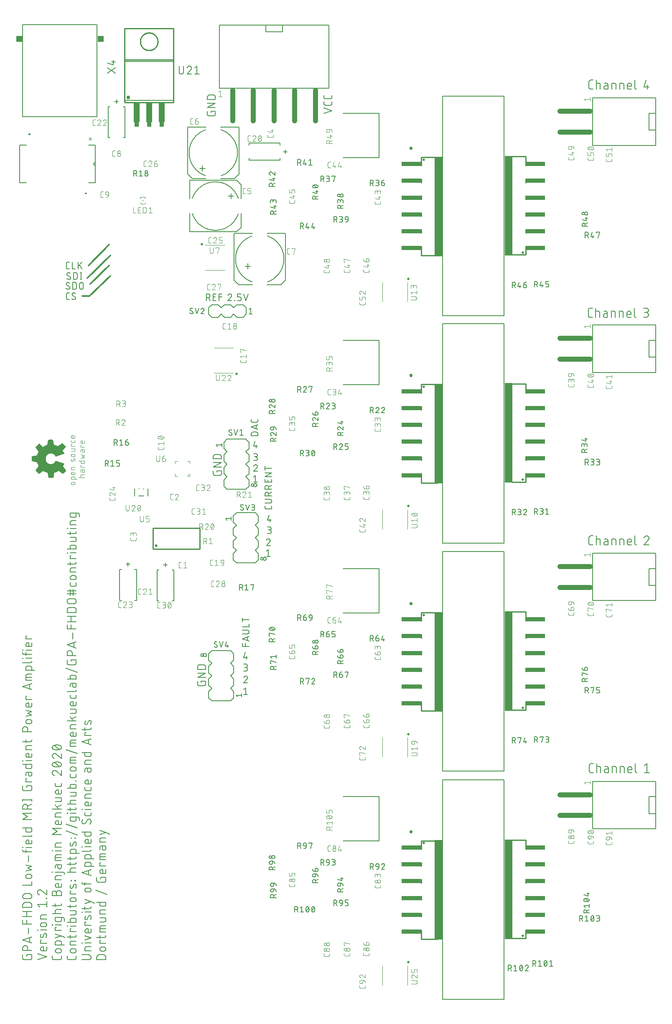
<source format=gbr>
G04 EAGLE Gerber RS-274X export*
G75*
%MOMM*%
%FSLAX34Y34*%
%LPD*%
%INSilkscreen Top*%
%IPPOS*%
%AMOC8*
5,1,8,0,0,1.08239X$1,22.5*%
G01*
%ADD10C,0.152400*%
%ADD11C,0.127000*%
%ADD12C,0.300000*%
%ADD13C,0.101600*%
%ADD14C,0.254000*%
%ADD15C,0.762000*%
%ADD16R,1.270000X3.860800*%
%ADD17R,0.914400X1.066800*%
%ADD18C,0.177800*%
%ADD19C,0.304000*%
%ADD20C,0.076200*%
%ADD21C,0.500000*%
%ADD22C,0.120000*%
%ADD23R,0.200000X0.200000*%
%ADD24R,0.150000X0.250000*%
%ADD25C,0.203200*%
%ADD26R,1.275000X1.143000*%
%ADD27R,1.250000X1.143000*%
%ADD28C,1.016000*%
%ADD29C,0.508000*%
%ADD30R,3.860800X0.965200*%
%ADD31R,1.549400X20.167600*%
%ADD32C,0.200000*%
%ADD33C,0.350000*%

G36*
X78634Y1081411D02*
X78634Y1081411D01*
X78698Y1081426D01*
X78702Y1081430D01*
X78707Y1081432D01*
X78751Y1081481D01*
X78796Y1081527D01*
X78798Y1081534D01*
X78801Y1081537D01*
X78802Y1081547D01*
X78822Y1081604D01*
X80571Y1092100D01*
X82940Y1092574D01*
X82951Y1092579D01*
X82984Y1092587D01*
X85524Y1093603D01*
X85527Y1093605D01*
X85533Y1093607D01*
X87819Y1094623D01*
X87822Y1094625D01*
X87829Y1094628D01*
X89721Y1095574D01*
X97724Y1089571D01*
X97779Y1089551D01*
X97831Y1089525D01*
X97844Y1089526D01*
X97856Y1089522D01*
X97913Y1089533D01*
X97971Y1089539D01*
X97986Y1089548D01*
X97994Y1089550D01*
X98003Y1089559D01*
X98041Y1089582D01*
X99819Y1091106D01*
X99822Y1091111D01*
X99833Y1091119D01*
X103389Y1094675D01*
X103393Y1094682D01*
X103405Y1094692D01*
X104675Y1096216D01*
X104695Y1096263D01*
X104723Y1096305D01*
X104723Y1096326D01*
X104731Y1096345D01*
X104723Y1096395D01*
X104724Y1096446D01*
X104712Y1096473D01*
X104710Y1096484D01*
X104702Y1096493D01*
X104690Y1096520D01*
X98936Y1105025D01*
X99874Y1106666D01*
X99876Y1106675D01*
X99887Y1106692D01*
X100646Y1108464D01*
X101405Y1109981D01*
X101410Y1110012D01*
X101425Y1110039D01*
X101423Y1110080D01*
X101430Y1110119D01*
X101418Y1110148D01*
X101416Y1110180D01*
X101393Y1110213D01*
X101377Y1110250D01*
X101352Y1110268D01*
X101334Y1110294D01*
X101264Y1110332D01*
X101263Y1110333D01*
X101262Y1110333D01*
X83990Y1116429D01*
X83988Y1116429D01*
X83987Y1116430D01*
X83918Y1116433D01*
X83850Y1116437D01*
X83848Y1116436D01*
X83846Y1116436D01*
X83786Y1116402D01*
X83726Y1116369D01*
X83725Y1116367D01*
X83724Y1116366D01*
X83678Y1116299D01*
X82834Y1114534D01*
X81691Y1112974D01*
X80278Y1111655D01*
X78645Y1110621D01*
X76848Y1109908D01*
X74950Y1109542D01*
X73017Y1109535D01*
X71116Y1109887D01*
X69314Y1110586D01*
X67673Y1111608D01*
X66250Y1112916D01*
X65095Y1114467D01*
X64249Y1116205D01*
X63740Y1118069D01*
X63586Y1120006D01*
X63649Y1121976D01*
X64078Y1123890D01*
X64858Y1125689D01*
X65961Y1127310D01*
X67349Y1128695D01*
X68972Y1129796D01*
X70773Y1130573D01*
X72688Y1130998D01*
X74648Y1131057D01*
X76584Y1130747D01*
X78428Y1130080D01*
X80115Y1129079D01*
X81583Y1127780D01*
X82782Y1126228D01*
X83680Y1124457D01*
X83682Y1124455D01*
X83683Y1124453D01*
X83730Y1124404D01*
X83776Y1124354D01*
X83779Y1124354D01*
X83781Y1124352D01*
X83847Y1124336D01*
X83913Y1124319D01*
X83915Y1124320D01*
X83918Y1124319D01*
X83998Y1124336D01*
X101016Y1130940D01*
X101043Y1130961D01*
X101075Y1130973D01*
X101098Y1131003D01*
X101128Y1131025D01*
X101140Y1131058D01*
X101160Y1131085D01*
X101164Y1131122D01*
X101177Y1131158D01*
X101169Y1131191D01*
X101172Y1131226D01*
X101149Y1131289D01*
X101147Y1131295D01*
X101146Y1131297D01*
X101144Y1131302D01*
X98177Y1136493D01*
X104177Y1144743D01*
X104199Y1144805D01*
X104224Y1144867D01*
X104223Y1144871D01*
X104225Y1144876D01*
X104210Y1144941D01*
X104199Y1145005D01*
X104195Y1145010D01*
X104194Y1145013D01*
X104189Y1145019D01*
X104151Y1145071D01*
X100849Y1148373D01*
X100843Y1148376D01*
X100835Y1148386D01*
X97279Y1151434D01*
X97232Y1151456D01*
X97188Y1151484D01*
X97169Y1151484D01*
X97151Y1151493D01*
X97099Y1151486D01*
X97047Y1151486D01*
X97022Y1151475D01*
X97011Y1151473D01*
X97002Y1151466D01*
X96974Y1151453D01*
X87966Y1145447D01*
X86072Y1146631D01*
X86060Y1146634D01*
X86018Y1146656D01*
X81446Y1148180D01*
X81442Y1148180D01*
X81436Y1148184D01*
X79810Y1148648D01*
X78059Y1158652D01*
X78036Y1158699D01*
X78020Y1158750D01*
X78006Y1158762D01*
X77998Y1158778D01*
X77952Y1158806D01*
X77912Y1158840D01*
X77887Y1158846D01*
X77877Y1158852D01*
X77865Y1158852D01*
X77833Y1158860D01*
X75039Y1159114D01*
X75031Y1159113D01*
X75016Y1159115D01*
X72730Y1159115D01*
X72720Y1159112D01*
X72699Y1159113D01*
X70670Y1158860D01*
X68133Y1158606D01*
X68084Y1158586D01*
X68033Y1158574D01*
X68020Y1158561D01*
X68002Y1158554D01*
X67971Y1158511D01*
X67935Y1158473D01*
X67926Y1158448D01*
X67920Y1158439D01*
X67919Y1158427D01*
X67908Y1158397D01*
X66155Y1148128D01*
X63503Y1147163D01*
X61982Y1146656D01*
X61971Y1146649D01*
X61936Y1146636D01*
X60158Y1145620D01*
X60156Y1145617D01*
X60150Y1145615D01*
X58268Y1144439D01*
X50280Y1150680D01*
X50224Y1150702D01*
X50169Y1150729D01*
X50159Y1150728D01*
X50149Y1150732D01*
X50089Y1150721D01*
X50029Y1150715D01*
X50017Y1150708D01*
X50011Y1150706D01*
X50002Y1150698D01*
X49959Y1150672D01*
X48181Y1149148D01*
X48178Y1149143D01*
X48167Y1149135D01*
X46389Y1147357D01*
X46386Y1147352D01*
X46377Y1147345D01*
X42821Y1143281D01*
X42798Y1143230D01*
X42768Y1143182D01*
X42768Y1143167D01*
X42762Y1143153D01*
X42769Y1143097D01*
X42770Y1143041D01*
X42778Y1143023D01*
X42780Y1143013D01*
X42788Y1143003D01*
X42805Y1142968D01*
X48818Y1134449D01*
X47863Y1132300D01*
X46850Y1130273D01*
X46847Y1130261D01*
X46833Y1130230D01*
X46325Y1128452D01*
X45861Y1126831D01*
X35609Y1125331D01*
X35548Y1125303D01*
X35486Y1125276D01*
X35484Y1125274D01*
X35481Y1125272D01*
X35444Y1125215D01*
X35406Y1125160D01*
X35405Y1125156D01*
X35404Y1125154D01*
X35404Y1125148D01*
X35393Y1125080D01*
X35393Y1115428D01*
X35410Y1115369D01*
X35423Y1115308D01*
X35429Y1115302D01*
X35432Y1115293D01*
X35478Y1115252D01*
X35521Y1115208D01*
X35533Y1115203D01*
X35537Y1115199D01*
X35549Y1115197D01*
X35598Y1115179D01*
X45857Y1113178D01*
X46578Y1110535D01*
X46584Y1110525D01*
X46596Y1110489D01*
X47612Y1108457D01*
X49068Y1105544D01*
X43059Y1097032D01*
X43041Y1096980D01*
X43017Y1096931D01*
X43018Y1096914D01*
X43013Y1096899D01*
X43026Y1096845D01*
X43031Y1096791D01*
X43043Y1096771D01*
X43045Y1096762D01*
X43054Y1096753D01*
X43074Y1096721D01*
X44598Y1094943D01*
X44603Y1094940D01*
X44611Y1094929D01*
X48167Y1091373D01*
X48173Y1091370D01*
X48181Y1091360D01*
X49959Y1089836D01*
X50007Y1089814D01*
X50051Y1089785D01*
X50070Y1089785D01*
X50087Y1089777D01*
X50140Y1089785D01*
X50192Y1089784D01*
X50216Y1089795D01*
X50227Y1089797D01*
X50237Y1089805D01*
X50266Y1089818D01*
X58773Y1095573D01*
X60923Y1094379D01*
X60930Y1094377D01*
X60943Y1094369D01*
X63229Y1093353D01*
X63234Y1093352D01*
X63243Y1093347D01*
X65275Y1092585D01*
X67168Y1091875D01*
X68670Y1081862D01*
X68693Y1081811D01*
X68711Y1081757D01*
X68722Y1081748D01*
X68728Y1081734D01*
X68776Y1081703D01*
X68820Y1081667D01*
X68839Y1081663D01*
X68847Y1081658D01*
X68858Y1081657D01*
X68861Y1081657D01*
X68899Y1081648D01*
X71947Y1081394D01*
X71954Y1081395D01*
X71968Y1081393D01*
X78572Y1081393D01*
X78634Y1081411D01*
G37*
G36*
X32065Y1775973D02*
X32065Y1775973D01*
X32067Y1775973D01*
X32110Y1775992D01*
X32154Y1776011D01*
X32155Y1776013D01*
X32157Y1776014D01*
X32189Y1776099D01*
X32189Y1778639D01*
X32189Y1778641D01*
X32189Y1778643D01*
X32169Y1778686D01*
X32151Y1778729D01*
X32149Y1778730D01*
X32148Y1778732D01*
X32063Y1778765D01*
X28253Y1778765D01*
X28251Y1778764D01*
X28249Y1778765D01*
X28206Y1778745D01*
X28162Y1778727D01*
X28162Y1778725D01*
X28160Y1778724D01*
X28127Y1778639D01*
X28127Y1776099D01*
X28128Y1776097D01*
X28127Y1776095D01*
X28147Y1776052D01*
X28165Y1776008D01*
X28167Y1776007D01*
X28168Y1776005D01*
X28253Y1775973D01*
X32063Y1775973D01*
X32065Y1775973D01*
G37*
G36*
X146365Y1656141D02*
X146365Y1656141D01*
X146367Y1656141D01*
X146410Y1656161D01*
X146454Y1656179D01*
X146455Y1656181D01*
X146457Y1656182D01*
X146489Y1656267D01*
X146489Y1658807D01*
X146489Y1658809D01*
X146489Y1658811D01*
X146469Y1658854D01*
X146451Y1658898D01*
X146449Y1658898D01*
X146448Y1658900D01*
X146363Y1658933D01*
X142553Y1658933D01*
X142551Y1658932D01*
X142549Y1658933D01*
X142506Y1658913D01*
X142462Y1658895D01*
X142462Y1658893D01*
X142460Y1658892D01*
X142427Y1658807D01*
X142427Y1656267D01*
X142428Y1656265D01*
X142427Y1656263D01*
X142447Y1656220D01*
X142465Y1656176D01*
X142467Y1656175D01*
X142468Y1656173D01*
X142553Y1656141D01*
X146363Y1656141D01*
X146365Y1656141D01*
G37*
D10*
X626982Y1819762D02*
X643238Y1825181D01*
X626982Y1830599D01*
X643238Y1839869D02*
X643238Y1843482D01*
X643238Y1839869D02*
X643236Y1839751D01*
X643230Y1839633D01*
X643221Y1839515D01*
X643207Y1839398D01*
X643190Y1839281D01*
X643169Y1839164D01*
X643144Y1839049D01*
X643115Y1838934D01*
X643082Y1838820D01*
X643046Y1838708D01*
X643006Y1838597D01*
X642963Y1838487D01*
X642916Y1838378D01*
X642866Y1838271D01*
X642811Y1838166D01*
X642754Y1838063D01*
X642693Y1837962D01*
X642629Y1837862D01*
X642562Y1837765D01*
X642492Y1837670D01*
X642418Y1837578D01*
X642342Y1837487D01*
X642262Y1837400D01*
X642180Y1837315D01*
X642095Y1837233D01*
X642008Y1837153D01*
X641917Y1837077D01*
X641825Y1837003D01*
X641730Y1836933D01*
X641633Y1836866D01*
X641533Y1836802D01*
X641432Y1836741D01*
X641329Y1836684D01*
X641224Y1836629D01*
X641117Y1836579D01*
X641008Y1836532D01*
X640898Y1836489D01*
X640787Y1836449D01*
X640675Y1836413D01*
X640561Y1836380D01*
X640446Y1836351D01*
X640331Y1836326D01*
X640214Y1836305D01*
X640097Y1836288D01*
X639980Y1836274D01*
X639862Y1836265D01*
X639744Y1836259D01*
X639626Y1836257D01*
X630594Y1836257D01*
X630594Y1836256D02*
X630476Y1836258D01*
X630358Y1836264D01*
X630240Y1836273D01*
X630122Y1836287D01*
X630005Y1836304D01*
X629889Y1836325D01*
X629774Y1836350D01*
X629659Y1836379D01*
X629545Y1836412D01*
X629433Y1836448D01*
X629321Y1836488D01*
X629211Y1836531D01*
X629103Y1836578D01*
X628996Y1836629D01*
X628891Y1836683D01*
X628788Y1836740D01*
X628686Y1836801D01*
X628587Y1836865D01*
X628490Y1836932D01*
X628395Y1837003D01*
X628302Y1837076D01*
X628212Y1837153D01*
X628124Y1837232D01*
X628039Y1837314D01*
X627957Y1837399D01*
X627878Y1837487D01*
X627801Y1837577D01*
X627728Y1837670D01*
X627657Y1837764D01*
X627590Y1837862D01*
X627526Y1837961D01*
X627465Y1838062D01*
X627408Y1838166D01*
X627354Y1838271D01*
X627303Y1838378D01*
X627256Y1838486D01*
X627213Y1838596D01*
X627173Y1838708D01*
X627137Y1838820D01*
X627104Y1838934D01*
X627075Y1839049D01*
X627050Y1839164D01*
X627029Y1839280D01*
X627012Y1839397D01*
X626998Y1839515D01*
X626989Y1839633D01*
X626983Y1839751D01*
X626981Y1839869D01*
X626982Y1839869D02*
X626982Y1843482D01*
X643238Y1852895D02*
X643238Y1856508D01*
X643238Y1852895D02*
X643236Y1852777D01*
X643230Y1852659D01*
X643221Y1852541D01*
X643207Y1852424D01*
X643190Y1852307D01*
X643169Y1852190D01*
X643144Y1852075D01*
X643115Y1851960D01*
X643082Y1851846D01*
X643046Y1851734D01*
X643006Y1851623D01*
X642963Y1851513D01*
X642916Y1851404D01*
X642866Y1851297D01*
X642811Y1851192D01*
X642754Y1851089D01*
X642693Y1850988D01*
X642629Y1850888D01*
X642562Y1850791D01*
X642492Y1850696D01*
X642418Y1850604D01*
X642342Y1850513D01*
X642262Y1850426D01*
X642180Y1850341D01*
X642095Y1850259D01*
X642008Y1850179D01*
X641917Y1850103D01*
X641825Y1850029D01*
X641730Y1849959D01*
X641633Y1849892D01*
X641533Y1849828D01*
X641432Y1849767D01*
X641329Y1849710D01*
X641224Y1849655D01*
X641117Y1849605D01*
X641008Y1849558D01*
X640898Y1849515D01*
X640787Y1849475D01*
X640675Y1849439D01*
X640561Y1849406D01*
X640446Y1849377D01*
X640331Y1849352D01*
X640214Y1849331D01*
X640097Y1849314D01*
X639980Y1849300D01*
X639862Y1849291D01*
X639744Y1849285D01*
X639626Y1849283D01*
X630594Y1849283D01*
X630594Y1849282D02*
X630476Y1849284D01*
X630358Y1849290D01*
X630240Y1849299D01*
X630122Y1849313D01*
X630005Y1849330D01*
X629889Y1849351D01*
X629774Y1849376D01*
X629659Y1849405D01*
X629545Y1849438D01*
X629433Y1849474D01*
X629321Y1849514D01*
X629211Y1849557D01*
X629103Y1849604D01*
X628996Y1849655D01*
X628891Y1849709D01*
X628788Y1849766D01*
X628686Y1849827D01*
X628587Y1849891D01*
X628490Y1849958D01*
X628395Y1850029D01*
X628302Y1850102D01*
X628212Y1850179D01*
X628124Y1850258D01*
X628039Y1850340D01*
X627957Y1850425D01*
X627878Y1850513D01*
X627801Y1850603D01*
X627728Y1850696D01*
X627657Y1850790D01*
X627590Y1850888D01*
X627526Y1850987D01*
X627465Y1851088D01*
X627408Y1851192D01*
X627354Y1851297D01*
X627303Y1851404D01*
X627256Y1851512D01*
X627213Y1851622D01*
X627173Y1851734D01*
X627137Y1851846D01*
X627104Y1851960D01*
X627075Y1852075D01*
X627050Y1852190D01*
X627029Y1852306D01*
X627012Y1852423D01*
X626998Y1852541D01*
X626989Y1852659D01*
X626983Y1852777D01*
X626981Y1852895D01*
X626982Y1852895D02*
X626982Y1856508D01*
X398207Y1823793D02*
X398207Y1821084D01*
X398207Y1823793D02*
X407238Y1823793D01*
X407238Y1818374D01*
X407236Y1818256D01*
X407230Y1818138D01*
X407221Y1818020D01*
X407207Y1817903D01*
X407190Y1817786D01*
X407169Y1817669D01*
X407144Y1817554D01*
X407115Y1817439D01*
X407082Y1817325D01*
X407046Y1817213D01*
X407006Y1817102D01*
X406963Y1816992D01*
X406916Y1816883D01*
X406866Y1816776D01*
X406811Y1816671D01*
X406754Y1816568D01*
X406693Y1816467D01*
X406629Y1816367D01*
X406562Y1816270D01*
X406492Y1816175D01*
X406418Y1816083D01*
X406342Y1815992D01*
X406262Y1815905D01*
X406180Y1815820D01*
X406095Y1815738D01*
X406008Y1815658D01*
X405917Y1815582D01*
X405825Y1815508D01*
X405730Y1815438D01*
X405633Y1815371D01*
X405533Y1815307D01*
X405432Y1815246D01*
X405329Y1815189D01*
X405224Y1815134D01*
X405117Y1815084D01*
X405008Y1815037D01*
X404898Y1814994D01*
X404787Y1814954D01*
X404675Y1814918D01*
X404561Y1814885D01*
X404446Y1814856D01*
X404331Y1814831D01*
X404214Y1814810D01*
X404097Y1814793D01*
X403980Y1814779D01*
X403862Y1814770D01*
X403744Y1814764D01*
X403626Y1814762D01*
X394594Y1814762D01*
X394476Y1814764D01*
X394358Y1814770D01*
X394240Y1814779D01*
X394122Y1814793D01*
X394005Y1814810D01*
X393889Y1814831D01*
X393774Y1814856D01*
X393659Y1814885D01*
X393545Y1814918D01*
X393433Y1814954D01*
X393321Y1814994D01*
X393211Y1815037D01*
X393103Y1815084D01*
X392996Y1815135D01*
X392891Y1815189D01*
X392788Y1815246D01*
X392686Y1815307D01*
X392587Y1815371D01*
X392490Y1815438D01*
X392395Y1815509D01*
X392302Y1815582D01*
X392212Y1815659D01*
X392124Y1815738D01*
X392039Y1815820D01*
X391957Y1815905D01*
X391878Y1815993D01*
X391801Y1816083D01*
X391728Y1816176D01*
X391657Y1816270D01*
X391590Y1816368D01*
X391526Y1816467D01*
X391465Y1816568D01*
X391408Y1816672D01*
X391354Y1816777D01*
X391303Y1816884D01*
X391256Y1816992D01*
X391213Y1817102D01*
X391173Y1817214D01*
X391137Y1817326D01*
X391104Y1817440D01*
X391075Y1817555D01*
X391050Y1817670D01*
X391029Y1817786D01*
X391012Y1817903D01*
X390998Y1818021D01*
X390989Y1818139D01*
X390983Y1818257D01*
X390981Y1818375D01*
X390982Y1818374D02*
X390982Y1823793D01*
X390982Y1831435D02*
X407238Y1831435D01*
X407238Y1840466D02*
X390982Y1831435D01*
X390982Y1840466D02*
X407238Y1840466D01*
X407238Y1848109D02*
X390982Y1848109D01*
X390982Y1852624D01*
X390984Y1852755D01*
X390990Y1852887D01*
X390999Y1853018D01*
X391013Y1853148D01*
X391030Y1853279D01*
X391051Y1853408D01*
X391075Y1853537D01*
X391104Y1853665D01*
X391136Y1853793D01*
X391172Y1853919D01*
X391211Y1854044D01*
X391254Y1854169D01*
X391301Y1854291D01*
X391351Y1854413D01*
X391405Y1854533D01*
X391462Y1854651D01*
X391523Y1854767D01*
X391587Y1854882D01*
X391654Y1854995D01*
X391725Y1855106D01*
X391799Y1855214D01*
X391876Y1855321D01*
X391956Y1855425D01*
X392039Y1855527D01*
X392124Y1855626D01*
X392213Y1855723D01*
X392305Y1855817D01*
X392399Y1855909D01*
X392496Y1855998D01*
X392595Y1856083D01*
X392697Y1856166D01*
X392801Y1856246D01*
X392908Y1856323D01*
X393016Y1856397D01*
X393127Y1856468D01*
X393240Y1856535D01*
X393355Y1856599D01*
X393471Y1856660D01*
X393589Y1856717D01*
X393709Y1856771D01*
X393831Y1856821D01*
X393953Y1856868D01*
X394078Y1856911D01*
X394203Y1856950D01*
X394329Y1856986D01*
X394457Y1857018D01*
X394585Y1857047D01*
X394714Y1857071D01*
X394843Y1857092D01*
X394974Y1857109D01*
X395104Y1857123D01*
X395235Y1857132D01*
X395367Y1857138D01*
X395498Y1857140D01*
X402722Y1857140D01*
X402853Y1857138D01*
X402985Y1857132D01*
X403116Y1857123D01*
X403246Y1857109D01*
X403377Y1857092D01*
X403506Y1857071D01*
X403635Y1857047D01*
X403763Y1857018D01*
X403891Y1856986D01*
X404017Y1856950D01*
X404142Y1856911D01*
X404267Y1856868D01*
X404389Y1856821D01*
X404511Y1856771D01*
X404631Y1856717D01*
X404749Y1856660D01*
X404865Y1856599D01*
X404980Y1856535D01*
X405093Y1856468D01*
X405204Y1856397D01*
X405312Y1856323D01*
X405419Y1856246D01*
X405523Y1856166D01*
X405625Y1856083D01*
X405724Y1855998D01*
X405821Y1855909D01*
X405915Y1855817D01*
X406007Y1855723D01*
X406096Y1855626D01*
X406181Y1855527D01*
X406264Y1855425D01*
X406344Y1855321D01*
X406421Y1855214D01*
X406495Y1855106D01*
X406566Y1854995D01*
X406633Y1854882D01*
X406697Y1854767D01*
X406758Y1854651D01*
X406815Y1854533D01*
X406869Y1854413D01*
X406919Y1854291D01*
X406966Y1854169D01*
X407009Y1854044D01*
X407048Y1853919D01*
X407084Y1853793D01*
X407116Y1853665D01*
X407145Y1853537D01*
X407169Y1853408D01*
X407190Y1853278D01*
X407207Y1853148D01*
X407221Y1853018D01*
X407230Y1852887D01*
X407236Y1852755D01*
X407238Y1852624D01*
X407238Y1848109D01*
X1167868Y1868762D02*
X1171974Y1868762D01*
X1167868Y1868762D02*
X1167742Y1868764D01*
X1167615Y1868770D01*
X1167489Y1868780D01*
X1167363Y1868793D01*
X1167238Y1868811D01*
X1167114Y1868832D01*
X1166990Y1868857D01*
X1166866Y1868886D01*
X1166744Y1868919D01*
X1166623Y1868955D01*
X1166503Y1868995D01*
X1166385Y1869039D01*
X1166268Y1869087D01*
X1166152Y1869138D01*
X1166038Y1869192D01*
X1165925Y1869251D01*
X1165815Y1869312D01*
X1165706Y1869377D01*
X1165600Y1869445D01*
X1165496Y1869517D01*
X1165394Y1869591D01*
X1165294Y1869669D01*
X1165197Y1869750D01*
X1165102Y1869834D01*
X1165010Y1869920D01*
X1164920Y1870010D01*
X1164834Y1870102D01*
X1164750Y1870197D01*
X1164669Y1870294D01*
X1164591Y1870394D01*
X1164517Y1870496D01*
X1164445Y1870600D01*
X1164377Y1870706D01*
X1164312Y1870815D01*
X1164251Y1870925D01*
X1164192Y1871038D01*
X1164138Y1871152D01*
X1164087Y1871268D01*
X1164039Y1871385D01*
X1163995Y1871503D01*
X1163955Y1871623D01*
X1163919Y1871744D01*
X1163886Y1871866D01*
X1163857Y1871990D01*
X1163832Y1872114D01*
X1163811Y1872238D01*
X1163793Y1872363D01*
X1163780Y1872489D01*
X1163770Y1872615D01*
X1163764Y1872742D01*
X1163762Y1872868D01*
X1163762Y1883132D01*
X1163764Y1883258D01*
X1163770Y1883385D01*
X1163780Y1883511D01*
X1163793Y1883637D01*
X1163811Y1883762D01*
X1163832Y1883886D01*
X1163857Y1884010D01*
X1163886Y1884134D01*
X1163919Y1884256D01*
X1163955Y1884377D01*
X1163995Y1884497D01*
X1164039Y1884615D01*
X1164087Y1884732D01*
X1164138Y1884848D01*
X1164192Y1884962D01*
X1164251Y1885075D01*
X1164312Y1885185D01*
X1164377Y1885294D01*
X1164445Y1885400D01*
X1164517Y1885504D01*
X1164591Y1885606D01*
X1164669Y1885706D01*
X1164750Y1885803D01*
X1164834Y1885898D01*
X1164920Y1885990D01*
X1165010Y1886080D01*
X1165102Y1886166D01*
X1165197Y1886250D01*
X1165294Y1886331D01*
X1165394Y1886409D01*
X1165496Y1886483D01*
X1165600Y1886555D01*
X1165706Y1886623D01*
X1165815Y1886688D01*
X1165925Y1886749D01*
X1166038Y1886808D01*
X1166152Y1886862D01*
X1166268Y1886913D01*
X1166385Y1886961D01*
X1166503Y1887005D01*
X1166623Y1887045D01*
X1166744Y1887081D01*
X1166866Y1887114D01*
X1166990Y1887143D01*
X1167113Y1887168D01*
X1167238Y1887189D01*
X1167363Y1887207D01*
X1167489Y1887220D01*
X1167615Y1887230D01*
X1167742Y1887236D01*
X1167868Y1887238D01*
X1171974Y1887238D01*
X1178622Y1887238D02*
X1178622Y1868762D01*
X1178622Y1881079D02*
X1183755Y1881079D01*
X1183865Y1881077D01*
X1183975Y1881071D01*
X1184084Y1881061D01*
X1184193Y1881048D01*
X1184302Y1881030D01*
X1184409Y1881009D01*
X1184516Y1880983D01*
X1184622Y1880954D01*
X1184727Y1880921D01*
X1184831Y1880885D01*
X1184933Y1880845D01*
X1185034Y1880801D01*
X1185133Y1880753D01*
X1185231Y1880702D01*
X1185326Y1880648D01*
X1185420Y1880590D01*
X1185511Y1880529D01*
X1185600Y1880465D01*
X1185687Y1880397D01*
X1185771Y1880327D01*
X1185853Y1880254D01*
X1185932Y1880177D01*
X1186009Y1880098D01*
X1186082Y1880016D01*
X1186152Y1879932D01*
X1186220Y1879845D01*
X1186284Y1879756D01*
X1186345Y1879665D01*
X1186403Y1879571D01*
X1186457Y1879476D01*
X1186508Y1879378D01*
X1186556Y1879279D01*
X1186600Y1879178D01*
X1186640Y1879076D01*
X1186676Y1878972D01*
X1186709Y1878867D01*
X1186738Y1878761D01*
X1186764Y1878654D01*
X1186785Y1878547D01*
X1186803Y1878438D01*
X1186816Y1878329D01*
X1186826Y1878220D01*
X1186832Y1878110D01*
X1186834Y1878000D01*
X1186834Y1868762D01*
X1197674Y1875947D02*
X1202293Y1875947D01*
X1197674Y1875948D02*
X1197555Y1875946D01*
X1197437Y1875940D01*
X1197318Y1875930D01*
X1197200Y1875917D01*
X1197083Y1875899D01*
X1196966Y1875878D01*
X1196850Y1875852D01*
X1196735Y1875823D01*
X1196620Y1875790D01*
X1196507Y1875753D01*
X1196396Y1875713D01*
X1196285Y1875669D01*
X1196177Y1875621D01*
X1196069Y1875570D01*
X1195964Y1875515D01*
X1195860Y1875457D01*
X1195759Y1875395D01*
X1195659Y1875330D01*
X1195562Y1875262D01*
X1195467Y1875190D01*
X1195375Y1875116D01*
X1195285Y1875038D01*
X1195197Y1874958D01*
X1195112Y1874875D01*
X1195031Y1874788D01*
X1194952Y1874700D01*
X1194875Y1874608D01*
X1194803Y1874515D01*
X1194733Y1874419D01*
X1194666Y1874320D01*
X1194603Y1874220D01*
X1194543Y1874117D01*
X1194486Y1874013D01*
X1194433Y1873906D01*
X1194384Y1873798D01*
X1194338Y1873689D01*
X1194295Y1873578D01*
X1194257Y1873465D01*
X1194222Y1873352D01*
X1194191Y1873237D01*
X1194164Y1873121D01*
X1194140Y1873005D01*
X1194121Y1872888D01*
X1194105Y1872770D01*
X1194093Y1872652D01*
X1194085Y1872533D01*
X1194081Y1872414D01*
X1194081Y1872296D01*
X1194085Y1872177D01*
X1194093Y1872058D01*
X1194105Y1871940D01*
X1194121Y1871822D01*
X1194140Y1871705D01*
X1194164Y1871589D01*
X1194191Y1871473D01*
X1194222Y1871358D01*
X1194257Y1871245D01*
X1194295Y1871132D01*
X1194338Y1871021D01*
X1194384Y1870912D01*
X1194433Y1870804D01*
X1194486Y1870697D01*
X1194543Y1870593D01*
X1194603Y1870490D01*
X1194666Y1870390D01*
X1194733Y1870291D01*
X1194803Y1870195D01*
X1194875Y1870102D01*
X1194952Y1870010D01*
X1195031Y1869922D01*
X1195112Y1869835D01*
X1195197Y1869752D01*
X1195285Y1869672D01*
X1195375Y1869594D01*
X1195467Y1869520D01*
X1195562Y1869448D01*
X1195659Y1869380D01*
X1195759Y1869315D01*
X1195860Y1869253D01*
X1195964Y1869195D01*
X1196069Y1869140D01*
X1196177Y1869089D01*
X1196285Y1869041D01*
X1196396Y1868997D01*
X1196507Y1868957D01*
X1196620Y1868920D01*
X1196735Y1868887D01*
X1196850Y1868858D01*
X1196966Y1868832D01*
X1197083Y1868811D01*
X1197200Y1868793D01*
X1197318Y1868780D01*
X1197437Y1868770D01*
X1197555Y1868764D01*
X1197674Y1868762D01*
X1202293Y1868762D01*
X1202293Y1878000D01*
X1202291Y1878110D01*
X1202285Y1878220D01*
X1202275Y1878329D01*
X1202262Y1878438D01*
X1202244Y1878547D01*
X1202223Y1878654D01*
X1202197Y1878761D01*
X1202168Y1878867D01*
X1202135Y1878972D01*
X1202099Y1879076D01*
X1202059Y1879178D01*
X1202015Y1879279D01*
X1201967Y1879378D01*
X1201916Y1879476D01*
X1201862Y1879571D01*
X1201804Y1879665D01*
X1201743Y1879756D01*
X1201679Y1879845D01*
X1201611Y1879932D01*
X1201541Y1880016D01*
X1201468Y1880098D01*
X1201391Y1880177D01*
X1201312Y1880254D01*
X1201230Y1880327D01*
X1201146Y1880397D01*
X1201059Y1880465D01*
X1200970Y1880529D01*
X1200879Y1880590D01*
X1200785Y1880648D01*
X1200690Y1880702D01*
X1200592Y1880753D01*
X1200493Y1880801D01*
X1200392Y1880845D01*
X1200290Y1880885D01*
X1200186Y1880921D01*
X1200081Y1880954D01*
X1199975Y1880983D01*
X1199868Y1881009D01*
X1199761Y1881030D01*
X1199652Y1881048D01*
X1199543Y1881061D01*
X1199434Y1881071D01*
X1199324Y1881077D01*
X1199214Y1881079D01*
X1195108Y1881079D01*
X1210247Y1881079D02*
X1210247Y1868762D01*
X1210247Y1881079D02*
X1215380Y1881079D01*
X1215490Y1881077D01*
X1215600Y1881071D01*
X1215709Y1881061D01*
X1215818Y1881048D01*
X1215927Y1881030D01*
X1216034Y1881009D01*
X1216141Y1880983D01*
X1216247Y1880954D01*
X1216352Y1880921D01*
X1216456Y1880885D01*
X1216558Y1880845D01*
X1216659Y1880801D01*
X1216758Y1880753D01*
X1216856Y1880702D01*
X1216951Y1880648D01*
X1217045Y1880590D01*
X1217136Y1880529D01*
X1217225Y1880465D01*
X1217312Y1880397D01*
X1217396Y1880327D01*
X1217478Y1880254D01*
X1217557Y1880177D01*
X1217634Y1880098D01*
X1217707Y1880016D01*
X1217777Y1879932D01*
X1217845Y1879845D01*
X1217909Y1879756D01*
X1217970Y1879665D01*
X1218028Y1879571D01*
X1218082Y1879476D01*
X1218133Y1879378D01*
X1218181Y1879279D01*
X1218225Y1879178D01*
X1218265Y1879076D01*
X1218301Y1878972D01*
X1218334Y1878867D01*
X1218363Y1878761D01*
X1218389Y1878654D01*
X1218410Y1878547D01*
X1218428Y1878438D01*
X1218441Y1878329D01*
X1218451Y1878220D01*
X1218457Y1878110D01*
X1218459Y1878000D01*
X1218459Y1868762D01*
X1226347Y1868762D02*
X1226347Y1881079D01*
X1231480Y1881079D01*
X1231590Y1881077D01*
X1231700Y1881071D01*
X1231809Y1881061D01*
X1231918Y1881048D01*
X1232027Y1881030D01*
X1232134Y1881009D01*
X1232241Y1880983D01*
X1232347Y1880954D01*
X1232452Y1880921D01*
X1232556Y1880885D01*
X1232658Y1880845D01*
X1232759Y1880801D01*
X1232858Y1880753D01*
X1232956Y1880702D01*
X1233051Y1880648D01*
X1233145Y1880590D01*
X1233236Y1880529D01*
X1233325Y1880465D01*
X1233412Y1880397D01*
X1233496Y1880327D01*
X1233578Y1880254D01*
X1233657Y1880177D01*
X1233734Y1880098D01*
X1233807Y1880016D01*
X1233877Y1879932D01*
X1233945Y1879845D01*
X1234009Y1879756D01*
X1234070Y1879665D01*
X1234128Y1879571D01*
X1234182Y1879476D01*
X1234233Y1879378D01*
X1234281Y1879279D01*
X1234325Y1879178D01*
X1234365Y1879076D01*
X1234401Y1878972D01*
X1234434Y1878867D01*
X1234463Y1878761D01*
X1234489Y1878654D01*
X1234510Y1878547D01*
X1234528Y1878438D01*
X1234541Y1878329D01*
X1234551Y1878220D01*
X1234557Y1878110D01*
X1234559Y1878000D01*
X1234559Y1868762D01*
X1244952Y1868762D02*
X1250084Y1868762D01*
X1244952Y1868762D02*
X1244842Y1868764D01*
X1244732Y1868770D01*
X1244623Y1868780D01*
X1244514Y1868793D01*
X1244405Y1868811D01*
X1244298Y1868832D01*
X1244191Y1868858D01*
X1244085Y1868887D01*
X1243980Y1868920D01*
X1243876Y1868956D01*
X1243774Y1868996D01*
X1243673Y1869040D01*
X1243574Y1869088D01*
X1243476Y1869139D01*
X1243381Y1869193D01*
X1243287Y1869251D01*
X1243196Y1869312D01*
X1243107Y1869376D01*
X1243020Y1869444D01*
X1242936Y1869514D01*
X1242854Y1869587D01*
X1242775Y1869664D01*
X1242698Y1869743D01*
X1242625Y1869825D01*
X1242555Y1869909D01*
X1242487Y1869996D01*
X1242423Y1870085D01*
X1242362Y1870176D01*
X1242304Y1870270D01*
X1242250Y1870365D01*
X1242199Y1870463D01*
X1242151Y1870562D01*
X1242107Y1870663D01*
X1242067Y1870765D01*
X1242031Y1870869D01*
X1241998Y1870974D01*
X1241969Y1871080D01*
X1241943Y1871187D01*
X1241922Y1871294D01*
X1241904Y1871403D01*
X1241891Y1871512D01*
X1241881Y1871621D01*
X1241875Y1871731D01*
X1241873Y1871841D01*
X1241872Y1871841D02*
X1241872Y1876974D01*
X1241874Y1877100D01*
X1241880Y1877227D01*
X1241890Y1877353D01*
X1241903Y1877479D01*
X1241921Y1877604D01*
X1241942Y1877728D01*
X1241967Y1877852D01*
X1241996Y1877976D01*
X1242029Y1878098D01*
X1242065Y1878219D01*
X1242105Y1878339D01*
X1242149Y1878457D01*
X1242197Y1878574D01*
X1242248Y1878690D01*
X1242302Y1878804D01*
X1242361Y1878917D01*
X1242422Y1879027D01*
X1242487Y1879136D01*
X1242555Y1879242D01*
X1242627Y1879346D01*
X1242701Y1879448D01*
X1242779Y1879548D01*
X1242860Y1879645D01*
X1242944Y1879740D01*
X1243030Y1879832D01*
X1243120Y1879922D01*
X1243212Y1880008D01*
X1243307Y1880092D01*
X1243404Y1880173D01*
X1243504Y1880251D01*
X1243606Y1880325D01*
X1243710Y1880397D01*
X1243816Y1880465D01*
X1243925Y1880530D01*
X1244035Y1880591D01*
X1244148Y1880650D01*
X1244262Y1880704D01*
X1244378Y1880755D01*
X1244495Y1880803D01*
X1244613Y1880847D01*
X1244733Y1880887D01*
X1244854Y1880923D01*
X1244976Y1880956D01*
X1245100Y1880985D01*
X1245224Y1881010D01*
X1245348Y1881031D01*
X1245473Y1881049D01*
X1245599Y1881062D01*
X1245725Y1881072D01*
X1245852Y1881078D01*
X1245978Y1881080D01*
X1246104Y1881078D01*
X1246231Y1881072D01*
X1246357Y1881062D01*
X1246483Y1881049D01*
X1246608Y1881031D01*
X1246732Y1881010D01*
X1246856Y1880985D01*
X1246980Y1880956D01*
X1247102Y1880923D01*
X1247223Y1880887D01*
X1247343Y1880847D01*
X1247461Y1880803D01*
X1247578Y1880755D01*
X1247694Y1880704D01*
X1247808Y1880650D01*
X1247921Y1880591D01*
X1248031Y1880530D01*
X1248140Y1880465D01*
X1248246Y1880397D01*
X1248350Y1880325D01*
X1248452Y1880251D01*
X1248552Y1880173D01*
X1248649Y1880092D01*
X1248744Y1880008D01*
X1248836Y1879922D01*
X1248926Y1879832D01*
X1249012Y1879740D01*
X1249096Y1879645D01*
X1249177Y1879548D01*
X1249255Y1879448D01*
X1249329Y1879346D01*
X1249401Y1879242D01*
X1249469Y1879136D01*
X1249534Y1879027D01*
X1249595Y1878917D01*
X1249654Y1878804D01*
X1249708Y1878690D01*
X1249759Y1878574D01*
X1249807Y1878457D01*
X1249851Y1878339D01*
X1249891Y1878219D01*
X1249927Y1878098D01*
X1249960Y1877976D01*
X1249989Y1877852D01*
X1250014Y1877728D01*
X1250035Y1877604D01*
X1250053Y1877479D01*
X1250066Y1877353D01*
X1250076Y1877227D01*
X1250082Y1877100D01*
X1250084Y1876974D01*
X1250084Y1874921D01*
X1241872Y1874921D01*
X1257145Y1871841D02*
X1257145Y1887238D01*
X1257146Y1871841D02*
X1257148Y1871731D01*
X1257154Y1871621D01*
X1257164Y1871512D01*
X1257177Y1871403D01*
X1257195Y1871294D01*
X1257216Y1871187D01*
X1257242Y1871080D01*
X1257271Y1870974D01*
X1257304Y1870869D01*
X1257340Y1870765D01*
X1257380Y1870663D01*
X1257424Y1870562D01*
X1257472Y1870463D01*
X1257523Y1870365D01*
X1257577Y1870270D01*
X1257635Y1870176D01*
X1257696Y1870085D01*
X1257760Y1869996D01*
X1257828Y1869909D01*
X1257898Y1869825D01*
X1257971Y1869743D01*
X1258048Y1869664D01*
X1258127Y1869587D01*
X1258209Y1869514D01*
X1258293Y1869444D01*
X1258380Y1869376D01*
X1258469Y1869312D01*
X1258560Y1869251D01*
X1258654Y1869193D01*
X1258749Y1869139D01*
X1258847Y1869088D01*
X1258946Y1869040D01*
X1259047Y1868996D01*
X1259149Y1868956D01*
X1259253Y1868920D01*
X1259358Y1868887D01*
X1259464Y1868858D01*
X1259571Y1868832D01*
X1259678Y1868811D01*
X1259787Y1868793D01*
X1259896Y1868780D01*
X1260005Y1868770D01*
X1260115Y1868764D01*
X1260225Y1868762D01*
X1275346Y1872868D02*
X1279452Y1887238D01*
X1275346Y1872868D02*
X1285610Y1872868D01*
X1282531Y1876974D02*
X1282531Y1868762D01*
X1170974Y1406762D02*
X1166868Y1406762D01*
X1166742Y1406764D01*
X1166615Y1406770D01*
X1166489Y1406780D01*
X1166363Y1406793D01*
X1166238Y1406811D01*
X1166114Y1406832D01*
X1165990Y1406857D01*
X1165866Y1406886D01*
X1165744Y1406919D01*
X1165623Y1406955D01*
X1165503Y1406995D01*
X1165385Y1407039D01*
X1165268Y1407087D01*
X1165152Y1407138D01*
X1165038Y1407192D01*
X1164925Y1407251D01*
X1164815Y1407312D01*
X1164706Y1407377D01*
X1164600Y1407445D01*
X1164496Y1407517D01*
X1164394Y1407591D01*
X1164294Y1407669D01*
X1164197Y1407750D01*
X1164102Y1407834D01*
X1164010Y1407920D01*
X1163920Y1408010D01*
X1163834Y1408102D01*
X1163750Y1408197D01*
X1163669Y1408294D01*
X1163591Y1408394D01*
X1163517Y1408496D01*
X1163445Y1408600D01*
X1163377Y1408706D01*
X1163312Y1408815D01*
X1163251Y1408925D01*
X1163192Y1409038D01*
X1163138Y1409152D01*
X1163087Y1409268D01*
X1163039Y1409385D01*
X1162995Y1409503D01*
X1162955Y1409623D01*
X1162919Y1409744D01*
X1162886Y1409866D01*
X1162857Y1409990D01*
X1162832Y1410114D01*
X1162811Y1410238D01*
X1162793Y1410363D01*
X1162780Y1410489D01*
X1162770Y1410615D01*
X1162764Y1410742D01*
X1162762Y1410868D01*
X1162762Y1421132D01*
X1162764Y1421258D01*
X1162770Y1421385D01*
X1162780Y1421511D01*
X1162793Y1421637D01*
X1162811Y1421762D01*
X1162832Y1421886D01*
X1162857Y1422010D01*
X1162886Y1422134D01*
X1162919Y1422256D01*
X1162955Y1422377D01*
X1162995Y1422497D01*
X1163039Y1422615D01*
X1163087Y1422732D01*
X1163138Y1422848D01*
X1163192Y1422962D01*
X1163251Y1423075D01*
X1163312Y1423185D01*
X1163377Y1423294D01*
X1163445Y1423400D01*
X1163517Y1423504D01*
X1163591Y1423606D01*
X1163669Y1423706D01*
X1163750Y1423803D01*
X1163834Y1423898D01*
X1163920Y1423990D01*
X1164010Y1424080D01*
X1164102Y1424166D01*
X1164197Y1424250D01*
X1164294Y1424331D01*
X1164394Y1424409D01*
X1164496Y1424483D01*
X1164600Y1424555D01*
X1164706Y1424623D01*
X1164815Y1424688D01*
X1164925Y1424749D01*
X1165038Y1424808D01*
X1165152Y1424862D01*
X1165268Y1424913D01*
X1165385Y1424961D01*
X1165503Y1425005D01*
X1165623Y1425045D01*
X1165744Y1425081D01*
X1165866Y1425114D01*
X1165990Y1425143D01*
X1166113Y1425168D01*
X1166238Y1425189D01*
X1166363Y1425207D01*
X1166489Y1425220D01*
X1166615Y1425230D01*
X1166742Y1425236D01*
X1166868Y1425238D01*
X1170974Y1425238D01*
X1177622Y1425238D02*
X1177622Y1406762D01*
X1177622Y1419079D02*
X1182755Y1419079D01*
X1182865Y1419077D01*
X1182975Y1419071D01*
X1183084Y1419061D01*
X1183193Y1419048D01*
X1183302Y1419030D01*
X1183409Y1419009D01*
X1183516Y1418983D01*
X1183622Y1418954D01*
X1183727Y1418921D01*
X1183831Y1418885D01*
X1183933Y1418845D01*
X1184034Y1418801D01*
X1184133Y1418753D01*
X1184231Y1418702D01*
X1184326Y1418648D01*
X1184420Y1418590D01*
X1184511Y1418529D01*
X1184600Y1418465D01*
X1184687Y1418397D01*
X1184771Y1418327D01*
X1184853Y1418254D01*
X1184932Y1418177D01*
X1185009Y1418098D01*
X1185082Y1418016D01*
X1185152Y1417932D01*
X1185220Y1417845D01*
X1185284Y1417756D01*
X1185345Y1417665D01*
X1185403Y1417571D01*
X1185457Y1417476D01*
X1185508Y1417378D01*
X1185556Y1417279D01*
X1185600Y1417178D01*
X1185640Y1417076D01*
X1185676Y1416972D01*
X1185709Y1416867D01*
X1185738Y1416761D01*
X1185764Y1416654D01*
X1185785Y1416547D01*
X1185803Y1416438D01*
X1185816Y1416329D01*
X1185826Y1416220D01*
X1185832Y1416110D01*
X1185834Y1416000D01*
X1185834Y1406762D01*
X1196674Y1413947D02*
X1201293Y1413947D01*
X1196674Y1413948D02*
X1196555Y1413946D01*
X1196437Y1413940D01*
X1196318Y1413930D01*
X1196200Y1413917D01*
X1196083Y1413899D01*
X1195966Y1413878D01*
X1195850Y1413852D01*
X1195735Y1413823D01*
X1195620Y1413790D01*
X1195507Y1413753D01*
X1195396Y1413713D01*
X1195285Y1413669D01*
X1195177Y1413621D01*
X1195069Y1413570D01*
X1194964Y1413515D01*
X1194860Y1413457D01*
X1194759Y1413395D01*
X1194659Y1413330D01*
X1194562Y1413262D01*
X1194467Y1413190D01*
X1194375Y1413116D01*
X1194285Y1413038D01*
X1194197Y1412958D01*
X1194112Y1412875D01*
X1194031Y1412788D01*
X1193952Y1412700D01*
X1193875Y1412608D01*
X1193803Y1412515D01*
X1193733Y1412419D01*
X1193666Y1412320D01*
X1193603Y1412220D01*
X1193543Y1412117D01*
X1193486Y1412013D01*
X1193433Y1411906D01*
X1193384Y1411798D01*
X1193338Y1411689D01*
X1193295Y1411578D01*
X1193257Y1411465D01*
X1193222Y1411352D01*
X1193191Y1411237D01*
X1193164Y1411121D01*
X1193140Y1411005D01*
X1193121Y1410888D01*
X1193105Y1410770D01*
X1193093Y1410652D01*
X1193085Y1410533D01*
X1193081Y1410414D01*
X1193081Y1410296D01*
X1193085Y1410177D01*
X1193093Y1410058D01*
X1193105Y1409940D01*
X1193121Y1409822D01*
X1193140Y1409705D01*
X1193164Y1409589D01*
X1193191Y1409473D01*
X1193222Y1409358D01*
X1193257Y1409245D01*
X1193295Y1409132D01*
X1193338Y1409021D01*
X1193384Y1408912D01*
X1193433Y1408804D01*
X1193486Y1408697D01*
X1193543Y1408593D01*
X1193603Y1408490D01*
X1193666Y1408390D01*
X1193733Y1408291D01*
X1193803Y1408195D01*
X1193875Y1408102D01*
X1193952Y1408010D01*
X1194031Y1407922D01*
X1194112Y1407835D01*
X1194197Y1407752D01*
X1194285Y1407672D01*
X1194375Y1407594D01*
X1194467Y1407520D01*
X1194562Y1407448D01*
X1194659Y1407380D01*
X1194759Y1407315D01*
X1194860Y1407253D01*
X1194964Y1407195D01*
X1195069Y1407140D01*
X1195177Y1407089D01*
X1195285Y1407041D01*
X1195396Y1406997D01*
X1195507Y1406957D01*
X1195620Y1406920D01*
X1195735Y1406887D01*
X1195850Y1406858D01*
X1195966Y1406832D01*
X1196083Y1406811D01*
X1196200Y1406793D01*
X1196318Y1406780D01*
X1196437Y1406770D01*
X1196555Y1406764D01*
X1196674Y1406762D01*
X1201293Y1406762D01*
X1201293Y1416000D01*
X1201291Y1416110D01*
X1201285Y1416220D01*
X1201275Y1416329D01*
X1201262Y1416438D01*
X1201244Y1416547D01*
X1201223Y1416654D01*
X1201197Y1416761D01*
X1201168Y1416867D01*
X1201135Y1416972D01*
X1201099Y1417076D01*
X1201059Y1417178D01*
X1201015Y1417279D01*
X1200967Y1417378D01*
X1200916Y1417476D01*
X1200862Y1417571D01*
X1200804Y1417665D01*
X1200743Y1417756D01*
X1200679Y1417845D01*
X1200611Y1417932D01*
X1200541Y1418016D01*
X1200468Y1418098D01*
X1200391Y1418177D01*
X1200312Y1418254D01*
X1200230Y1418327D01*
X1200146Y1418397D01*
X1200059Y1418465D01*
X1199970Y1418529D01*
X1199879Y1418590D01*
X1199785Y1418648D01*
X1199690Y1418702D01*
X1199592Y1418753D01*
X1199493Y1418801D01*
X1199392Y1418845D01*
X1199290Y1418885D01*
X1199186Y1418921D01*
X1199081Y1418954D01*
X1198975Y1418983D01*
X1198868Y1419009D01*
X1198761Y1419030D01*
X1198652Y1419048D01*
X1198543Y1419061D01*
X1198434Y1419071D01*
X1198324Y1419077D01*
X1198214Y1419079D01*
X1194108Y1419079D01*
X1209247Y1419079D02*
X1209247Y1406762D01*
X1209247Y1419079D02*
X1214380Y1419079D01*
X1214490Y1419077D01*
X1214600Y1419071D01*
X1214709Y1419061D01*
X1214818Y1419048D01*
X1214927Y1419030D01*
X1215034Y1419009D01*
X1215141Y1418983D01*
X1215247Y1418954D01*
X1215352Y1418921D01*
X1215456Y1418885D01*
X1215558Y1418845D01*
X1215659Y1418801D01*
X1215758Y1418753D01*
X1215856Y1418702D01*
X1215951Y1418648D01*
X1216045Y1418590D01*
X1216136Y1418529D01*
X1216225Y1418465D01*
X1216312Y1418397D01*
X1216396Y1418327D01*
X1216478Y1418254D01*
X1216557Y1418177D01*
X1216634Y1418098D01*
X1216707Y1418016D01*
X1216777Y1417932D01*
X1216845Y1417845D01*
X1216909Y1417756D01*
X1216970Y1417665D01*
X1217028Y1417571D01*
X1217082Y1417476D01*
X1217133Y1417378D01*
X1217181Y1417279D01*
X1217225Y1417178D01*
X1217265Y1417076D01*
X1217301Y1416972D01*
X1217334Y1416867D01*
X1217363Y1416761D01*
X1217389Y1416654D01*
X1217410Y1416547D01*
X1217428Y1416438D01*
X1217441Y1416329D01*
X1217451Y1416220D01*
X1217457Y1416110D01*
X1217459Y1416000D01*
X1217459Y1406762D01*
X1225347Y1406762D02*
X1225347Y1419079D01*
X1230480Y1419079D01*
X1230590Y1419077D01*
X1230700Y1419071D01*
X1230809Y1419061D01*
X1230918Y1419048D01*
X1231027Y1419030D01*
X1231134Y1419009D01*
X1231241Y1418983D01*
X1231347Y1418954D01*
X1231452Y1418921D01*
X1231556Y1418885D01*
X1231658Y1418845D01*
X1231759Y1418801D01*
X1231858Y1418753D01*
X1231956Y1418702D01*
X1232051Y1418648D01*
X1232145Y1418590D01*
X1232236Y1418529D01*
X1232325Y1418465D01*
X1232412Y1418397D01*
X1232496Y1418327D01*
X1232578Y1418254D01*
X1232657Y1418177D01*
X1232734Y1418098D01*
X1232807Y1418016D01*
X1232877Y1417932D01*
X1232945Y1417845D01*
X1233009Y1417756D01*
X1233070Y1417665D01*
X1233128Y1417571D01*
X1233182Y1417476D01*
X1233233Y1417378D01*
X1233281Y1417279D01*
X1233325Y1417178D01*
X1233365Y1417076D01*
X1233401Y1416972D01*
X1233434Y1416867D01*
X1233463Y1416761D01*
X1233489Y1416654D01*
X1233510Y1416547D01*
X1233528Y1416438D01*
X1233541Y1416329D01*
X1233551Y1416220D01*
X1233557Y1416110D01*
X1233559Y1416000D01*
X1233559Y1406762D01*
X1243952Y1406762D02*
X1249084Y1406762D01*
X1243952Y1406762D02*
X1243842Y1406764D01*
X1243732Y1406770D01*
X1243623Y1406780D01*
X1243514Y1406793D01*
X1243405Y1406811D01*
X1243298Y1406832D01*
X1243191Y1406858D01*
X1243085Y1406887D01*
X1242980Y1406920D01*
X1242876Y1406956D01*
X1242774Y1406996D01*
X1242673Y1407040D01*
X1242574Y1407088D01*
X1242476Y1407139D01*
X1242381Y1407193D01*
X1242287Y1407251D01*
X1242196Y1407312D01*
X1242107Y1407376D01*
X1242020Y1407444D01*
X1241936Y1407514D01*
X1241854Y1407587D01*
X1241775Y1407664D01*
X1241698Y1407743D01*
X1241625Y1407825D01*
X1241555Y1407909D01*
X1241487Y1407996D01*
X1241423Y1408085D01*
X1241362Y1408176D01*
X1241304Y1408270D01*
X1241250Y1408365D01*
X1241199Y1408463D01*
X1241151Y1408562D01*
X1241107Y1408663D01*
X1241067Y1408765D01*
X1241031Y1408869D01*
X1240998Y1408974D01*
X1240969Y1409080D01*
X1240943Y1409187D01*
X1240922Y1409294D01*
X1240904Y1409403D01*
X1240891Y1409512D01*
X1240881Y1409621D01*
X1240875Y1409731D01*
X1240873Y1409841D01*
X1240872Y1409841D02*
X1240872Y1414974D01*
X1240874Y1415100D01*
X1240880Y1415227D01*
X1240890Y1415353D01*
X1240903Y1415479D01*
X1240921Y1415604D01*
X1240942Y1415728D01*
X1240967Y1415852D01*
X1240996Y1415976D01*
X1241029Y1416098D01*
X1241065Y1416219D01*
X1241105Y1416339D01*
X1241149Y1416457D01*
X1241197Y1416574D01*
X1241248Y1416690D01*
X1241302Y1416804D01*
X1241361Y1416917D01*
X1241422Y1417027D01*
X1241487Y1417136D01*
X1241555Y1417242D01*
X1241627Y1417346D01*
X1241701Y1417448D01*
X1241779Y1417548D01*
X1241860Y1417645D01*
X1241944Y1417740D01*
X1242030Y1417832D01*
X1242120Y1417922D01*
X1242212Y1418008D01*
X1242307Y1418092D01*
X1242404Y1418173D01*
X1242504Y1418251D01*
X1242606Y1418325D01*
X1242710Y1418397D01*
X1242816Y1418465D01*
X1242925Y1418530D01*
X1243035Y1418591D01*
X1243148Y1418650D01*
X1243262Y1418704D01*
X1243378Y1418755D01*
X1243495Y1418803D01*
X1243613Y1418847D01*
X1243733Y1418887D01*
X1243854Y1418923D01*
X1243976Y1418956D01*
X1244100Y1418985D01*
X1244224Y1419010D01*
X1244348Y1419031D01*
X1244473Y1419049D01*
X1244599Y1419062D01*
X1244725Y1419072D01*
X1244852Y1419078D01*
X1244978Y1419080D01*
X1245104Y1419078D01*
X1245231Y1419072D01*
X1245357Y1419062D01*
X1245483Y1419049D01*
X1245608Y1419031D01*
X1245732Y1419010D01*
X1245856Y1418985D01*
X1245980Y1418956D01*
X1246102Y1418923D01*
X1246223Y1418887D01*
X1246343Y1418847D01*
X1246461Y1418803D01*
X1246578Y1418755D01*
X1246694Y1418704D01*
X1246808Y1418650D01*
X1246921Y1418591D01*
X1247031Y1418530D01*
X1247140Y1418465D01*
X1247246Y1418397D01*
X1247350Y1418325D01*
X1247452Y1418251D01*
X1247552Y1418173D01*
X1247649Y1418092D01*
X1247744Y1418008D01*
X1247836Y1417922D01*
X1247926Y1417832D01*
X1248012Y1417740D01*
X1248096Y1417645D01*
X1248177Y1417548D01*
X1248255Y1417448D01*
X1248329Y1417346D01*
X1248401Y1417242D01*
X1248469Y1417136D01*
X1248534Y1417027D01*
X1248595Y1416917D01*
X1248654Y1416804D01*
X1248708Y1416690D01*
X1248759Y1416574D01*
X1248807Y1416457D01*
X1248851Y1416339D01*
X1248891Y1416219D01*
X1248927Y1416098D01*
X1248960Y1415976D01*
X1248989Y1415852D01*
X1249014Y1415728D01*
X1249035Y1415604D01*
X1249053Y1415479D01*
X1249066Y1415353D01*
X1249076Y1415227D01*
X1249082Y1415100D01*
X1249084Y1414974D01*
X1249084Y1412921D01*
X1240872Y1412921D01*
X1256145Y1409841D02*
X1256145Y1425238D01*
X1256146Y1409841D02*
X1256148Y1409731D01*
X1256154Y1409621D01*
X1256164Y1409512D01*
X1256177Y1409403D01*
X1256195Y1409294D01*
X1256216Y1409187D01*
X1256242Y1409080D01*
X1256271Y1408974D01*
X1256304Y1408869D01*
X1256340Y1408765D01*
X1256380Y1408663D01*
X1256424Y1408562D01*
X1256472Y1408463D01*
X1256523Y1408365D01*
X1256577Y1408270D01*
X1256635Y1408176D01*
X1256696Y1408085D01*
X1256760Y1407996D01*
X1256828Y1407909D01*
X1256898Y1407825D01*
X1256971Y1407743D01*
X1257048Y1407664D01*
X1257127Y1407587D01*
X1257209Y1407514D01*
X1257293Y1407444D01*
X1257380Y1407376D01*
X1257469Y1407312D01*
X1257560Y1407251D01*
X1257654Y1407193D01*
X1257749Y1407139D01*
X1257847Y1407088D01*
X1257946Y1407040D01*
X1258047Y1406996D01*
X1258149Y1406956D01*
X1258253Y1406920D01*
X1258358Y1406887D01*
X1258464Y1406858D01*
X1258571Y1406832D01*
X1258678Y1406811D01*
X1258787Y1406793D01*
X1258896Y1406780D01*
X1259005Y1406770D01*
X1259115Y1406764D01*
X1259225Y1406762D01*
X1274346Y1406762D02*
X1279478Y1406762D01*
X1279619Y1406764D01*
X1279761Y1406770D01*
X1279902Y1406780D01*
X1280043Y1406793D01*
X1280183Y1406811D01*
X1280323Y1406832D01*
X1280462Y1406857D01*
X1280600Y1406886D01*
X1280738Y1406919D01*
X1280874Y1406956D01*
X1281010Y1406996D01*
X1281144Y1407040D01*
X1281277Y1407088D01*
X1281409Y1407139D01*
X1281540Y1407194D01*
X1281668Y1407253D01*
X1281795Y1407315D01*
X1281921Y1407381D01*
X1282044Y1407450D01*
X1282165Y1407522D01*
X1282285Y1407598D01*
X1282402Y1407677D01*
X1282517Y1407759D01*
X1282630Y1407844D01*
X1282741Y1407933D01*
X1282848Y1408024D01*
X1282954Y1408118D01*
X1283057Y1408215D01*
X1283157Y1408315D01*
X1283254Y1408418D01*
X1283348Y1408524D01*
X1283439Y1408631D01*
X1283528Y1408742D01*
X1283613Y1408855D01*
X1283695Y1408970D01*
X1283774Y1409087D01*
X1283850Y1409207D01*
X1283922Y1409328D01*
X1283991Y1409451D01*
X1284057Y1409577D01*
X1284119Y1409704D01*
X1284178Y1409832D01*
X1284233Y1409963D01*
X1284284Y1410095D01*
X1284332Y1410228D01*
X1284376Y1410362D01*
X1284416Y1410498D01*
X1284453Y1410634D01*
X1284486Y1410772D01*
X1284515Y1410910D01*
X1284540Y1411049D01*
X1284561Y1411189D01*
X1284579Y1411329D01*
X1284592Y1411470D01*
X1284602Y1411611D01*
X1284608Y1411753D01*
X1284610Y1411894D01*
X1284608Y1412035D01*
X1284602Y1412177D01*
X1284592Y1412318D01*
X1284579Y1412459D01*
X1284561Y1412599D01*
X1284540Y1412739D01*
X1284515Y1412878D01*
X1284486Y1413016D01*
X1284453Y1413154D01*
X1284416Y1413290D01*
X1284376Y1413426D01*
X1284332Y1413560D01*
X1284284Y1413693D01*
X1284233Y1413825D01*
X1284178Y1413956D01*
X1284119Y1414084D01*
X1284057Y1414211D01*
X1283991Y1414337D01*
X1283922Y1414460D01*
X1283850Y1414581D01*
X1283774Y1414701D01*
X1283695Y1414818D01*
X1283613Y1414933D01*
X1283528Y1415046D01*
X1283439Y1415157D01*
X1283348Y1415264D01*
X1283254Y1415370D01*
X1283157Y1415473D01*
X1283057Y1415573D01*
X1282954Y1415670D01*
X1282848Y1415764D01*
X1282741Y1415855D01*
X1282630Y1415944D01*
X1282517Y1416029D01*
X1282402Y1416111D01*
X1282285Y1416190D01*
X1282165Y1416266D01*
X1282044Y1416338D01*
X1281921Y1416407D01*
X1281795Y1416473D01*
X1281668Y1416535D01*
X1281540Y1416594D01*
X1281409Y1416649D01*
X1281277Y1416700D01*
X1281144Y1416748D01*
X1281010Y1416792D01*
X1280874Y1416832D01*
X1280738Y1416869D01*
X1280600Y1416902D01*
X1280462Y1416931D01*
X1280323Y1416956D01*
X1280183Y1416977D01*
X1280043Y1416995D01*
X1279902Y1417008D01*
X1279761Y1417018D01*
X1279619Y1417024D01*
X1279478Y1417026D01*
X1280504Y1425238D02*
X1274346Y1425238D01*
X1280504Y1425238D02*
X1280630Y1425236D01*
X1280757Y1425230D01*
X1280883Y1425220D01*
X1281009Y1425207D01*
X1281134Y1425189D01*
X1281258Y1425168D01*
X1281382Y1425143D01*
X1281506Y1425114D01*
X1281628Y1425081D01*
X1281749Y1425045D01*
X1281869Y1425005D01*
X1281987Y1424961D01*
X1282104Y1424913D01*
X1282220Y1424862D01*
X1282334Y1424808D01*
X1282447Y1424749D01*
X1282557Y1424688D01*
X1282666Y1424623D01*
X1282772Y1424555D01*
X1282876Y1424483D01*
X1282978Y1424409D01*
X1283078Y1424331D01*
X1283175Y1424250D01*
X1283270Y1424166D01*
X1283362Y1424080D01*
X1283452Y1423990D01*
X1283538Y1423898D01*
X1283622Y1423803D01*
X1283703Y1423706D01*
X1283781Y1423606D01*
X1283855Y1423504D01*
X1283927Y1423400D01*
X1283995Y1423294D01*
X1284060Y1423185D01*
X1284121Y1423075D01*
X1284180Y1422962D01*
X1284234Y1422848D01*
X1284285Y1422732D01*
X1284333Y1422615D01*
X1284377Y1422497D01*
X1284417Y1422377D01*
X1284453Y1422256D01*
X1284486Y1422134D01*
X1284515Y1422010D01*
X1284540Y1421886D01*
X1284561Y1421762D01*
X1284579Y1421637D01*
X1284592Y1421511D01*
X1284602Y1421385D01*
X1284608Y1421258D01*
X1284610Y1421132D01*
X1284608Y1421006D01*
X1284602Y1420879D01*
X1284592Y1420753D01*
X1284579Y1420627D01*
X1284561Y1420502D01*
X1284540Y1420378D01*
X1284515Y1420254D01*
X1284486Y1420130D01*
X1284453Y1420008D01*
X1284417Y1419887D01*
X1284377Y1419767D01*
X1284333Y1419649D01*
X1284285Y1419532D01*
X1284234Y1419416D01*
X1284180Y1419302D01*
X1284121Y1419189D01*
X1284060Y1419079D01*
X1283995Y1418970D01*
X1283927Y1418864D01*
X1283855Y1418760D01*
X1283781Y1418658D01*
X1283703Y1418558D01*
X1283622Y1418461D01*
X1283538Y1418366D01*
X1283452Y1418274D01*
X1283362Y1418184D01*
X1283270Y1418098D01*
X1283175Y1418014D01*
X1283078Y1417933D01*
X1282978Y1417855D01*
X1282876Y1417781D01*
X1282772Y1417709D01*
X1282666Y1417641D01*
X1282557Y1417576D01*
X1282447Y1417515D01*
X1282334Y1417456D01*
X1282220Y1417402D01*
X1282104Y1417351D01*
X1281987Y1417303D01*
X1281869Y1417259D01*
X1281749Y1417219D01*
X1281628Y1417183D01*
X1281506Y1417150D01*
X1281382Y1417121D01*
X1281258Y1417096D01*
X1281134Y1417075D01*
X1281009Y1417057D01*
X1280883Y1417044D01*
X1280757Y1417034D01*
X1280630Y1417028D01*
X1280504Y1417026D01*
X1276399Y1417026D01*
X1171974Y945762D02*
X1167868Y945762D01*
X1167742Y945764D01*
X1167615Y945770D01*
X1167489Y945780D01*
X1167363Y945793D01*
X1167238Y945811D01*
X1167114Y945832D01*
X1166990Y945857D01*
X1166866Y945886D01*
X1166744Y945919D01*
X1166623Y945955D01*
X1166503Y945995D01*
X1166385Y946039D01*
X1166268Y946087D01*
X1166152Y946138D01*
X1166038Y946192D01*
X1165925Y946251D01*
X1165815Y946312D01*
X1165706Y946377D01*
X1165600Y946445D01*
X1165496Y946517D01*
X1165394Y946591D01*
X1165294Y946669D01*
X1165197Y946750D01*
X1165102Y946834D01*
X1165010Y946920D01*
X1164920Y947010D01*
X1164834Y947102D01*
X1164750Y947197D01*
X1164669Y947294D01*
X1164591Y947394D01*
X1164517Y947496D01*
X1164445Y947600D01*
X1164377Y947706D01*
X1164312Y947815D01*
X1164251Y947925D01*
X1164192Y948038D01*
X1164138Y948152D01*
X1164087Y948268D01*
X1164039Y948385D01*
X1163995Y948503D01*
X1163955Y948623D01*
X1163919Y948744D01*
X1163886Y948866D01*
X1163857Y948990D01*
X1163832Y949114D01*
X1163811Y949238D01*
X1163793Y949363D01*
X1163780Y949489D01*
X1163770Y949615D01*
X1163764Y949742D01*
X1163762Y949868D01*
X1163762Y960132D01*
X1163764Y960258D01*
X1163770Y960385D01*
X1163780Y960511D01*
X1163793Y960637D01*
X1163811Y960762D01*
X1163832Y960886D01*
X1163857Y961010D01*
X1163886Y961134D01*
X1163919Y961256D01*
X1163955Y961377D01*
X1163995Y961497D01*
X1164039Y961615D01*
X1164087Y961732D01*
X1164138Y961848D01*
X1164192Y961962D01*
X1164251Y962075D01*
X1164312Y962185D01*
X1164377Y962294D01*
X1164445Y962400D01*
X1164517Y962504D01*
X1164591Y962606D01*
X1164669Y962706D01*
X1164750Y962803D01*
X1164834Y962898D01*
X1164920Y962990D01*
X1165010Y963080D01*
X1165102Y963166D01*
X1165197Y963250D01*
X1165294Y963331D01*
X1165394Y963409D01*
X1165496Y963483D01*
X1165600Y963555D01*
X1165706Y963623D01*
X1165815Y963688D01*
X1165925Y963749D01*
X1166038Y963808D01*
X1166152Y963862D01*
X1166268Y963913D01*
X1166385Y963961D01*
X1166503Y964005D01*
X1166623Y964045D01*
X1166744Y964081D01*
X1166866Y964114D01*
X1166990Y964143D01*
X1167113Y964168D01*
X1167238Y964189D01*
X1167363Y964207D01*
X1167489Y964220D01*
X1167615Y964230D01*
X1167742Y964236D01*
X1167868Y964238D01*
X1171974Y964238D01*
X1178622Y964238D02*
X1178622Y945762D01*
X1178622Y958079D02*
X1183755Y958079D01*
X1183865Y958077D01*
X1183975Y958071D01*
X1184084Y958061D01*
X1184193Y958048D01*
X1184302Y958030D01*
X1184409Y958009D01*
X1184516Y957983D01*
X1184622Y957954D01*
X1184727Y957921D01*
X1184831Y957885D01*
X1184933Y957845D01*
X1185034Y957801D01*
X1185133Y957753D01*
X1185231Y957702D01*
X1185326Y957648D01*
X1185420Y957590D01*
X1185511Y957529D01*
X1185600Y957465D01*
X1185687Y957397D01*
X1185771Y957327D01*
X1185853Y957254D01*
X1185932Y957177D01*
X1186009Y957098D01*
X1186082Y957016D01*
X1186152Y956932D01*
X1186220Y956845D01*
X1186284Y956756D01*
X1186345Y956665D01*
X1186403Y956571D01*
X1186457Y956476D01*
X1186508Y956378D01*
X1186556Y956279D01*
X1186600Y956178D01*
X1186640Y956076D01*
X1186676Y955972D01*
X1186709Y955867D01*
X1186738Y955761D01*
X1186764Y955654D01*
X1186785Y955547D01*
X1186803Y955438D01*
X1186816Y955329D01*
X1186826Y955220D01*
X1186832Y955110D01*
X1186834Y955000D01*
X1186834Y945762D01*
X1197674Y952947D02*
X1202293Y952947D01*
X1197674Y952948D02*
X1197555Y952946D01*
X1197437Y952940D01*
X1197318Y952930D01*
X1197200Y952917D01*
X1197083Y952899D01*
X1196966Y952878D01*
X1196850Y952852D01*
X1196735Y952823D01*
X1196620Y952790D01*
X1196507Y952753D01*
X1196396Y952713D01*
X1196285Y952669D01*
X1196177Y952621D01*
X1196069Y952570D01*
X1195964Y952515D01*
X1195860Y952457D01*
X1195759Y952395D01*
X1195659Y952330D01*
X1195562Y952262D01*
X1195467Y952190D01*
X1195375Y952116D01*
X1195285Y952038D01*
X1195197Y951958D01*
X1195112Y951875D01*
X1195031Y951788D01*
X1194952Y951700D01*
X1194875Y951608D01*
X1194803Y951515D01*
X1194733Y951419D01*
X1194666Y951320D01*
X1194603Y951220D01*
X1194543Y951117D01*
X1194486Y951013D01*
X1194433Y950906D01*
X1194384Y950798D01*
X1194338Y950689D01*
X1194295Y950578D01*
X1194257Y950465D01*
X1194222Y950352D01*
X1194191Y950237D01*
X1194164Y950121D01*
X1194140Y950005D01*
X1194121Y949888D01*
X1194105Y949770D01*
X1194093Y949652D01*
X1194085Y949533D01*
X1194081Y949414D01*
X1194081Y949296D01*
X1194085Y949177D01*
X1194093Y949058D01*
X1194105Y948940D01*
X1194121Y948822D01*
X1194140Y948705D01*
X1194164Y948589D01*
X1194191Y948473D01*
X1194222Y948358D01*
X1194257Y948245D01*
X1194295Y948132D01*
X1194338Y948021D01*
X1194384Y947912D01*
X1194433Y947804D01*
X1194486Y947697D01*
X1194543Y947593D01*
X1194603Y947490D01*
X1194666Y947390D01*
X1194733Y947291D01*
X1194803Y947195D01*
X1194875Y947102D01*
X1194952Y947010D01*
X1195031Y946922D01*
X1195112Y946835D01*
X1195197Y946752D01*
X1195285Y946672D01*
X1195375Y946594D01*
X1195467Y946520D01*
X1195562Y946448D01*
X1195659Y946380D01*
X1195759Y946315D01*
X1195860Y946253D01*
X1195964Y946195D01*
X1196069Y946140D01*
X1196177Y946089D01*
X1196285Y946041D01*
X1196396Y945997D01*
X1196507Y945957D01*
X1196620Y945920D01*
X1196735Y945887D01*
X1196850Y945858D01*
X1196966Y945832D01*
X1197083Y945811D01*
X1197200Y945793D01*
X1197318Y945780D01*
X1197437Y945770D01*
X1197555Y945764D01*
X1197674Y945762D01*
X1202293Y945762D01*
X1202293Y955000D01*
X1202291Y955110D01*
X1202285Y955220D01*
X1202275Y955329D01*
X1202262Y955438D01*
X1202244Y955547D01*
X1202223Y955654D01*
X1202197Y955761D01*
X1202168Y955867D01*
X1202135Y955972D01*
X1202099Y956076D01*
X1202059Y956178D01*
X1202015Y956279D01*
X1201967Y956378D01*
X1201916Y956476D01*
X1201862Y956571D01*
X1201804Y956665D01*
X1201743Y956756D01*
X1201679Y956845D01*
X1201611Y956932D01*
X1201541Y957016D01*
X1201468Y957098D01*
X1201391Y957177D01*
X1201312Y957254D01*
X1201230Y957327D01*
X1201146Y957397D01*
X1201059Y957465D01*
X1200970Y957529D01*
X1200879Y957590D01*
X1200785Y957648D01*
X1200690Y957702D01*
X1200592Y957753D01*
X1200493Y957801D01*
X1200392Y957845D01*
X1200290Y957885D01*
X1200186Y957921D01*
X1200081Y957954D01*
X1199975Y957983D01*
X1199868Y958009D01*
X1199761Y958030D01*
X1199652Y958048D01*
X1199543Y958061D01*
X1199434Y958071D01*
X1199324Y958077D01*
X1199214Y958079D01*
X1195108Y958079D01*
X1210247Y958079D02*
X1210247Y945762D01*
X1210247Y958079D02*
X1215380Y958079D01*
X1215490Y958077D01*
X1215600Y958071D01*
X1215709Y958061D01*
X1215818Y958048D01*
X1215927Y958030D01*
X1216034Y958009D01*
X1216141Y957983D01*
X1216247Y957954D01*
X1216352Y957921D01*
X1216456Y957885D01*
X1216558Y957845D01*
X1216659Y957801D01*
X1216758Y957753D01*
X1216856Y957702D01*
X1216951Y957648D01*
X1217045Y957590D01*
X1217136Y957529D01*
X1217225Y957465D01*
X1217312Y957397D01*
X1217396Y957327D01*
X1217478Y957254D01*
X1217557Y957177D01*
X1217634Y957098D01*
X1217707Y957016D01*
X1217777Y956932D01*
X1217845Y956845D01*
X1217909Y956756D01*
X1217970Y956665D01*
X1218028Y956571D01*
X1218082Y956476D01*
X1218133Y956378D01*
X1218181Y956279D01*
X1218225Y956178D01*
X1218265Y956076D01*
X1218301Y955972D01*
X1218334Y955867D01*
X1218363Y955761D01*
X1218389Y955654D01*
X1218410Y955547D01*
X1218428Y955438D01*
X1218441Y955329D01*
X1218451Y955220D01*
X1218457Y955110D01*
X1218459Y955000D01*
X1218459Y945762D01*
X1226347Y945762D02*
X1226347Y958079D01*
X1231480Y958079D01*
X1231590Y958077D01*
X1231700Y958071D01*
X1231809Y958061D01*
X1231918Y958048D01*
X1232027Y958030D01*
X1232134Y958009D01*
X1232241Y957983D01*
X1232347Y957954D01*
X1232452Y957921D01*
X1232556Y957885D01*
X1232658Y957845D01*
X1232759Y957801D01*
X1232858Y957753D01*
X1232956Y957702D01*
X1233051Y957648D01*
X1233145Y957590D01*
X1233236Y957529D01*
X1233325Y957465D01*
X1233412Y957397D01*
X1233496Y957327D01*
X1233578Y957254D01*
X1233657Y957177D01*
X1233734Y957098D01*
X1233807Y957016D01*
X1233877Y956932D01*
X1233945Y956845D01*
X1234009Y956756D01*
X1234070Y956665D01*
X1234128Y956571D01*
X1234182Y956476D01*
X1234233Y956378D01*
X1234281Y956279D01*
X1234325Y956178D01*
X1234365Y956076D01*
X1234401Y955972D01*
X1234434Y955867D01*
X1234463Y955761D01*
X1234489Y955654D01*
X1234510Y955547D01*
X1234528Y955438D01*
X1234541Y955329D01*
X1234551Y955220D01*
X1234557Y955110D01*
X1234559Y955000D01*
X1234559Y945762D01*
X1244952Y945762D02*
X1250084Y945762D01*
X1244952Y945762D02*
X1244842Y945764D01*
X1244732Y945770D01*
X1244623Y945780D01*
X1244514Y945793D01*
X1244405Y945811D01*
X1244298Y945832D01*
X1244191Y945858D01*
X1244085Y945887D01*
X1243980Y945920D01*
X1243876Y945956D01*
X1243774Y945996D01*
X1243673Y946040D01*
X1243574Y946088D01*
X1243476Y946139D01*
X1243381Y946193D01*
X1243287Y946251D01*
X1243196Y946312D01*
X1243107Y946376D01*
X1243020Y946444D01*
X1242936Y946514D01*
X1242854Y946587D01*
X1242775Y946664D01*
X1242698Y946743D01*
X1242625Y946825D01*
X1242555Y946909D01*
X1242487Y946996D01*
X1242423Y947085D01*
X1242362Y947176D01*
X1242304Y947270D01*
X1242250Y947365D01*
X1242199Y947463D01*
X1242151Y947562D01*
X1242107Y947663D01*
X1242067Y947765D01*
X1242031Y947869D01*
X1241998Y947974D01*
X1241969Y948080D01*
X1241943Y948187D01*
X1241922Y948294D01*
X1241904Y948403D01*
X1241891Y948512D01*
X1241881Y948621D01*
X1241875Y948731D01*
X1241873Y948841D01*
X1241872Y948841D02*
X1241872Y953974D01*
X1241874Y954100D01*
X1241880Y954227D01*
X1241890Y954353D01*
X1241903Y954479D01*
X1241921Y954604D01*
X1241942Y954728D01*
X1241967Y954852D01*
X1241996Y954976D01*
X1242029Y955098D01*
X1242065Y955219D01*
X1242105Y955339D01*
X1242149Y955457D01*
X1242197Y955574D01*
X1242248Y955690D01*
X1242302Y955804D01*
X1242361Y955917D01*
X1242422Y956027D01*
X1242487Y956136D01*
X1242555Y956242D01*
X1242627Y956346D01*
X1242701Y956448D01*
X1242779Y956548D01*
X1242860Y956645D01*
X1242944Y956740D01*
X1243030Y956832D01*
X1243120Y956922D01*
X1243212Y957008D01*
X1243307Y957092D01*
X1243404Y957173D01*
X1243504Y957251D01*
X1243606Y957325D01*
X1243710Y957397D01*
X1243816Y957465D01*
X1243925Y957530D01*
X1244035Y957591D01*
X1244148Y957650D01*
X1244262Y957704D01*
X1244378Y957755D01*
X1244495Y957803D01*
X1244613Y957847D01*
X1244733Y957887D01*
X1244854Y957923D01*
X1244976Y957956D01*
X1245100Y957985D01*
X1245224Y958010D01*
X1245348Y958031D01*
X1245473Y958049D01*
X1245599Y958062D01*
X1245725Y958072D01*
X1245852Y958078D01*
X1245978Y958080D01*
X1246104Y958078D01*
X1246231Y958072D01*
X1246357Y958062D01*
X1246483Y958049D01*
X1246608Y958031D01*
X1246732Y958010D01*
X1246856Y957985D01*
X1246980Y957956D01*
X1247102Y957923D01*
X1247223Y957887D01*
X1247343Y957847D01*
X1247461Y957803D01*
X1247578Y957755D01*
X1247694Y957704D01*
X1247808Y957650D01*
X1247921Y957591D01*
X1248031Y957530D01*
X1248140Y957465D01*
X1248246Y957397D01*
X1248350Y957325D01*
X1248452Y957251D01*
X1248552Y957173D01*
X1248649Y957092D01*
X1248744Y957008D01*
X1248836Y956922D01*
X1248926Y956832D01*
X1249012Y956740D01*
X1249096Y956645D01*
X1249177Y956548D01*
X1249255Y956448D01*
X1249329Y956346D01*
X1249401Y956242D01*
X1249469Y956136D01*
X1249534Y956027D01*
X1249595Y955917D01*
X1249654Y955804D01*
X1249708Y955690D01*
X1249759Y955574D01*
X1249807Y955457D01*
X1249851Y955339D01*
X1249891Y955219D01*
X1249927Y955098D01*
X1249960Y954976D01*
X1249989Y954852D01*
X1250014Y954728D01*
X1250035Y954604D01*
X1250053Y954479D01*
X1250066Y954353D01*
X1250076Y954227D01*
X1250082Y954100D01*
X1250084Y953974D01*
X1250084Y951921D01*
X1241872Y951921D01*
X1257145Y948841D02*
X1257145Y964238D01*
X1257146Y948841D02*
X1257148Y948731D01*
X1257154Y948621D01*
X1257164Y948512D01*
X1257177Y948403D01*
X1257195Y948294D01*
X1257216Y948187D01*
X1257242Y948080D01*
X1257271Y947974D01*
X1257304Y947869D01*
X1257340Y947765D01*
X1257380Y947663D01*
X1257424Y947562D01*
X1257472Y947463D01*
X1257523Y947365D01*
X1257577Y947270D01*
X1257635Y947176D01*
X1257696Y947085D01*
X1257760Y946996D01*
X1257828Y946909D01*
X1257898Y946825D01*
X1257971Y946743D01*
X1258048Y946664D01*
X1258127Y946587D01*
X1258209Y946514D01*
X1258293Y946444D01*
X1258380Y946376D01*
X1258469Y946312D01*
X1258560Y946251D01*
X1258654Y946193D01*
X1258749Y946139D01*
X1258847Y946088D01*
X1258946Y946040D01*
X1259047Y945996D01*
X1259149Y945956D01*
X1259253Y945920D01*
X1259358Y945887D01*
X1259464Y945858D01*
X1259571Y945832D01*
X1259678Y945811D01*
X1259787Y945793D01*
X1259896Y945780D01*
X1260005Y945770D01*
X1260115Y945764D01*
X1260225Y945762D01*
X1280991Y964238D02*
X1281125Y964236D01*
X1281260Y964230D01*
X1281394Y964220D01*
X1281527Y964207D01*
X1281660Y964189D01*
X1281793Y964168D01*
X1281925Y964143D01*
X1282056Y964113D01*
X1282186Y964081D01*
X1282316Y964044D01*
X1282444Y964004D01*
X1282571Y963959D01*
X1282696Y963912D01*
X1282820Y963860D01*
X1282943Y963805D01*
X1283064Y963747D01*
X1283183Y963685D01*
X1283301Y963619D01*
X1283416Y963550D01*
X1283529Y963478D01*
X1283640Y963403D01*
X1283749Y963324D01*
X1283856Y963242D01*
X1283960Y963157D01*
X1284062Y963070D01*
X1284161Y962979D01*
X1284257Y962885D01*
X1284351Y962789D01*
X1284442Y962690D01*
X1284529Y962588D01*
X1284614Y962484D01*
X1284696Y962377D01*
X1284775Y962268D01*
X1284850Y962157D01*
X1284922Y962044D01*
X1284991Y961929D01*
X1285057Y961811D01*
X1285119Y961692D01*
X1285177Y961571D01*
X1285232Y961448D01*
X1285284Y961324D01*
X1285331Y961199D01*
X1285376Y961072D01*
X1285416Y960944D01*
X1285453Y960814D01*
X1285485Y960684D01*
X1285515Y960553D01*
X1285540Y960421D01*
X1285561Y960288D01*
X1285579Y960155D01*
X1285592Y960022D01*
X1285602Y959888D01*
X1285608Y959753D01*
X1285610Y959619D01*
X1280991Y964238D02*
X1280839Y964236D01*
X1280687Y964230D01*
X1280535Y964220D01*
X1280383Y964207D01*
X1280232Y964189D01*
X1280081Y964168D01*
X1279931Y964142D01*
X1279781Y964113D01*
X1279632Y964080D01*
X1279485Y964044D01*
X1279338Y964003D01*
X1279192Y963959D01*
X1279048Y963911D01*
X1278904Y963859D01*
X1278763Y963804D01*
X1278622Y963745D01*
X1278483Y963682D01*
X1278346Y963616D01*
X1278211Y963546D01*
X1278077Y963473D01*
X1277945Y963397D01*
X1277816Y963317D01*
X1277688Y963234D01*
X1277563Y963147D01*
X1277439Y963058D01*
X1277319Y962965D01*
X1277200Y962869D01*
X1277084Y962771D01*
X1276971Y962669D01*
X1276860Y962564D01*
X1276752Y962457D01*
X1276647Y962347D01*
X1276545Y962234D01*
X1276445Y962119D01*
X1276349Y962001D01*
X1276256Y961880D01*
X1276166Y961758D01*
X1276078Y961633D01*
X1275995Y961505D01*
X1275914Y961376D01*
X1275837Y961245D01*
X1275763Y961112D01*
X1275693Y960977D01*
X1275626Y960840D01*
X1275563Y960701D01*
X1275503Y960561D01*
X1275447Y960420D01*
X1275394Y960277D01*
X1275346Y960132D01*
X1284070Y956027D02*
X1284169Y956123D01*
X1284266Y956223D01*
X1284359Y956325D01*
X1284449Y956430D01*
X1284537Y956538D01*
X1284622Y956647D01*
X1284703Y956759D01*
X1284781Y956874D01*
X1284856Y956990D01*
X1284928Y957109D01*
X1284996Y957229D01*
X1285061Y957351D01*
X1285123Y957476D01*
X1285181Y957601D01*
X1285236Y957729D01*
X1285287Y957857D01*
X1285334Y957988D01*
X1285378Y958119D01*
X1285418Y958252D01*
X1285454Y958385D01*
X1285487Y958520D01*
X1285516Y958655D01*
X1285541Y958792D01*
X1285562Y958929D01*
X1285579Y959066D01*
X1285593Y959204D01*
X1285602Y959342D01*
X1285608Y959480D01*
X1285610Y959619D01*
X1284071Y956026D02*
X1275346Y945762D01*
X1285610Y945762D01*
X1172974Y484762D02*
X1168868Y484762D01*
X1168742Y484764D01*
X1168615Y484770D01*
X1168489Y484780D01*
X1168363Y484793D01*
X1168238Y484811D01*
X1168114Y484832D01*
X1167990Y484857D01*
X1167866Y484886D01*
X1167744Y484919D01*
X1167623Y484955D01*
X1167503Y484995D01*
X1167385Y485039D01*
X1167268Y485087D01*
X1167152Y485138D01*
X1167038Y485192D01*
X1166925Y485251D01*
X1166815Y485312D01*
X1166706Y485377D01*
X1166600Y485445D01*
X1166496Y485517D01*
X1166394Y485591D01*
X1166294Y485669D01*
X1166197Y485750D01*
X1166102Y485834D01*
X1166010Y485920D01*
X1165920Y486010D01*
X1165834Y486102D01*
X1165750Y486197D01*
X1165669Y486294D01*
X1165591Y486394D01*
X1165517Y486496D01*
X1165445Y486600D01*
X1165377Y486706D01*
X1165312Y486815D01*
X1165251Y486925D01*
X1165192Y487038D01*
X1165138Y487152D01*
X1165087Y487268D01*
X1165039Y487385D01*
X1164995Y487503D01*
X1164955Y487623D01*
X1164919Y487744D01*
X1164886Y487866D01*
X1164857Y487990D01*
X1164832Y488114D01*
X1164811Y488238D01*
X1164793Y488363D01*
X1164780Y488489D01*
X1164770Y488615D01*
X1164764Y488742D01*
X1164762Y488868D01*
X1164762Y499132D01*
X1164764Y499258D01*
X1164770Y499385D01*
X1164780Y499511D01*
X1164793Y499637D01*
X1164811Y499762D01*
X1164832Y499886D01*
X1164857Y500010D01*
X1164886Y500134D01*
X1164919Y500256D01*
X1164955Y500377D01*
X1164995Y500497D01*
X1165039Y500615D01*
X1165087Y500732D01*
X1165138Y500848D01*
X1165192Y500962D01*
X1165251Y501075D01*
X1165312Y501185D01*
X1165377Y501294D01*
X1165445Y501400D01*
X1165517Y501504D01*
X1165591Y501606D01*
X1165669Y501706D01*
X1165750Y501803D01*
X1165834Y501898D01*
X1165920Y501990D01*
X1166010Y502080D01*
X1166102Y502166D01*
X1166197Y502250D01*
X1166294Y502331D01*
X1166394Y502409D01*
X1166496Y502483D01*
X1166600Y502555D01*
X1166706Y502623D01*
X1166815Y502688D01*
X1166925Y502749D01*
X1167038Y502808D01*
X1167152Y502862D01*
X1167268Y502913D01*
X1167385Y502961D01*
X1167503Y503005D01*
X1167623Y503045D01*
X1167744Y503081D01*
X1167866Y503114D01*
X1167990Y503143D01*
X1168113Y503168D01*
X1168238Y503189D01*
X1168363Y503207D01*
X1168489Y503220D01*
X1168615Y503230D01*
X1168742Y503236D01*
X1168868Y503238D01*
X1172974Y503238D01*
X1179622Y503238D02*
X1179622Y484762D01*
X1179622Y497079D02*
X1184755Y497079D01*
X1184865Y497077D01*
X1184975Y497071D01*
X1185084Y497061D01*
X1185193Y497048D01*
X1185302Y497030D01*
X1185409Y497009D01*
X1185516Y496983D01*
X1185622Y496954D01*
X1185727Y496921D01*
X1185831Y496885D01*
X1185933Y496845D01*
X1186034Y496801D01*
X1186133Y496753D01*
X1186231Y496702D01*
X1186326Y496648D01*
X1186420Y496590D01*
X1186511Y496529D01*
X1186600Y496465D01*
X1186687Y496397D01*
X1186771Y496327D01*
X1186853Y496254D01*
X1186932Y496177D01*
X1187009Y496098D01*
X1187082Y496016D01*
X1187152Y495932D01*
X1187220Y495845D01*
X1187284Y495756D01*
X1187345Y495665D01*
X1187403Y495571D01*
X1187457Y495476D01*
X1187508Y495378D01*
X1187556Y495279D01*
X1187600Y495178D01*
X1187640Y495076D01*
X1187676Y494972D01*
X1187709Y494867D01*
X1187738Y494761D01*
X1187764Y494654D01*
X1187785Y494547D01*
X1187803Y494438D01*
X1187816Y494329D01*
X1187826Y494220D01*
X1187832Y494110D01*
X1187834Y494000D01*
X1187834Y484762D01*
X1198674Y491947D02*
X1203293Y491947D01*
X1198674Y491948D02*
X1198555Y491946D01*
X1198437Y491940D01*
X1198318Y491930D01*
X1198200Y491917D01*
X1198083Y491899D01*
X1197966Y491878D01*
X1197850Y491852D01*
X1197735Y491823D01*
X1197620Y491790D01*
X1197507Y491753D01*
X1197396Y491713D01*
X1197285Y491669D01*
X1197177Y491621D01*
X1197069Y491570D01*
X1196964Y491515D01*
X1196860Y491457D01*
X1196759Y491395D01*
X1196659Y491330D01*
X1196562Y491262D01*
X1196467Y491190D01*
X1196375Y491116D01*
X1196285Y491038D01*
X1196197Y490958D01*
X1196112Y490875D01*
X1196031Y490788D01*
X1195952Y490700D01*
X1195875Y490608D01*
X1195803Y490515D01*
X1195733Y490419D01*
X1195666Y490320D01*
X1195603Y490220D01*
X1195543Y490117D01*
X1195486Y490013D01*
X1195433Y489906D01*
X1195384Y489798D01*
X1195338Y489689D01*
X1195295Y489578D01*
X1195257Y489465D01*
X1195222Y489352D01*
X1195191Y489237D01*
X1195164Y489121D01*
X1195140Y489005D01*
X1195121Y488888D01*
X1195105Y488770D01*
X1195093Y488652D01*
X1195085Y488533D01*
X1195081Y488414D01*
X1195081Y488296D01*
X1195085Y488177D01*
X1195093Y488058D01*
X1195105Y487940D01*
X1195121Y487822D01*
X1195140Y487705D01*
X1195164Y487589D01*
X1195191Y487473D01*
X1195222Y487358D01*
X1195257Y487245D01*
X1195295Y487132D01*
X1195338Y487021D01*
X1195384Y486912D01*
X1195433Y486804D01*
X1195486Y486697D01*
X1195543Y486593D01*
X1195603Y486490D01*
X1195666Y486390D01*
X1195733Y486291D01*
X1195803Y486195D01*
X1195875Y486102D01*
X1195952Y486010D01*
X1196031Y485922D01*
X1196112Y485835D01*
X1196197Y485752D01*
X1196285Y485672D01*
X1196375Y485594D01*
X1196467Y485520D01*
X1196562Y485448D01*
X1196659Y485380D01*
X1196759Y485315D01*
X1196860Y485253D01*
X1196964Y485195D01*
X1197069Y485140D01*
X1197177Y485089D01*
X1197285Y485041D01*
X1197396Y484997D01*
X1197507Y484957D01*
X1197620Y484920D01*
X1197735Y484887D01*
X1197850Y484858D01*
X1197966Y484832D01*
X1198083Y484811D01*
X1198200Y484793D01*
X1198318Y484780D01*
X1198437Y484770D01*
X1198555Y484764D01*
X1198674Y484762D01*
X1203293Y484762D01*
X1203293Y494000D01*
X1203291Y494110D01*
X1203285Y494220D01*
X1203275Y494329D01*
X1203262Y494438D01*
X1203244Y494547D01*
X1203223Y494654D01*
X1203197Y494761D01*
X1203168Y494867D01*
X1203135Y494972D01*
X1203099Y495076D01*
X1203059Y495178D01*
X1203015Y495279D01*
X1202967Y495378D01*
X1202916Y495476D01*
X1202862Y495571D01*
X1202804Y495665D01*
X1202743Y495756D01*
X1202679Y495845D01*
X1202611Y495932D01*
X1202541Y496016D01*
X1202468Y496098D01*
X1202391Y496177D01*
X1202312Y496254D01*
X1202230Y496327D01*
X1202146Y496397D01*
X1202059Y496465D01*
X1201970Y496529D01*
X1201879Y496590D01*
X1201785Y496648D01*
X1201690Y496702D01*
X1201592Y496753D01*
X1201493Y496801D01*
X1201392Y496845D01*
X1201290Y496885D01*
X1201186Y496921D01*
X1201081Y496954D01*
X1200975Y496983D01*
X1200868Y497009D01*
X1200761Y497030D01*
X1200652Y497048D01*
X1200543Y497061D01*
X1200434Y497071D01*
X1200324Y497077D01*
X1200214Y497079D01*
X1196108Y497079D01*
X1211247Y497079D02*
X1211247Y484762D01*
X1211247Y497079D02*
X1216380Y497079D01*
X1216490Y497077D01*
X1216600Y497071D01*
X1216709Y497061D01*
X1216818Y497048D01*
X1216927Y497030D01*
X1217034Y497009D01*
X1217141Y496983D01*
X1217247Y496954D01*
X1217352Y496921D01*
X1217456Y496885D01*
X1217558Y496845D01*
X1217659Y496801D01*
X1217758Y496753D01*
X1217856Y496702D01*
X1217951Y496648D01*
X1218045Y496590D01*
X1218136Y496529D01*
X1218225Y496465D01*
X1218312Y496397D01*
X1218396Y496327D01*
X1218478Y496254D01*
X1218557Y496177D01*
X1218634Y496098D01*
X1218707Y496016D01*
X1218777Y495932D01*
X1218845Y495845D01*
X1218909Y495756D01*
X1218970Y495665D01*
X1219028Y495571D01*
X1219082Y495476D01*
X1219133Y495378D01*
X1219181Y495279D01*
X1219225Y495178D01*
X1219265Y495076D01*
X1219301Y494972D01*
X1219334Y494867D01*
X1219363Y494761D01*
X1219389Y494654D01*
X1219410Y494547D01*
X1219428Y494438D01*
X1219441Y494329D01*
X1219451Y494220D01*
X1219457Y494110D01*
X1219459Y494000D01*
X1219459Y484762D01*
X1227347Y484762D02*
X1227347Y497079D01*
X1232480Y497079D01*
X1232590Y497077D01*
X1232700Y497071D01*
X1232809Y497061D01*
X1232918Y497048D01*
X1233027Y497030D01*
X1233134Y497009D01*
X1233241Y496983D01*
X1233347Y496954D01*
X1233452Y496921D01*
X1233556Y496885D01*
X1233658Y496845D01*
X1233759Y496801D01*
X1233858Y496753D01*
X1233956Y496702D01*
X1234051Y496648D01*
X1234145Y496590D01*
X1234236Y496529D01*
X1234325Y496465D01*
X1234412Y496397D01*
X1234496Y496327D01*
X1234578Y496254D01*
X1234657Y496177D01*
X1234734Y496098D01*
X1234807Y496016D01*
X1234877Y495932D01*
X1234945Y495845D01*
X1235009Y495756D01*
X1235070Y495665D01*
X1235128Y495571D01*
X1235182Y495476D01*
X1235233Y495378D01*
X1235281Y495279D01*
X1235325Y495178D01*
X1235365Y495076D01*
X1235401Y494972D01*
X1235434Y494867D01*
X1235463Y494761D01*
X1235489Y494654D01*
X1235510Y494547D01*
X1235528Y494438D01*
X1235541Y494329D01*
X1235551Y494220D01*
X1235557Y494110D01*
X1235559Y494000D01*
X1235559Y484762D01*
X1245952Y484762D02*
X1251084Y484762D01*
X1245952Y484762D02*
X1245842Y484764D01*
X1245732Y484770D01*
X1245623Y484780D01*
X1245514Y484793D01*
X1245405Y484811D01*
X1245298Y484832D01*
X1245191Y484858D01*
X1245085Y484887D01*
X1244980Y484920D01*
X1244876Y484956D01*
X1244774Y484996D01*
X1244673Y485040D01*
X1244574Y485088D01*
X1244476Y485139D01*
X1244381Y485193D01*
X1244287Y485251D01*
X1244196Y485312D01*
X1244107Y485376D01*
X1244020Y485444D01*
X1243936Y485514D01*
X1243854Y485587D01*
X1243775Y485664D01*
X1243698Y485743D01*
X1243625Y485825D01*
X1243555Y485909D01*
X1243487Y485996D01*
X1243423Y486085D01*
X1243362Y486176D01*
X1243304Y486270D01*
X1243250Y486365D01*
X1243199Y486463D01*
X1243151Y486562D01*
X1243107Y486663D01*
X1243067Y486765D01*
X1243031Y486869D01*
X1242998Y486974D01*
X1242969Y487080D01*
X1242943Y487187D01*
X1242922Y487294D01*
X1242904Y487403D01*
X1242891Y487512D01*
X1242881Y487621D01*
X1242875Y487731D01*
X1242873Y487841D01*
X1242872Y487841D02*
X1242872Y492974D01*
X1242874Y493100D01*
X1242880Y493227D01*
X1242890Y493353D01*
X1242903Y493479D01*
X1242921Y493604D01*
X1242942Y493728D01*
X1242967Y493852D01*
X1242996Y493976D01*
X1243029Y494098D01*
X1243065Y494219D01*
X1243105Y494339D01*
X1243149Y494457D01*
X1243197Y494574D01*
X1243248Y494690D01*
X1243302Y494804D01*
X1243361Y494917D01*
X1243422Y495027D01*
X1243487Y495136D01*
X1243555Y495242D01*
X1243627Y495346D01*
X1243701Y495448D01*
X1243779Y495548D01*
X1243860Y495645D01*
X1243944Y495740D01*
X1244030Y495832D01*
X1244120Y495922D01*
X1244212Y496008D01*
X1244307Y496092D01*
X1244404Y496173D01*
X1244504Y496251D01*
X1244606Y496325D01*
X1244710Y496397D01*
X1244816Y496465D01*
X1244925Y496530D01*
X1245035Y496591D01*
X1245148Y496650D01*
X1245262Y496704D01*
X1245378Y496755D01*
X1245495Y496803D01*
X1245613Y496847D01*
X1245733Y496887D01*
X1245854Y496923D01*
X1245976Y496956D01*
X1246100Y496985D01*
X1246224Y497010D01*
X1246348Y497031D01*
X1246473Y497049D01*
X1246599Y497062D01*
X1246725Y497072D01*
X1246852Y497078D01*
X1246978Y497080D01*
X1247104Y497078D01*
X1247231Y497072D01*
X1247357Y497062D01*
X1247483Y497049D01*
X1247608Y497031D01*
X1247732Y497010D01*
X1247856Y496985D01*
X1247980Y496956D01*
X1248102Y496923D01*
X1248223Y496887D01*
X1248343Y496847D01*
X1248461Y496803D01*
X1248578Y496755D01*
X1248694Y496704D01*
X1248808Y496650D01*
X1248921Y496591D01*
X1249031Y496530D01*
X1249140Y496465D01*
X1249246Y496397D01*
X1249350Y496325D01*
X1249452Y496251D01*
X1249552Y496173D01*
X1249649Y496092D01*
X1249744Y496008D01*
X1249836Y495922D01*
X1249926Y495832D01*
X1250012Y495740D01*
X1250096Y495645D01*
X1250177Y495548D01*
X1250255Y495448D01*
X1250329Y495346D01*
X1250401Y495242D01*
X1250469Y495136D01*
X1250534Y495027D01*
X1250595Y494917D01*
X1250654Y494804D01*
X1250708Y494690D01*
X1250759Y494574D01*
X1250807Y494457D01*
X1250851Y494339D01*
X1250891Y494219D01*
X1250927Y494098D01*
X1250960Y493976D01*
X1250989Y493852D01*
X1251014Y493728D01*
X1251035Y493604D01*
X1251053Y493479D01*
X1251066Y493353D01*
X1251076Y493227D01*
X1251082Y493100D01*
X1251084Y492974D01*
X1251084Y490921D01*
X1242872Y490921D01*
X1258145Y487841D02*
X1258145Y503238D01*
X1258146Y487841D02*
X1258148Y487731D01*
X1258154Y487621D01*
X1258164Y487512D01*
X1258177Y487403D01*
X1258195Y487294D01*
X1258216Y487187D01*
X1258242Y487080D01*
X1258271Y486974D01*
X1258304Y486869D01*
X1258340Y486765D01*
X1258380Y486663D01*
X1258424Y486562D01*
X1258472Y486463D01*
X1258523Y486365D01*
X1258577Y486270D01*
X1258635Y486176D01*
X1258696Y486085D01*
X1258760Y485996D01*
X1258828Y485909D01*
X1258898Y485825D01*
X1258971Y485743D01*
X1259048Y485664D01*
X1259127Y485587D01*
X1259209Y485514D01*
X1259293Y485444D01*
X1259380Y485376D01*
X1259469Y485312D01*
X1259560Y485251D01*
X1259654Y485193D01*
X1259749Y485139D01*
X1259847Y485088D01*
X1259946Y485040D01*
X1260047Y484996D01*
X1260149Y484956D01*
X1260253Y484920D01*
X1260358Y484887D01*
X1260464Y484858D01*
X1260571Y484832D01*
X1260678Y484811D01*
X1260787Y484793D01*
X1260896Y484780D01*
X1261005Y484770D01*
X1261115Y484764D01*
X1261225Y484762D01*
X1276346Y499132D02*
X1281478Y503238D01*
X1281478Y484762D01*
X1276346Y484762D02*
X1286610Y484762D01*
X24974Y116026D02*
X24974Y112947D01*
X24974Y116026D02*
X35238Y116026D01*
X35238Y109868D01*
X35236Y109742D01*
X35230Y109615D01*
X35220Y109489D01*
X35207Y109363D01*
X35189Y109238D01*
X35168Y109114D01*
X35143Y108990D01*
X35114Y108866D01*
X35081Y108744D01*
X35045Y108623D01*
X35005Y108503D01*
X34961Y108385D01*
X34913Y108268D01*
X34862Y108152D01*
X34808Y108038D01*
X34749Y107925D01*
X34688Y107815D01*
X34623Y107706D01*
X34555Y107600D01*
X34483Y107496D01*
X34409Y107394D01*
X34331Y107294D01*
X34250Y107197D01*
X34166Y107102D01*
X34080Y107010D01*
X33990Y106920D01*
X33898Y106834D01*
X33803Y106750D01*
X33706Y106669D01*
X33606Y106591D01*
X33504Y106517D01*
X33400Y106445D01*
X33294Y106377D01*
X33185Y106312D01*
X33075Y106251D01*
X32962Y106192D01*
X32848Y106138D01*
X32732Y106087D01*
X32615Y106039D01*
X32497Y105995D01*
X32377Y105955D01*
X32256Y105919D01*
X32134Y105886D01*
X32010Y105857D01*
X31886Y105832D01*
X31762Y105811D01*
X31637Y105793D01*
X31511Y105780D01*
X31385Y105770D01*
X31258Y105764D01*
X31132Y105762D01*
X20868Y105762D01*
X20742Y105764D01*
X20615Y105770D01*
X20489Y105780D01*
X20363Y105793D01*
X20238Y105811D01*
X20114Y105832D01*
X19990Y105857D01*
X19866Y105886D01*
X19744Y105919D01*
X19623Y105955D01*
X19503Y105995D01*
X19385Y106039D01*
X19268Y106087D01*
X19152Y106138D01*
X19038Y106192D01*
X18925Y106251D01*
X18815Y106312D01*
X18706Y106377D01*
X18600Y106445D01*
X18496Y106517D01*
X18394Y106591D01*
X18294Y106669D01*
X18197Y106750D01*
X18102Y106834D01*
X18010Y106920D01*
X17920Y107010D01*
X17834Y107102D01*
X17750Y107197D01*
X17669Y107294D01*
X17591Y107394D01*
X17517Y107496D01*
X17445Y107600D01*
X17377Y107706D01*
X17312Y107815D01*
X17251Y107925D01*
X17192Y108038D01*
X17138Y108152D01*
X17087Y108267D01*
X17039Y108385D01*
X16995Y108503D01*
X16955Y108623D01*
X16919Y108744D01*
X16886Y108866D01*
X16857Y108990D01*
X16832Y109113D01*
X16811Y109238D01*
X16793Y109363D01*
X16780Y109489D01*
X16770Y109615D01*
X16764Y109741D01*
X16762Y109868D01*
X16762Y116026D01*
X16762Y124351D02*
X35238Y124351D01*
X16762Y124351D02*
X16762Y129484D01*
X16764Y129625D01*
X16770Y129767D01*
X16780Y129908D01*
X16793Y130049D01*
X16811Y130189D01*
X16832Y130329D01*
X16857Y130468D01*
X16886Y130606D01*
X16919Y130744D01*
X16956Y130880D01*
X16996Y131016D01*
X17040Y131150D01*
X17088Y131283D01*
X17139Y131415D01*
X17194Y131546D01*
X17253Y131674D01*
X17315Y131801D01*
X17381Y131927D01*
X17450Y132050D01*
X17522Y132171D01*
X17598Y132291D01*
X17677Y132408D01*
X17759Y132523D01*
X17844Y132636D01*
X17933Y132747D01*
X18024Y132854D01*
X18118Y132960D01*
X18215Y133063D01*
X18315Y133163D01*
X18418Y133260D01*
X18524Y133354D01*
X18631Y133445D01*
X18742Y133534D01*
X18855Y133619D01*
X18970Y133701D01*
X19087Y133780D01*
X19207Y133856D01*
X19328Y133928D01*
X19451Y133997D01*
X19577Y134063D01*
X19704Y134125D01*
X19832Y134184D01*
X19963Y134239D01*
X20095Y134290D01*
X20228Y134338D01*
X20362Y134382D01*
X20498Y134422D01*
X20634Y134459D01*
X20772Y134492D01*
X20910Y134521D01*
X21049Y134546D01*
X21189Y134567D01*
X21329Y134585D01*
X21470Y134598D01*
X21611Y134608D01*
X21753Y134614D01*
X21894Y134616D01*
X22035Y134614D01*
X22177Y134608D01*
X22318Y134598D01*
X22459Y134585D01*
X22599Y134567D01*
X22739Y134546D01*
X22878Y134521D01*
X23016Y134492D01*
X23154Y134459D01*
X23290Y134422D01*
X23426Y134382D01*
X23560Y134338D01*
X23693Y134290D01*
X23825Y134239D01*
X23956Y134184D01*
X24084Y134125D01*
X24211Y134063D01*
X24337Y133997D01*
X24460Y133928D01*
X24581Y133856D01*
X24701Y133780D01*
X24818Y133701D01*
X24933Y133619D01*
X25046Y133534D01*
X25157Y133445D01*
X25264Y133354D01*
X25370Y133260D01*
X25473Y133163D01*
X25573Y133063D01*
X25670Y132960D01*
X25764Y132854D01*
X25855Y132747D01*
X25944Y132636D01*
X26029Y132523D01*
X26111Y132408D01*
X26190Y132291D01*
X26266Y132171D01*
X26338Y132050D01*
X26407Y131927D01*
X26473Y131801D01*
X26535Y131674D01*
X26594Y131546D01*
X26649Y131415D01*
X26700Y131283D01*
X26748Y131150D01*
X26792Y131016D01*
X26832Y130880D01*
X26869Y130744D01*
X26902Y130606D01*
X26931Y130468D01*
X26956Y130329D01*
X26977Y130189D01*
X26995Y130049D01*
X27008Y129908D01*
X27018Y129767D01*
X27024Y129625D01*
X27026Y129484D01*
X27026Y124351D01*
X35238Y139811D02*
X16762Y145969D01*
X35238Y152128D01*
X30619Y150588D02*
X30619Y141350D01*
X28053Y158211D02*
X28053Y170528D01*
X35238Y178240D02*
X16762Y178240D01*
X16762Y186452D01*
X24974Y186452D02*
X24974Y178240D01*
X16762Y193162D02*
X35238Y193162D01*
X24974Y193162D02*
X24974Y203426D01*
X16762Y203426D02*
X35238Y203426D01*
X35238Y211562D02*
X16762Y211562D01*
X16762Y216694D01*
X16764Y216835D01*
X16770Y216977D01*
X16780Y217118D01*
X16793Y217259D01*
X16811Y217399D01*
X16832Y217539D01*
X16857Y217678D01*
X16886Y217816D01*
X16919Y217954D01*
X16956Y218090D01*
X16996Y218226D01*
X17040Y218360D01*
X17088Y218493D01*
X17139Y218625D01*
X17194Y218756D01*
X17253Y218884D01*
X17315Y219011D01*
X17381Y219137D01*
X17450Y219260D01*
X17522Y219381D01*
X17598Y219501D01*
X17677Y219618D01*
X17759Y219733D01*
X17844Y219846D01*
X17933Y219957D01*
X18024Y220064D01*
X18118Y220170D01*
X18215Y220273D01*
X18315Y220373D01*
X18418Y220470D01*
X18524Y220564D01*
X18631Y220655D01*
X18742Y220744D01*
X18855Y220829D01*
X18970Y220911D01*
X19087Y220990D01*
X19207Y221066D01*
X19328Y221138D01*
X19451Y221207D01*
X19577Y221273D01*
X19704Y221335D01*
X19833Y221394D01*
X19963Y221449D01*
X20095Y221500D01*
X20228Y221548D01*
X20362Y221592D01*
X20498Y221632D01*
X20634Y221669D01*
X20772Y221702D01*
X20910Y221731D01*
X21049Y221756D01*
X21189Y221777D01*
X21329Y221795D01*
X21470Y221808D01*
X21611Y221818D01*
X21753Y221824D01*
X21894Y221826D01*
X30106Y221826D01*
X30247Y221824D01*
X30389Y221818D01*
X30530Y221808D01*
X30671Y221795D01*
X30811Y221777D01*
X30951Y221756D01*
X31090Y221731D01*
X31228Y221702D01*
X31366Y221669D01*
X31502Y221632D01*
X31638Y221592D01*
X31772Y221548D01*
X31905Y221500D01*
X32037Y221449D01*
X32168Y221394D01*
X32296Y221335D01*
X32423Y221273D01*
X32549Y221207D01*
X32672Y221138D01*
X32793Y221066D01*
X32913Y220990D01*
X33030Y220911D01*
X33145Y220829D01*
X33258Y220744D01*
X33369Y220655D01*
X33476Y220564D01*
X33582Y220470D01*
X33685Y220373D01*
X33785Y220273D01*
X33882Y220170D01*
X33976Y220064D01*
X34067Y219957D01*
X34156Y219846D01*
X34241Y219733D01*
X34323Y219618D01*
X34402Y219501D01*
X34478Y219381D01*
X34550Y219260D01*
X34619Y219137D01*
X34685Y219011D01*
X34747Y218884D01*
X34806Y218756D01*
X34861Y218625D01*
X34912Y218493D01*
X34960Y218360D01*
X35004Y218226D01*
X35044Y218090D01*
X35081Y217954D01*
X35114Y217816D01*
X35143Y217678D01*
X35168Y217539D01*
X35189Y217399D01*
X35207Y217259D01*
X35220Y217118D01*
X35230Y216977D01*
X35236Y216835D01*
X35238Y216694D01*
X35238Y211562D01*
X30106Y229387D02*
X21894Y229387D01*
X21753Y229389D01*
X21611Y229395D01*
X21470Y229405D01*
X21329Y229418D01*
X21189Y229436D01*
X21049Y229457D01*
X20910Y229482D01*
X20772Y229511D01*
X20634Y229544D01*
X20498Y229581D01*
X20362Y229621D01*
X20228Y229665D01*
X20095Y229713D01*
X19963Y229764D01*
X19832Y229819D01*
X19704Y229878D01*
X19577Y229940D01*
X19451Y230006D01*
X19328Y230075D01*
X19207Y230147D01*
X19087Y230223D01*
X18970Y230302D01*
X18855Y230384D01*
X18742Y230469D01*
X18631Y230558D01*
X18524Y230649D01*
X18418Y230743D01*
X18315Y230840D01*
X18215Y230940D01*
X18118Y231043D01*
X18024Y231149D01*
X17933Y231256D01*
X17844Y231367D01*
X17759Y231480D01*
X17677Y231595D01*
X17598Y231712D01*
X17522Y231832D01*
X17450Y231953D01*
X17381Y232076D01*
X17315Y232202D01*
X17253Y232329D01*
X17194Y232457D01*
X17139Y232588D01*
X17088Y232720D01*
X17040Y232853D01*
X16996Y232987D01*
X16956Y233123D01*
X16919Y233259D01*
X16886Y233397D01*
X16857Y233535D01*
X16832Y233674D01*
X16811Y233814D01*
X16793Y233954D01*
X16780Y234095D01*
X16770Y234236D01*
X16764Y234378D01*
X16762Y234519D01*
X16764Y234660D01*
X16770Y234802D01*
X16780Y234943D01*
X16793Y235084D01*
X16811Y235224D01*
X16832Y235364D01*
X16857Y235503D01*
X16886Y235641D01*
X16919Y235779D01*
X16956Y235915D01*
X16996Y236051D01*
X17040Y236185D01*
X17088Y236318D01*
X17139Y236450D01*
X17194Y236581D01*
X17253Y236709D01*
X17315Y236836D01*
X17381Y236962D01*
X17450Y237085D01*
X17522Y237206D01*
X17598Y237326D01*
X17677Y237443D01*
X17759Y237558D01*
X17844Y237671D01*
X17933Y237782D01*
X18024Y237889D01*
X18118Y237995D01*
X18215Y238098D01*
X18315Y238198D01*
X18418Y238295D01*
X18524Y238389D01*
X18631Y238480D01*
X18742Y238569D01*
X18855Y238654D01*
X18970Y238736D01*
X19087Y238815D01*
X19207Y238891D01*
X19328Y238963D01*
X19451Y239032D01*
X19577Y239098D01*
X19704Y239160D01*
X19832Y239219D01*
X19963Y239274D01*
X20095Y239325D01*
X20228Y239373D01*
X20362Y239417D01*
X20498Y239457D01*
X20634Y239494D01*
X20772Y239527D01*
X20910Y239556D01*
X21049Y239581D01*
X21189Y239602D01*
X21329Y239620D01*
X21470Y239633D01*
X21611Y239643D01*
X21753Y239649D01*
X21894Y239651D01*
X30106Y239651D01*
X30247Y239649D01*
X30389Y239643D01*
X30530Y239633D01*
X30671Y239620D01*
X30811Y239602D01*
X30951Y239581D01*
X31090Y239556D01*
X31228Y239527D01*
X31366Y239494D01*
X31502Y239457D01*
X31638Y239417D01*
X31772Y239373D01*
X31905Y239325D01*
X32037Y239274D01*
X32168Y239219D01*
X32296Y239160D01*
X32423Y239098D01*
X32549Y239032D01*
X32672Y238963D01*
X32793Y238891D01*
X32913Y238815D01*
X33030Y238736D01*
X33145Y238654D01*
X33258Y238569D01*
X33369Y238480D01*
X33476Y238389D01*
X33582Y238295D01*
X33685Y238198D01*
X33785Y238098D01*
X33882Y237995D01*
X33976Y237889D01*
X34067Y237782D01*
X34156Y237671D01*
X34241Y237558D01*
X34323Y237443D01*
X34402Y237326D01*
X34478Y237206D01*
X34550Y237085D01*
X34619Y236962D01*
X34685Y236836D01*
X34747Y236709D01*
X34806Y236581D01*
X34861Y236450D01*
X34912Y236318D01*
X34960Y236185D01*
X35004Y236051D01*
X35044Y235915D01*
X35081Y235779D01*
X35114Y235641D01*
X35143Y235503D01*
X35168Y235364D01*
X35189Y235224D01*
X35207Y235084D01*
X35220Y234943D01*
X35230Y234802D01*
X35236Y234660D01*
X35238Y234519D01*
X35236Y234378D01*
X35230Y234236D01*
X35220Y234095D01*
X35207Y233954D01*
X35189Y233814D01*
X35168Y233674D01*
X35143Y233535D01*
X35114Y233397D01*
X35081Y233259D01*
X35044Y233123D01*
X35004Y232987D01*
X34960Y232853D01*
X34912Y232720D01*
X34861Y232588D01*
X34806Y232457D01*
X34747Y232329D01*
X34685Y232202D01*
X34619Y232076D01*
X34550Y231953D01*
X34478Y231832D01*
X34402Y231712D01*
X34323Y231595D01*
X34241Y231480D01*
X34156Y231367D01*
X34067Y231256D01*
X33976Y231149D01*
X33882Y231043D01*
X33785Y230940D01*
X33685Y230840D01*
X33582Y230743D01*
X33476Y230649D01*
X33369Y230558D01*
X33258Y230469D01*
X33145Y230384D01*
X33030Y230302D01*
X32913Y230223D01*
X32793Y230147D01*
X32672Y230075D01*
X32549Y230006D01*
X32423Y229940D01*
X32296Y229878D01*
X32168Y229819D01*
X32037Y229764D01*
X31905Y229713D01*
X31772Y229665D01*
X31638Y229621D01*
X31502Y229581D01*
X31366Y229544D01*
X31228Y229511D01*
X31090Y229482D01*
X30951Y229457D01*
X30811Y229436D01*
X30671Y229418D01*
X30530Y229405D01*
X30389Y229395D01*
X30247Y229389D01*
X30106Y229387D01*
X35238Y256440D02*
X16762Y256440D01*
X35238Y256440D02*
X35238Y264651D01*
X31132Y270663D02*
X27026Y270663D01*
X26900Y270665D01*
X26773Y270671D01*
X26647Y270681D01*
X26521Y270694D01*
X26396Y270712D01*
X26272Y270733D01*
X26148Y270758D01*
X26024Y270787D01*
X25902Y270820D01*
X25781Y270856D01*
X25661Y270896D01*
X25543Y270940D01*
X25426Y270988D01*
X25310Y271039D01*
X25196Y271093D01*
X25083Y271152D01*
X24973Y271213D01*
X24864Y271278D01*
X24758Y271346D01*
X24654Y271418D01*
X24552Y271492D01*
X24452Y271570D01*
X24355Y271651D01*
X24260Y271735D01*
X24168Y271821D01*
X24078Y271911D01*
X23992Y272003D01*
X23908Y272098D01*
X23827Y272195D01*
X23749Y272295D01*
X23675Y272397D01*
X23603Y272501D01*
X23535Y272607D01*
X23470Y272716D01*
X23409Y272826D01*
X23350Y272939D01*
X23296Y273053D01*
X23245Y273169D01*
X23197Y273286D01*
X23153Y273404D01*
X23113Y273524D01*
X23077Y273645D01*
X23044Y273767D01*
X23015Y273891D01*
X22990Y274015D01*
X22969Y274139D01*
X22951Y274264D01*
X22938Y274390D01*
X22928Y274516D01*
X22922Y274643D01*
X22920Y274769D01*
X22922Y274895D01*
X22928Y275022D01*
X22938Y275148D01*
X22951Y275274D01*
X22969Y275399D01*
X22990Y275523D01*
X23015Y275647D01*
X23044Y275771D01*
X23077Y275893D01*
X23113Y276014D01*
X23153Y276134D01*
X23197Y276252D01*
X23245Y276369D01*
X23296Y276485D01*
X23350Y276599D01*
X23409Y276712D01*
X23470Y276822D01*
X23535Y276931D01*
X23603Y277037D01*
X23675Y277141D01*
X23749Y277243D01*
X23827Y277343D01*
X23908Y277440D01*
X23992Y277535D01*
X24078Y277627D01*
X24168Y277717D01*
X24260Y277803D01*
X24355Y277887D01*
X24452Y277968D01*
X24552Y278046D01*
X24654Y278120D01*
X24758Y278192D01*
X24864Y278260D01*
X24973Y278325D01*
X25083Y278386D01*
X25196Y278445D01*
X25310Y278499D01*
X25426Y278550D01*
X25543Y278598D01*
X25661Y278642D01*
X25781Y278682D01*
X25902Y278718D01*
X26024Y278751D01*
X26148Y278780D01*
X26272Y278805D01*
X26396Y278826D01*
X26521Y278844D01*
X26647Y278857D01*
X26773Y278867D01*
X26900Y278873D01*
X27026Y278875D01*
X31132Y278875D01*
X31258Y278873D01*
X31385Y278867D01*
X31511Y278857D01*
X31637Y278844D01*
X31762Y278826D01*
X31886Y278805D01*
X32010Y278780D01*
X32134Y278751D01*
X32256Y278718D01*
X32377Y278682D01*
X32497Y278642D01*
X32615Y278598D01*
X32732Y278550D01*
X32848Y278499D01*
X32962Y278445D01*
X33075Y278386D01*
X33185Y278325D01*
X33294Y278260D01*
X33400Y278192D01*
X33504Y278120D01*
X33606Y278046D01*
X33706Y277968D01*
X33803Y277887D01*
X33898Y277803D01*
X33990Y277717D01*
X34080Y277627D01*
X34166Y277535D01*
X34250Y277440D01*
X34331Y277343D01*
X34409Y277243D01*
X34483Y277141D01*
X34555Y277037D01*
X34623Y276931D01*
X34688Y276822D01*
X34749Y276712D01*
X34808Y276599D01*
X34862Y276485D01*
X34913Y276369D01*
X34961Y276252D01*
X35005Y276134D01*
X35045Y276014D01*
X35081Y275893D01*
X35114Y275771D01*
X35143Y275647D01*
X35168Y275523D01*
X35189Y275399D01*
X35207Y275274D01*
X35220Y275148D01*
X35230Y275022D01*
X35236Y274895D01*
X35238Y274769D01*
X35236Y274643D01*
X35230Y274516D01*
X35220Y274390D01*
X35207Y274264D01*
X35189Y274139D01*
X35168Y274015D01*
X35143Y273891D01*
X35114Y273767D01*
X35081Y273645D01*
X35045Y273524D01*
X35005Y273404D01*
X34961Y273286D01*
X34913Y273169D01*
X34862Y273053D01*
X34808Y272939D01*
X34749Y272826D01*
X34688Y272716D01*
X34623Y272607D01*
X34555Y272501D01*
X34483Y272397D01*
X34409Y272295D01*
X34331Y272195D01*
X34250Y272098D01*
X34166Y272003D01*
X34080Y271911D01*
X33990Y271821D01*
X33898Y271735D01*
X33803Y271651D01*
X33706Y271570D01*
X33606Y271492D01*
X33504Y271418D01*
X33400Y271346D01*
X33294Y271278D01*
X33185Y271213D01*
X33075Y271152D01*
X32962Y271093D01*
X32848Y271039D01*
X32732Y270988D01*
X32615Y270940D01*
X32497Y270896D01*
X32377Y270856D01*
X32256Y270820D01*
X32134Y270787D01*
X32010Y270758D01*
X31886Y270733D01*
X31762Y270712D01*
X31637Y270694D01*
X31511Y270681D01*
X31385Y270671D01*
X31258Y270665D01*
X31132Y270663D01*
X22921Y285285D02*
X35238Y288365D01*
X27026Y291444D01*
X35238Y294523D01*
X22921Y297603D01*
X28053Y304260D02*
X28053Y316578D01*
X35238Y324586D02*
X19841Y324586D01*
X19841Y324587D02*
X19731Y324589D01*
X19621Y324595D01*
X19512Y324605D01*
X19403Y324618D01*
X19294Y324636D01*
X19187Y324657D01*
X19080Y324683D01*
X18974Y324712D01*
X18869Y324745D01*
X18765Y324781D01*
X18663Y324821D01*
X18562Y324865D01*
X18463Y324913D01*
X18365Y324964D01*
X18270Y325018D01*
X18176Y325076D01*
X18085Y325137D01*
X17996Y325201D01*
X17909Y325269D01*
X17825Y325339D01*
X17743Y325412D01*
X17664Y325489D01*
X17587Y325568D01*
X17514Y325650D01*
X17444Y325734D01*
X17376Y325821D01*
X17312Y325910D01*
X17251Y326001D01*
X17193Y326095D01*
X17139Y326190D01*
X17088Y326288D01*
X17040Y326387D01*
X16996Y326488D01*
X16956Y326590D01*
X16920Y326694D01*
X16887Y326799D01*
X16858Y326905D01*
X16832Y327012D01*
X16811Y327119D01*
X16793Y327228D01*
X16780Y327337D01*
X16770Y327446D01*
X16764Y327556D01*
X16762Y327666D01*
X16762Y328692D01*
X22921Y328692D02*
X22921Y322533D01*
X22921Y333419D02*
X35238Y333419D01*
X17788Y332906D02*
X16762Y332906D01*
X16762Y333932D01*
X17788Y333932D01*
X17788Y332906D01*
X35238Y343318D02*
X35238Y348450D01*
X35238Y343318D02*
X35236Y343208D01*
X35230Y343098D01*
X35220Y342989D01*
X35207Y342880D01*
X35189Y342771D01*
X35168Y342664D01*
X35142Y342557D01*
X35113Y342451D01*
X35080Y342346D01*
X35044Y342242D01*
X35004Y342140D01*
X34960Y342039D01*
X34912Y341940D01*
X34861Y341842D01*
X34807Y341747D01*
X34749Y341653D01*
X34688Y341562D01*
X34624Y341473D01*
X34556Y341386D01*
X34486Y341302D01*
X34413Y341220D01*
X34336Y341141D01*
X34257Y341064D01*
X34175Y340991D01*
X34091Y340921D01*
X34004Y340853D01*
X33915Y340789D01*
X33824Y340728D01*
X33730Y340670D01*
X33635Y340616D01*
X33537Y340565D01*
X33438Y340517D01*
X33337Y340473D01*
X33235Y340433D01*
X33131Y340397D01*
X33026Y340364D01*
X32920Y340335D01*
X32813Y340309D01*
X32706Y340288D01*
X32597Y340270D01*
X32488Y340257D01*
X32379Y340247D01*
X32269Y340241D01*
X32159Y340239D01*
X32159Y340238D02*
X27026Y340238D01*
X26900Y340240D01*
X26773Y340246D01*
X26647Y340256D01*
X26521Y340269D01*
X26396Y340287D01*
X26272Y340308D01*
X26148Y340333D01*
X26024Y340362D01*
X25902Y340395D01*
X25781Y340431D01*
X25661Y340471D01*
X25543Y340515D01*
X25426Y340563D01*
X25310Y340614D01*
X25196Y340668D01*
X25083Y340727D01*
X24973Y340788D01*
X24864Y340853D01*
X24758Y340921D01*
X24654Y340993D01*
X24552Y341067D01*
X24452Y341145D01*
X24355Y341226D01*
X24260Y341310D01*
X24168Y341396D01*
X24078Y341486D01*
X23992Y341578D01*
X23908Y341673D01*
X23827Y341770D01*
X23749Y341870D01*
X23675Y341972D01*
X23603Y342076D01*
X23535Y342182D01*
X23470Y342291D01*
X23409Y342401D01*
X23350Y342514D01*
X23296Y342628D01*
X23245Y342744D01*
X23197Y342861D01*
X23153Y342979D01*
X23113Y343099D01*
X23077Y343220D01*
X23044Y343342D01*
X23015Y343466D01*
X22990Y343590D01*
X22969Y343714D01*
X22951Y343839D01*
X22938Y343965D01*
X22928Y344091D01*
X22922Y344218D01*
X22920Y344344D01*
X22922Y344470D01*
X22928Y344597D01*
X22938Y344723D01*
X22951Y344849D01*
X22969Y344974D01*
X22990Y345098D01*
X23015Y345222D01*
X23044Y345346D01*
X23077Y345468D01*
X23113Y345589D01*
X23153Y345709D01*
X23197Y345827D01*
X23245Y345944D01*
X23296Y346060D01*
X23350Y346174D01*
X23409Y346287D01*
X23470Y346397D01*
X23535Y346506D01*
X23603Y346612D01*
X23675Y346716D01*
X23749Y346818D01*
X23827Y346918D01*
X23908Y347015D01*
X23992Y347110D01*
X24078Y347202D01*
X24168Y347292D01*
X24260Y347378D01*
X24355Y347462D01*
X24452Y347543D01*
X24552Y347621D01*
X24654Y347695D01*
X24758Y347767D01*
X24864Y347835D01*
X24973Y347900D01*
X25083Y347961D01*
X25196Y348020D01*
X25310Y348074D01*
X25426Y348125D01*
X25543Y348173D01*
X25661Y348217D01*
X25781Y348257D01*
X25902Y348293D01*
X26024Y348326D01*
X26148Y348355D01*
X26272Y348380D01*
X26396Y348401D01*
X26521Y348419D01*
X26647Y348432D01*
X26773Y348442D01*
X26900Y348448D01*
X27026Y348450D01*
X29079Y348450D01*
X29079Y340238D01*
X32159Y355511D02*
X16762Y355511D01*
X32159Y355511D02*
X32269Y355513D01*
X32379Y355519D01*
X32488Y355529D01*
X32597Y355542D01*
X32706Y355560D01*
X32813Y355581D01*
X32920Y355607D01*
X33026Y355636D01*
X33131Y355669D01*
X33235Y355705D01*
X33337Y355745D01*
X33438Y355789D01*
X33537Y355837D01*
X33635Y355888D01*
X33730Y355942D01*
X33824Y356000D01*
X33915Y356061D01*
X34004Y356125D01*
X34091Y356193D01*
X34175Y356263D01*
X34257Y356336D01*
X34336Y356413D01*
X34413Y356492D01*
X34486Y356574D01*
X34556Y356658D01*
X34624Y356745D01*
X34688Y356834D01*
X34749Y356925D01*
X34807Y357019D01*
X34861Y357114D01*
X34912Y357212D01*
X34960Y357311D01*
X35004Y357412D01*
X35044Y357514D01*
X35080Y357618D01*
X35113Y357723D01*
X35142Y357829D01*
X35168Y357936D01*
X35189Y358043D01*
X35207Y358152D01*
X35220Y358261D01*
X35230Y358370D01*
X35236Y358480D01*
X35238Y358590D01*
X35238Y372534D02*
X16762Y372534D01*
X35238Y372534D02*
X35238Y367402D01*
X35236Y367292D01*
X35230Y367182D01*
X35220Y367073D01*
X35207Y366964D01*
X35189Y366855D01*
X35168Y366748D01*
X35142Y366641D01*
X35113Y366535D01*
X35080Y366430D01*
X35044Y366326D01*
X35004Y366224D01*
X34960Y366123D01*
X34912Y366024D01*
X34861Y365926D01*
X34807Y365831D01*
X34749Y365737D01*
X34688Y365646D01*
X34624Y365557D01*
X34556Y365470D01*
X34486Y365386D01*
X34413Y365304D01*
X34336Y365225D01*
X34257Y365148D01*
X34175Y365075D01*
X34091Y365005D01*
X34004Y364937D01*
X33915Y364873D01*
X33824Y364812D01*
X33730Y364754D01*
X33635Y364700D01*
X33537Y364649D01*
X33438Y364601D01*
X33337Y364557D01*
X33235Y364517D01*
X33131Y364481D01*
X33026Y364448D01*
X32920Y364419D01*
X32813Y364393D01*
X32706Y364372D01*
X32597Y364354D01*
X32488Y364341D01*
X32379Y364331D01*
X32269Y364325D01*
X32159Y364323D01*
X32159Y364322D02*
X26000Y364322D01*
X26000Y364323D02*
X25890Y364325D01*
X25780Y364331D01*
X25671Y364341D01*
X25562Y364354D01*
X25453Y364372D01*
X25346Y364393D01*
X25239Y364419D01*
X25133Y364448D01*
X25028Y364481D01*
X24924Y364517D01*
X24822Y364557D01*
X24721Y364601D01*
X24622Y364649D01*
X24524Y364700D01*
X24429Y364754D01*
X24335Y364812D01*
X24244Y364873D01*
X24155Y364937D01*
X24068Y365005D01*
X23984Y365075D01*
X23902Y365148D01*
X23823Y365225D01*
X23746Y365304D01*
X23673Y365386D01*
X23603Y365470D01*
X23535Y365557D01*
X23471Y365646D01*
X23410Y365737D01*
X23352Y365831D01*
X23298Y365926D01*
X23247Y366024D01*
X23199Y366123D01*
X23155Y366224D01*
X23115Y366326D01*
X23079Y366430D01*
X23046Y366535D01*
X23017Y366641D01*
X22991Y366748D01*
X22970Y366855D01*
X22952Y366964D01*
X22939Y367073D01*
X22929Y367182D01*
X22923Y367292D01*
X22921Y367402D01*
X22921Y372534D01*
X16762Y389935D02*
X35238Y389935D01*
X27026Y396094D02*
X16762Y389935D01*
X27026Y396094D02*
X16762Y402253D01*
X35238Y402253D01*
X35238Y410594D02*
X16762Y410594D01*
X16762Y415726D01*
X16764Y415867D01*
X16770Y416009D01*
X16780Y416150D01*
X16793Y416291D01*
X16811Y416431D01*
X16832Y416571D01*
X16857Y416710D01*
X16886Y416848D01*
X16919Y416986D01*
X16956Y417122D01*
X16996Y417258D01*
X17040Y417392D01*
X17088Y417525D01*
X17139Y417657D01*
X17194Y417788D01*
X17253Y417916D01*
X17315Y418043D01*
X17381Y418169D01*
X17450Y418292D01*
X17522Y418413D01*
X17598Y418533D01*
X17677Y418650D01*
X17759Y418765D01*
X17844Y418878D01*
X17933Y418989D01*
X18024Y419096D01*
X18118Y419202D01*
X18215Y419305D01*
X18315Y419405D01*
X18418Y419502D01*
X18524Y419596D01*
X18631Y419687D01*
X18742Y419776D01*
X18855Y419861D01*
X18970Y419943D01*
X19087Y420022D01*
X19207Y420098D01*
X19328Y420170D01*
X19451Y420239D01*
X19577Y420305D01*
X19704Y420367D01*
X19832Y420426D01*
X19963Y420481D01*
X20095Y420532D01*
X20228Y420580D01*
X20362Y420624D01*
X20498Y420664D01*
X20634Y420701D01*
X20772Y420734D01*
X20910Y420763D01*
X21049Y420788D01*
X21189Y420809D01*
X21329Y420827D01*
X21470Y420840D01*
X21611Y420850D01*
X21753Y420856D01*
X21894Y420858D01*
X22035Y420856D01*
X22177Y420850D01*
X22318Y420840D01*
X22459Y420827D01*
X22599Y420809D01*
X22739Y420788D01*
X22878Y420763D01*
X23016Y420734D01*
X23154Y420701D01*
X23290Y420664D01*
X23426Y420624D01*
X23560Y420580D01*
X23693Y420532D01*
X23825Y420481D01*
X23956Y420426D01*
X24084Y420367D01*
X24211Y420305D01*
X24337Y420239D01*
X24460Y420170D01*
X24581Y420098D01*
X24701Y420022D01*
X24818Y419943D01*
X24933Y419861D01*
X25046Y419776D01*
X25157Y419687D01*
X25264Y419596D01*
X25370Y419502D01*
X25473Y419405D01*
X25573Y419305D01*
X25670Y419202D01*
X25764Y419096D01*
X25855Y418989D01*
X25944Y418878D01*
X26029Y418765D01*
X26111Y418650D01*
X26190Y418533D01*
X26266Y418413D01*
X26338Y418292D01*
X26407Y418169D01*
X26473Y418043D01*
X26535Y417916D01*
X26594Y417788D01*
X26649Y417657D01*
X26700Y417525D01*
X26748Y417392D01*
X26792Y417258D01*
X26832Y417122D01*
X26869Y416986D01*
X26902Y416848D01*
X26931Y416710D01*
X26956Y416571D01*
X26977Y416431D01*
X26995Y416291D01*
X27008Y416150D01*
X27018Y416009D01*
X27024Y415867D01*
X27026Y415726D01*
X27026Y410594D01*
X27026Y416752D02*
X35238Y420858D01*
X35238Y429444D02*
X16762Y429444D01*
X35238Y427391D02*
X35238Y431497D01*
X16762Y431497D02*
X16762Y427391D01*
X24974Y455072D02*
X24974Y458151D01*
X35238Y458151D01*
X35238Y451992D01*
X35236Y451866D01*
X35230Y451739D01*
X35220Y451613D01*
X35207Y451487D01*
X35189Y451362D01*
X35168Y451238D01*
X35143Y451114D01*
X35114Y450990D01*
X35081Y450868D01*
X35045Y450747D01*
X35005Y450627D01*
X34961Y450509D01*
X34913Y450392D01*
X34862Y450276D01*
X34808Y450162D01*
X34749Y450049D01*
X34688Y449939D01*
X34623Y449830D01*
X34555Y449724D01*
X34483Y449620D01*
X34409Y449518D01*
X34331Y449418D01*
X34250Y449321D01*
X34166Y449226D01*
X34080Y449134D01*
X33990Y449044D01*
X33898Y448958D01*
X33803Y448874D01*
X33706Y448793D01*
X33606Y448715D01*
X33504Y448641D01*
X33400Y448569D01*
X33294Y448501D01*
X33185Y448436D01*
X33075Y448375D01*
X32962Y448316D01*
X32848Y448262D01*
X32732Y448211D01*
X32615Y448163D01*
X32497Y448119D01*
X32377Y448079D01*
X32256Y448043D01*
X32134Y448010D01*
X32010Y447981D01*
X31886Y447956D01*
X31762Y447935D01*
X31637Y447917D01*
X31511Y447904D01*
X31385Y447894D01*
X31258Y447888D01*
X31132Y447886D01*
X31132Y447887D02*
X20868Y447887D01*
X20868Y447886D02*
X20742Y447888D01*
X20615Y447894D01*
X20489Y447904D01*
X20363Y447917D01*
X20238Y447935D01*
X20114Y447956D01*
X19990Y447981D01*
X19866Y448010D01*
X19744Y448043D01*
X19623Y448079D01*
X19503Y448119D01*
X19385Y448163D01*
X19268Y448211D01*
X19152Y448262D01*
X19038Y448316D01*
X18925Y448375D01*
X18815Y448436D01*
X18706Y448501D01*
X18600Y448569D01*
X18496Y448641D01*
X18394Y448715D01*
X18294Y448793D01*
X18197Y448874D01*
X18102Y448958D01*
X18010Y449044D01*
X17920Y449134D01*
X17834Y449226D01*
X17750Y449321D01*
X17669Y449418D01*
X17591Y449518D01*
X17517Y449620D01*
X17445Y449724D01*
X17377Y449830D01*
X17312Y449939D01*
X17251Y450049D01*
X17192Y450162D01*
X17138Y450276D01*
X17087Y450391D01*
X17039Y450509D01*
X16995Y450627D01*
X16955Y450747D01*
X16919Y450868D01*
X16886Y450990D01*
X16857Y451114D01*
X16832Y451237D01*
X16811Y451362D01*
X16793Y451487D01*
X16780Y451613D01*
X16770Y451739D01*
X16764Y451865D01*
X16762Y451992D01*
X16762Y458151D01*
X22921Y466241D02*
X35238Y466241D01*
X22921Y466241D02*
X22921Y472400D01*
X24974Y472400D01*
X28053Y481190D02*
X28053Y485809D01*
X28052Y481190D02*
X28054Y481071D01*
X28060Y480953D01*
X28070Y480834D01*
X28083Y480716D01*
X28101Y480599D01*
X28122Y480482D01*
X28148Y480366D01*
X28177Y480251D01*
X28210Y480136D01*
X28247Y480023D01*
X28287Y479912D01*
X28331Y479801D01*
X28379Y479693D01*
X28430Y479585D01*
X28485Y479480D01*
X28543Y479376D01*
X28605Y479275D01*
X28670Y479175D01*
X28738Y479078D01*
X28810Y478983D01*
X28884Y478891D01*
X28962Y478801D01*
X29042Y478713D01*
X29125Y478628D01*
X29212Y478547D01*
X29300Y478468D01*
X29392Y478391D01*
X29485Y478319D01*
X29581Y478249D01*
X29680Y478182D01*
X29780Y478119D01*
X29883Y478059D01*
X29987Y478002D01*
X30094Y477949D01*
X30202Y477900D01*
X30311Y477854D01*
X30422Y477811D01*
X30535Y477773D01*
X30648Y477738D01*
X30763Y477707D01*
X30879Y477680D01*
X30995Y477656D01*
X31112Y477637D01*
X31230Y477621D01*
X31348Y477609D01*
X31467Y477601D01*
X31586Y477597D01*
X31704Y477597D01*
X31823Y477601D01*
X31942Y477609D01*
X32060Y477621D01*
X32178Y477637D01*
X32295Y477656D01*
X32411Y477680D01*
X32527Y477707D01*
X32642Y477738D01*
X32755Y477773D01*
X32868Y477811D01*
X32979Y477854D01*
X33088Y477900D01*
X33196Y477949D01*
X33303Y478002D01*
X33407Y478059D01*
X33510Y478119D01*
X33610Y478182D01*
X33709Y478249D01*
X33805Y478319D01*
X33898Y478391D01*
X33990Y478468D01*
X34078Y478547D01*
X34165Y478628D01*
X34248Y478713D01*
X34328Y478801D01*
X34406Y478891D01*
X34480Y478983D01*
X34552Y479078D01*
X34620Y479175D01*
X34685Y479275D01*
X34747Y479376D01*
X34805Y479480D01*
X34860Y479585D01*
X34911Y479693D01*
X34959Y479801D01*
X35003Y479912D01*
X35043Y480023D01*
X35080Y480136D01*
X35113Y480251D01*
X35142Y480366D01*
X35168Y480482D01*
X35189Y480599D01*
X35207Y480716D01*
X35220Y480834D01*
X35230Y480953D01*
X35236Y481071D01*
X35238Y481190D01*
X35238Y485809D01*
X26000Y485809D01*
X25890Y485807D01*
X25780Y485801D01*
X25671Y485791D01*
X25562Y485778D01*
X25453Y485760D01*
X25346Y485739D01*
X25239Y485713D01*
X25133Y485684D01*
X25028Y485651D01*
X24924Y485615D01*
X24822Y485575D01*
X24721Y485531D01*
X24622Y485483D01*
X24524Y485432D01*
X24429Y485378D01*
X24335Y485320D01*
X24244Y485259D01*
X24155Y485195D01*
X24068Y485127D01*
X23984Y485057D01*
X23902Y484984D01*
X23823Y484907D01*
X23746Y484828D01*
X23673Y484746D01*
X23603Y484662D01*
X23535Y484575D01*
X23471Y484486D01*
X23410Y484395D01*
X23352Y484301D01*
X23298Y484206D01*
X23247Y484108D01*
X23199Y484009D01*
X23155Y483908D01*
X23115Y483806D01*
X23079Y483702D01*
X23046Y483597D01*
X23017Y483491D01*
X22991Y483384D01*
X22970Y483277D01*
X22952Y483168D01*
X22939Y483059D01*
X22929Y482950D01*
X22923Y482840D01*
X22921Y482730D01*
X22921Y478624D01*
X16762Y501334D02*
X35238Y501334D01*
X35238Y496202D01*
X35236Y496092D01*
X35230Y495982D01*
X35220Y495873D01*
X35207Y495764D01*
X35189Y495655D01*
X35168Y495548D01*
X35142Y495441D01*
X35113Y495335D01*
X35080Y495230D01*
X35044Y495126D01*
X35004Y495024D01*
X34960Y494923D01*
X34912Y494824D01*
X34861Y494726D01*
X34807Y494631D01*
X34749Y494537D01*
X34688Y494446D01*
X34624Y494357D01*
X34556Y494270D01*
X34486Y494186D01*
X34413Y494104D01*
X34336Y494025D01*
X34257Y493948D01*
X34175Y493875D01*
X34091Y493805D01*
X34004Y493737D01*
X33915Y493673D01*
X33824Y493612D01*
X33730Y493554D01*
X33635Y493500D01*
X33537Y493449D01*
X33438Y493401D01*
X33337Y493357D01*
X33235Y493317D01*
X33131Y493281D01*
X33026Y493248D01*
X32920Y493219D01*
X32813Y493193D01*
X32706Y493172D01*
X32597Y493154D01*
X32488Y493141D01*
X32379Y493131D01*
X32269Y493125D01*
X32159Y493123D01*
X32159Y493122D02*
X26000Y493122D01*
X26000Y493123D02*
X25890Y493125D01*
X25780Y493131D01*
X25671Y493141D01*
X25562Y493154D01*
X25453Y493172D01*
X25346Y493193D01*
X25239Y493219D01*
X25133Y493248D01*
X25028Y493281D01*
X24924Y493317D01*
X24822Y493357D01*
X24721Y493401D01*
X24622Y493449D01*
X24524Y493500D01*
X24429Y493554D01*
X24335Y493612D01*
X24244Y493673D01*
X24155Y493737D01*
X24068Y493805D01*
X23984Y493875D01*
X23902Y493948D01*
X23823Y494025D01*
X23746Y494104D01*
X23673Y494186D01*
X23603Y494270D01*
X23535Y494357D01*
X23471Y494446D01*
X23410Y494537D01*
X23352Y494631D01*
X23298Y494726D01*
X23247Y494824D01*
X23199Y494923D01*
X23155Y495024D01*
X23115Y495126D01*
X23079Y495230D01*
X23046Y495335D01*
X23017Y495441D01*
X22991Y495548D01*
X22970Y495655D01*
X22952Y495764D01*
X22939Y495873D01*
X22929Y495982D01*
X22923Y496092D01*
X22921Y496202D01*
X22921Y501334D01*
X22921Y508794D02*
X35238Y508794D01*
X17788Y508281D02*
X16762Y508281D01*
X16762Y509307D01*
X17788Y509307D01*
X17788Y508281D01*
X35238Y518692D02*
X35238Y523825D01*
X35238Y518692D02*
X35236Y518582D01*
X35230Y518472D01*
X35220Y518363D01*
X35207Y518254D01*
X35189Y518145D01*
X35168Y518038D01*
X35142Y517931D01*
X35113Y517825D01*
X35080Y517720D01*
X35044Y517616D01*
X35004Y517514D01*
X34960Y517413D01*
X34912Y517314D01*
X34861Y517216D01*
X34807Y517121D01*
X34749Y517027D01*
X34688Y516936D01*
X34624Y516847D01*
X34556Y516760D01*
X34486Y516676D01*
X34413Y516594D01*
X34336Y516515D01*
X34257Y516438D01*
X34175Y516365D01*
X34091Y516295D01*
X34004Y516227D01*
X33915Y516163D01*
X33824Y516102D01*
X33730Y516044D01*
X33635Y515990D01*
X33537Y515939D01*
X33438Y515891D01*
X33337Y515847D01*
X33235Y515807D01*
X33131Y515771D01*
X33026Y515738D01*
X32920Y515709D01*
X32813Y515683D01*
X32706Y515662D01*
X32597Y515644D01*
X32488Y515631D01*
X32379Y515621D01*
X32269Y515615D01*
X32159Y515613D01*
X27026Y515613D01*
X26900Y515615D01*
X26773Y515621D01*
X26647Y515631D01*
X26521Y515644D01*
X26396Y515662D01*
X26272Y515683D01*
X26148Y515708D01*
X26024Y515737D01*
X25902Y515770D01*
X25781Y515806D01*
X25661Y515846D01*
X25543Y515890D01*
X25426Y515938D01*
X25310Y515989D01*
X25196Y516043D01*
X25083Y516102D01*
X24973Y516163D01*
X24864Y516228D01*
X24758Y516296D01*
X24654Y516368D01*
X24552Y516442D01*
X24452Y516520D01*
X24355Y516601D01*
X24260Y516685D01*
X24168Y516771D01*
X24078Y516861D01*
X23992Y516953D01*
X23908Y517048D01*
X23827Y517145D01*
X23749Y517245D01*
X23675Y517347D01*
X23603Y517451D01*
X23535Y517557D01*
X23470Y517666D01*
X23409Y517776D01*
X23350Y517889D01*
X23296Y518003D01*
X23245Y518119D01*
X23197Y518236D01*
X23153Y518354D01*
X23113Y518474D01*
X23077Y518595D01*
X23044Y518717D01*
X23015Y518841D01*
X22990Y518965D01*
X22969Y519089D01*
X22951Y519214D01*
X22938Y519340D01*
X22928Y519466D01*
X22922Y519593D01*
X22920Y519719D01*
X22922Y519845D01*
X22928Y519972D01*
X22938Y520098D01*
X22951Y520224D01*
X22969Y520349D01*
X22990Y520473D01*
X23015Y520597D01*
X23044Y520721D01*
X23077Y520843D01*
X23113Y520964D01*
X23153Y521084D01*
X23197Y521202D01*
X23245Y521319D01*
X23296Y521435D01*
X23350Y521549D01*
X23409Y521662D01*
X23470Y521772D01*
X23535Y521881D01*
X23603Y521987D01*
X23675Y522091D01*
X23749Y522193D01*
X23827Y522293D01*
X23908Y522390D01*
X23992Y522485D01*
X24078Y522577D01*
X24168Y522667D01*
X24260Y522753D01*
X24355Y522837D01*
X24452Y522918D01*
X24552Y522996D01*
X24654Y523070D01*
X24758Y523142D01*
X24864Y523210D01*
X24973Y523275D01*
X25083Y523336D01*
X25196Y523395D01*
X25310Y523449D01*
X25426Y523500D01*
X25543Y523548D01*
X25661Y523592D01*
X25781Y523632D01*
X25902Y523668D01*
X26024Y523701D01*
X26148Y523730D01*
X26272Y523755D01*
X26396Y523776D01*
X26521Y523794D01*
X26647Y523807D01*
X26773Y523817D01*
X26900Y523823D01*
X27026Y523825D01*
X29079Y523825D01*
X29079Y515613D01*
X22921Y531138D02*
X35238Y531138D01*
X22921Y531138D02*
X22921Y536270D01*
X22923Y536380D01*
X22929Y536490D01*
X22939Y536599D01*
X22952Y536708D01*
X22970Y536817D01*
X22991Y536924D01*
X23017Y537031D01*
X23046Y537137D01*
X23079Y537242D01*
X23115Y537346D01*
X23155Y537448D01*
X23199Y537549D01*
X23247Y537648D01*
X23298Y537746D01*
X23352Y537841D01*
X23410Y537935D01*
X23471Y538026D01*
X23535Y538115D01*
X23603Y538202D01*
X23673Y538286D01*
X23746Y538368D01*
X23823Y538447D01*
X23902Y538524D01*
X23984Y538597D01*
X24068Y538667D01*
X24155Y538735D01*
X24244Y538799D01*
X24335Y538860D01*
X24429Y538918D01*
X24524Y538972D01*
X24622Y539023D01*
X24721Y539071D01*
X24822Y539115D01*
X24924Y539155D01*
X25028Y539191D01*
X25133Y539224D01*
X25239Y539253D01*
X25346Y539279D01*
X25453Y539300D01*
X25562Y539318D01*
X25671Y539331D01*
X25780Y539341D01*
X25890Y539347D01*
X26000Y539349D01*
X35238Y539349D01*
X22921Y545284D02*
X22921Y551443D01*
X16762Y547337D02*
X32159Y547337D01*
X32269Y547339D01*
X32379Y547345D01*
X32488Y547355D01*
X32597Y547368D01*
X32706Y547386D01*
X32813Y547407D01*
X32920Y547433D01*
X33026Y547462D01*
X33131Y547495D01*
X33235Y547531D01*
X33337Y547571D01*
X33438Y547615D01*
X33537Y547663D01*
X33635Y547714D01*
X33730Y547768D01*
X33824Y547826D01*
X33915Y547887D01*
X34004Y547951D01*
X34091Y548019D01*
X34175Y548089D01*
X34257Y548163D01*
X34336Y548239D01*
X34413Y548318D01*
X34486Y548400D01*
X34556Y548484D01*
X34624Y548571D01*
X34688Y548660D01*
X34749Y548751D01*
X34807Y548845D01*
X34861Y548940D01*
X34912Y549038D01*
X34960Y549137D01*
X35004Y549238D01*
X35044Y549340D01*
X35080Y549444D01*
X35113Y549549D01*
X35142Y549655D01*
X35168Y549762D01*
X35189Y549869D01*
X35207Y549978D01*
X35220Y550087D01*
X35230Y550196D01*
X35236Y550306D01*
X35238Y550416D01*
X35238Y551443D01*
X35238Y567676D02*
X16762Y567676D01*
X16762Y572808D01*
X16764Y572949D01*
X16770Y573091D01*
X16780Y573232D01*
X16793Y573373D01*
X16811Y573513D01*
X16832Y573653D01*
X16857Y573792D01*
X16886Y573930D01*
X16919Y574068D01*
X16956Y574204D01*
X16996Y574340D01*
X17040Y574474D01*
X17088Y574607D01*
X17139Y574739D01*
X17194Y574870D01*
X17253Y574998D01*
X17315Y575125D01*
X17381Y575251D01*
X17450Y575374D01*
X17522Y575495D01*
X17598Y575615D01*
X17677Y575732D01*
X17759Y575847D01*
X17844Y575960D01*
X17933Y576071D01*
X18024Y576178D01*
X18118Y576284D01*
X18215Y576387D01*
X18315Y576487D01*
X18418Y576584D01*
X18524Y576678D01*
X18631Y576769D01*
X18742Y576858D01*
X18855Y576943D01*
X18970Y577025D01*
X19087Y577104D01*
X19207Y577180D01*
X19328Y577252D01*
X19451Y577321D01*
X19577Y577387D01*
X19704Y577449D01*
X19832Y577508D01*
X19963Y577563D01*
X20095Y577614D01*
X20228Y577662D01*
X20362Y577706D01*
X20498Y577746D01*
X20634Y577783D01*
X20772Y577816D01*
X20910Y577845D01*
X21049Y577870D01*
X21189Y577891D01*
X21329Y577909D01*
X21470Y577922D01*
X21611Y577932D01*
X21753Y577938D01*
X21894Y577940D01*
X22035Y577938D01*
X22177Y577932D01*
X22318Y577922D01*
X22459Y577909D01*
X22599Y577891D01*
X22739Y577870D01*
X22878Y577845D01*
X23016Y577816D01*
X23154Y577783D01*
X23290Y577746D01*
X23426Y577706D01*
X23560Y577662D01*
X23693Y577614D01*
X23825Y577563D01*
X23956Y577508D01*
X24084Y577449D01*
X24211Y577387D01*
X24337Y577321D01*
X24460Y577252D01*
X24581Y577180D01*
X24701Y577104D01*
X24818Y577025D01*
X24933Y576943D01*
X25046Y576858D01*
X25157Y576769D01*
X25264Y576678D01*
X25370Y576584D01*
X25473Y576487D01*
X25573Y576387D01*
X25670Y576284D01*
X25764Y576178D01*
X25855Y576071D01*
X25944Y575960D01*
X26029Y575847D01*
X26111Y575732D01*
X26190Y575615D01*
X26266Y575495D01*
X26338Y575374D01*
X26407Y575251D01*
X26473Y575125D01*
X26535Y574998D01*
X26594Y574870D01*
X26649Y574739D01*
X26700Y574607D01*
X26748Y574474D01*
X26792Y574340D01*
X26832Y574204D01*
X26869Y574068D01*
X26902Y573930D01*
X26931Y573792D01*
X26956Y573653D01*
X26977Y573513D01*
X26995Y573373D01*
X27008Y573232D01*
X27018Y573091D01*
X27024Y572949D01*
X27026Y572808D01*
X27026Y567676D01*
X27026Y584038D02*
X31132Y584038D01*
X27026Y584038D02*
X26900Y584040D01*
X26773Y584046D01*
X26647Y584056D01*
X26521Y584069D01*
X26396Y584087D01*
X26272Y584108D01*
X26148Y584133D01*
X26024Y584162D01*
X25902Y584195D01*
X25781Y584231D01*
X25661Y584271D01*
X25543Y584315D01*
X25426Y584363D01*
X25310Y584414D01*
X25196Y584468D01*
X25083Y584527D01*
X24973Y584588D01*
X24864Y584653D01*
X24758Y584721D01*
X24654Y584793D01*
X24552Y584867D01*
X24452Y584945D01*
X24355Y585026D01*
X24260Y585110D01*
X24168Y585196D01*
X24078Y585286D01*
X23992Y585378D01*
X23908Y585473D01*
X23827Y585570D01*
X23749Y585670D01*
X23675Y585772D01*
X23603Y585876D01*
X23535Y585982D01*
X23470Y586091D01*
X23409Y586201D01*
X23350Y586314D01*
X23296Y586428D01*
X23245Y586544D01*
X23197Y586661D01*
X23153Y586779D01*
X23113Y586899D01*
X23077Y587020D01*
X23044Y587142D01*
X23015Y587266D01*
X22990Y587390D01*
X22969Y587514D01*
X22951Y587639D01*
X22938Y587765D01*
X22928Y587891D01*
X22922Y588018D01*
X22920Y588144D01*
X22922Y588270D01*
X22928Y588397D01*
X22938Y588523D01*
X22951Y588649D01*
X22969Y588774D01*
X22990Y588898D01*
X23015Y589022D01*
X23044Y589146D01*
X23077Y589268D01*
X23113Y589389D01*
X23153Y589509D01*
X23197Y589627D01*
X23245Y589744D01*
X23296Y589860D01*
X23350Y589974D01*
X23409Y590087D01*
X23470Y590197D01*
X23535Y590306D01*
X23603Y590412D01*
X23675Y590516D01*
X23749Y590618D01*
X23827Y590718D01*
X23908Y590815D01*
X23992Y590910D01*
X24078Y591002D01*
X24168Y591092D01*
X24260Y591178D01*
X24355Y591262D01*
X24452Y591343D01*
X24552Y591421D01*
X24654Y591495D01*
X24758Y591567D01*
X24864Y591635D01*
X24973Y591700D01*
X25083Y591761D01*
X25196Y591820D01*
X25310Y591874D01*
X25426Y591925D01*
X25543Y591973D01*
X25661Y592017D01*
X25781Y592057D01*
X25902Y592093D01*
X26024Y592126D01*
X26148Y592155D01*
X26272Y592180D01*
X26396Y592201D01*
X26521Y592219D01*
X26647Y592232D01*
X26773Y592242D01*
X26900Y592248D01*
X27026Y592250D01*
X27026Y592249D02*
X31132Y592249D01*
X31132Y592250D02*
X31258Y592248D01*
X31385Y592242D01*
X31511Y592232D01*
X31637Y592219D01*
X31762Y592201D01*
X31886Y592180D01*
X32010Y592155D01*
X32134Y592126D01*
X32256Y592093D01*
X32377Y592057D01*
X32497Y592017D01*
X32615Y591973D01*
X32732Y591925D01*
X32848Y591874D01*
X32962Y591820D01*
X33075Y591761D01*
X33185Y591700D01*
X33294Y591635D01*
X33400Y591567D01*
X33504Y591495D01*
X33606Y591421D01*
X33706Y591343D01*
X33803Y591262D01*
X33898Y591178D01*
X33990Y591092D01*
X34080Y591002D01*
X34166Y590910D01*
X34250Y590815D01*
X34331Y590718D01*
X34409Y590618D01*
X34483Y590516D01*
X34555Y590412D01*
X34623Y590306D01*
X34688Y590197D01*
X34749Y590087D01*
X34808Y589974D01*
X34862Y589860D01*
X34913Y589744D01*
X34961Y589627D01*
X35005Y589509D01*
X35045Y589389D01*
X35081Y589268D01*
X35114Y589146D01*
X35143Y589022D01*
X35168Y588898D01*
X35189Y588774D01*
X35207Y588649D01*
X35220Y588523D01*
X35230Y588397D01*
X35236Y588270D01*
X35238Y588144D01*
X35236Y588018D01*
X35230Y587891D01*
X35220Y587765D01*
X35207Y587639D01*
X35189Y587514D01*
X35168Y587390D01*
X35143Y587266D01*
X35114Y587142D01*
X35081Y587020D01*
X35045Y586899D01*
X35005Y586779D01*
X34961Y586661D01*
X34913Y586544D01*
X34862Y586428D01*
X34808Y586314D01*
X34749Y586201D01*
X34688Y586091D01*
X34623Y585982D01*
X34555Y585876D01*
X34483Y585772D01*
X34409Y585670D01*
X34331Y585570D01*
X34250Y585473D01*
X34166Y585378D01*
X34080Y585286D01*
X33990Y585196D01*
X33898Y585110D01*
X33803Y585026D01*
X33706Y584945D01*
X33606Y584867D01*
X33504Y584793D01*
X33400Y584721D01*
X33294Y584653D01*
X33185Y584588D01*
X33075Y584527D01*
X32962Y584468D01*
X32848Y584414D01*
X32732Y584363D01*
X32615Y584315D01*
X32497Y584271D01*
X32377Y584231D01*
X32256Y584195D01*
X32134Y584162D01*
X32010Y584133D01*
X31886Y584108D01*
X31762Y584087D01*
X31637Y584069D01*
X31511Y584056D01*
X31385Y584046D01*
X31258Y584040D01*
X31132Y584038D01*
X22921Y598660D02*
X35238Y601739D01*
X27026Y604819D01*
X35238Y607898D01*
X22921Y610977D01*
X35238Y620467D02*
X35238Y625599D01*
X35238Y620467D02*
X35236Y620357D01*
X35230Y620247D01*
X35220Y620138D01*
X35207Y620029D01*
X35189Y619920D01*
X35168Y619813D01*
X35142Y619706D01*
X35113Y619600D01*
X35080Y619495D01*
X35044Y619391D01*
X35004Y619289D01*
X34960Y619188D01*
X34912Y619089D01*
X34861Y618991D01*
X34807Y618896D01*
X34749Y618802D01*
X34688Y618711D01*
X34624Y618622D01*
X34556Y618535D01*
X34486Y618451D01*
X34413Y618369D01*
X34336Y618290D01*
X34257Y618213D01*
X34175Y618140D01*
X34091Y618070D01*
X34004Y618002D01*
X33915Y617938D01*
X33824Y617877D01*
X33730Y617819D01*
X33635Y617765D01*
X33537Y617714D01*
X33438Y617666D01*
X33337Y617622D01*
X33235Y617582D01*
X33131Y617546D01*
X33026Y617513D01*
X32920Y617484D01*
X32813Y617458D01*
X32706Y617437D01*
X32597Y617419D01*
X32488Y617406D01*
X32379Y617396D01*
X32269Y617390D01*
X32159Y617388D01*
X27026Y617388D01*
X26900Y617390D01*
X26773Y617396D01*
X26647Y617406D01*
X26521Y617419D01*
X26396Y617437D01*
X26272Y617458D01*
X26148Y617483D01*
X26024Y617512D01*
X25902Y617545D01*
X25781Y617581D01*
X25661Y617621D01*
X25543Y617665D01*
X25426Y617713D01*
X25310Y617764D01*
X25196Y617818D01*
X25083Y617877D01*
X24973Y617938D01*
X24864Y618003D01*
X24758Y618071D01*
X24654Y618143D01*
X24552Y618217D01*
X24452Y618295D01*
X24355Y618376D01*
X24260Y618460D01*
X24168Y618546D01*
X24078Y618636D01*
X23992Y618728D01*
X23908Y618823D01*
X23827Y618920D01*
X23749Y619020D01*
X23675Y619122D01*
X23603Y619226D01*
X23535Y619332D01*
X23470Y619441D01*
X23409Y619551D01*
X23350Y619664D01*
X23296Y619778D01*
X23245Y619894D01*
X23197Y620011D01*
X23153Y620129D01*
X23113Y620249D01*
X23077Y620370D01*
X23044Y620492D01*
X23015Y620616D01*
X22990Y620740D01*
X22969Y620864D01*
X22951Y620989D01*
X22938Y621115D01*
X22928Y621241D01*
X22922Y621368D01*
X22920Y621494D01*
X22922Y621620D01*
X22928Y621747D01*
X22938Y621873D01*
X22951Y621999D01*
X22969Y622124D01*
X22990Y622248D01*
X23015Y622372D01*
X23044Y622496D01*
X23077Y622618D01*
X23113Y622739D01*
X23153Y622859D01*
X23197Y622977D01*
X23245Y623094D01*
X23296Y623210D01*
X23350Y623324D01*
X23409Y623437D01*
X23470Y623547D01*
X23535Y623656D01*
X23603Y623762D01*
X23675Y623866D01*
X23749Y623968D01*
X23827Y624068D01*
X23908Y624165D01*
X23992Y624260D01*
X24078Y624352D01*
X24168Y624442D01*
X24260Y624528D01*
X24355Y624612D01*
X24452Y624693D01*
X24552Y624771D01*
X24654Y624845D01*
X24758Y624917D01*
X24864Y624985D01*
X24973Y625050D01*
X25083Y625111D01*
X25196Y625170D01*
X25310Y625224D01*
X25426Y625275D01*
X25543Y625323D01*
X25661Y625367D01*
X25781Y625407D01*
X25902Y625443D01*
X26024Y625476D01*
X26148Y625505D01*
X26272Y625530D01*
X26396Y625551D01*
X26521Y625569D01*
X26647Y625582D01*
X26773Y625592D01*
X26900Y625598D01*
X27026Y625600D01*
X27026Y625599D02*
X29079Y625599D01*
X29079Y617388D01*
X35238Y632991D02*
X22921Y632991D01*
X22921Y639149D01*
X24974Y639149D01*
X35238Y652710D02*
X16762Y658868D01*
X35238Y665027D01*
X30619Y663487D02*
X30619Y654249D01*
X35238Y671685D02*
X22921Y671685D01*
X22921Y680923D01*
X22923Y681033D01*
X22929Y681143D01*
X22939Y681252D01*
X22952Y681361D01*
X22970Y681470D01*
X22991Y681577D01*
X23017Y681684D01*
X23046Y681790D01*
X23079Y681895D01*
X23115Y681999D01*
X23155Y682101D01*
X23199Y682202D01*
X23247Y682301D01*
X23298Y682399D01*
X23352Y682494D01*
X23410Y682588D01*
X23471Y682679D01*
X23535Y682768D01*
X23603Y682855D01*
X23673Y682939D01*
X23746Y683021D01*
X23823Y683100D01*
X23902Y683177D01*
X23984Y683250D01*
X24068Y683320D01*
X24155Y683388D01*
X24244Y683452D01*
X24335Y683513D01*
X24429Y683571D01*
X24524Y683625D01*
X24622Y683676D01*
X24721Y683724D01*
X24822Y683768D01*
X24924Y683808D01*
X25028Y683844D01*
X25133Y683877D01*
X25239Y683906D01*
X25346Y683932D01*
X25453Y683953D01*
X25562Y683971D01*
X25671Y683984D01*
X25780Y683994D01*
X25890Y684000D01*
X26000Y684002D01*
X35238Y684002D01*
X35238Y677843D02*
X22921Y677843D01*
X22921Y692203D02*
X41397Y692203D01*
X22921Y692203D02*
X22921Y697336D01*
X22923Y697446D01*
X22929Y697556D01*
X22939Y697665D01*
X22952Y697774D01*
X22970Y697883D01*
X22991Y697990D01*
X23017Y698097D01*
X23046Y698203D01*
X23079Y698308D01*
X23115Y698412D01*
X23155Y698514D01*
X23199Y698615D01*
X23247Y698714D01*
X23298Y698812D01*
X23352Y698907D01*
X23410Y699001D01*
X23471Y699092D01*
X23535Y699181D01*
X23603Y699268D01*
X23673Y699352D01*
X23746Y699434D01*
X23823Y699513D01*
X23902Y699590D01*
X23984Y699663D01*
X24068Y699733D01*
X24155Y699801D01*
X24244Y699865D01*
X24335Y699926D01*
X24429Y699984D01*
X24524Y700038D01*
X24622Y700089D01*
X24721Y700137D01*
X24822Y700181D01*
X24924Y700221D01*
X25028Y700257D01*
X25133Y700290D01*
X25239Y700319D01*
X25346Y700345D01*
X25453Y700366D01*
X25562Y700384D01*
X25671Y700397D01*
X25780Y700407D01*
X25890Y700413D01*
X26000Y700415D01*
X32159Y700415D01*
X32269Y700413D01*
X32379Y700407D01*
X32488Y700397D01*
X32597Y700384D01*
X32706Y700366D01*
X32813Y700345D01*
X32920Y700319D01*
X33026Y700290D01*
X33131Y700257D01*
X33235Y700221D01*
X33337Y700181D01*
X33438Y700137D01*
X33537Y700089D01*
X33635Y700038D01*
X33730Y699984D01*
X33824Y699926D01*
X33915Y699865D01*
X34004Y699801D01*
X34091Y699733D01*
X34175Y699663D01*
X34257Y699590D01*
X34336Y699513D01*
X34413Y699434D01*
X34486Y699352D01*
X34556Y699268D01*
X34624Y699181D01*
X34688Y699092D01*
X34749Y699001D01*
X34807Y698907D01*
X34861Y698812D01*
X34912Y698714D01*
X34960Y698615D01*
X35004Y698514D01*
X35044Y698412D01*
X35080Y698308D01*
X35113Y698203D01*
X35142Y698097D01*
X35168Y697990D01*
X35189Y697883D01*
X35207Y697774D01*
X35220Y697665D01*
X35230Y697556D01*
X35236Y697446D01*
X35238Y697336D01*
X35238Y692203D01*
X32159Y707411D02*
X16762Y707411D01*
X32159Y707411D02*
X32269Y707413D01*
X32379Y707419D01*
X32488Y707429D01*
X32597Y707442D01*
X32706Y707460D01*
X32813Y707481D01*
X32920Y707507D01*
X33026Y707536D01*
X33131Y707569D01*
X33235Y707605D01*
X33337Y707645D01*
X33438Y707689D01*
X33537Y707737D01*
X33635Y707788D01*
X33730Y707842D01*
X33824Y707900D01*
X33915Y707961D01*
X34004Y708025D01*
X34091Y708093D01*
X34175Y708163D01*
X34257Y708236D01*
X34336Y708313D01*
X34413Y708392D01*
X34486Y708474D01*
X34556Y708558D01*
X34624Y708645D01*
X34688Y708734D01*
X34749Y708825D01*
X34807Y708919D01*
X34861Y709014D01*
X34912Y709112D01*
X34960Y709211D01*
X35004Y709312D01*
X35044Y709414D01*
X35080Y709518D01*
X35113Y709623D01*
X35142Y709729D01*
X35168Y709836D01*
X35189Y709943D01*
X35207Y710052D01*
X35220Y710161D01*
X35230Y710270D01*
X35236Y710380D01*
X35238Y710490D01*
X35238Y716368D02*
X22921Y716368D01*
X17788Y715855D02*
X16762Y715855D01*
X16762Y716882D01*
X17788Y716882D01*
X17788Y715855D01*
X19841Y724211D02*
X35238Y724211D01*
X19841Y724211D02*
X19731Y724213D01*
X19621Y724219D01*
X19512Y724229D01*
X19403Y724242D01*
X19294Y724260D01*
X19187Y724281D01*
X19080Y724307D01*
X18974Y724336D01*
X18869Y724369D01*
X18765Y724405D01*
X18663Y724445D01*
X18562Y724489D01*
X18463Y724537D01*
X18365Y724588D01*
X18270Y724642D01*
X18176Y724700D01*
X18085Y724761D01*
X17996Y724825D01*
X17909Y724893D01*
X17825Y724963D01*
X17743Y725036D01*
X17664Y725113D01*
X17587Y725192D01*
X17514Y725274D01*
X17444Y725358D01*
X17376Y725445D01*
X17312Y725534D01*
X17251Y725625D01*
X17193Y725719D01*
X17139Y725814D01*
X17088Y725912D01*
X17040Y726011D01*
X16996Y726112D01*
X16956Y726214D01*
X16920Y726318D01*
X16887Y726423D01*
X16858Y726529D01*
X16832Y726636D01*
X16811Y726743D01*
X16793Y726852D01*
X16780Y726961D01*
X16770Y727070D01*
X16764Y727180D01*
X16762Y727290D01*
X16762Y728316D01*
X22921Y728316D02*
X22921Y722158D01*
X22921Y733043D02*
X35238Y733043D01*
X17788Y732530D02*
X16762Y732530D01*
X16762Y733557D01*
X17788Y733557D01*
X17788Y732530D01*
X35238Y742942D02*
X35238Y748074D01*
X35238Y742942D02*
X35236Y742832D01*
X35230Y742722D01*
X35220Y742613D01*
X35207Y742504D01*
X35189Y742395D01*
X35168Y742288D01*
X35142Y742181D01*
X35113Y742075D01*
X35080Y741970D01*
X35044Y741866D01*
X35004Y741764D01*
X34960Y741663D01*
X34912Y741564D01*
X34861Y741466D01*
X34807Y741371D01*
X34749Y741277D01*
X34688Y741186D01*
X34624Y741097D01*
X34556Y741010D01*
X34486Y740926D01*
X34413Y740844D01*
X34336Y740765D01*
X34257Y740688D01*
X34175Y740615D01*
X34091Y740545D01*
X34004Y740477D01*
X33915Y740413D01*
X33824Y740352D01*
X33730Y740294D01*
X33635Y740240D01*
X33537Y740189D01*
X33438Y740141D01*
X33337Y740097D01*
X33235Y740057D01*
X33131Y740021D01*
X33026Y739988D01*
X32920Y739959D01*
X32813Y739933D01*
X32706Y739912D01*
X32597Y739894D01*
X32488Y739881D01*
X32379Y739871D01*
X32269Y739865D01*
X32159Y739863D01*
X27026Y739863D01*
X27026Y739862D02*
X26900Y739864D01*
X26773Y739870D01*
X26647Y739880D01*
X26521Y739893D01*
X26396Y739911D01*
X26272Y739932D01*
X26148Y739957D01*
X26024Y739986D01*
X25902Y740019D01*
X25781Y740055D01*
X25661Y740095D01*
X25543Y740139D01*
X25426Y740187D01*
X25310Y740238D01*
X25196Y740292D01*
X25083Y740351D01*
X24973Y740412D01*
X24864Y740477D01*
X24758Y740545D01*
X24654Y740617D01*
X24552Y740691D01*
X24452Y740769D01*
X24355Y740850D01*
X24260Y740934D01*
X24168Y741020D01*
X24078Y741110D01*
X23992Y741202D01*
X23908Y741297D01*
X23827Y741394D01*
X23749Y741494D01*
X23675Y741596D01*
X23603Y741700D01*
X23535Y741806D01*
X23470Y741915D01*
X23409Y742025D01*
X23350Y742138D01*
X23296Y742252D01*
X23245Y742368D01*
X23197Y742485D01*
X23153Y742603D01*
X23113Y742723D01*
X23077Y742844D01*
X23044Y742966D01*
X23015Y743090D01*
X22990Y743214D01*
X22969Y743338D01*
X22951Y743463D01*
X22938Y743589D01*
X22928Y743715D01*
X22922Y743842D01*
X22920Y743968D01*
X22922Y744094D01*
X22928Y744221D01*
X22938Y744347D01*
X22951Y744473D01*
X22969Y744598D01*
X22990Y744722D01*
X23015Y744846D01*
X23044Y744970D01*
X23077Y745092D01*
X23113Y745213D01*
X23153Y745333D01*
X23197Y745451D01*
X23245Y745568D01*
X23296Y745684D01*
X23350Y745798D01*
X23409Y745911D01*
X23470Y746021D01*
X23535Y746130D01*
X23603Y746236D01*
X23675Y746340D01*
X23749Y746442D01*
X23827Y746542D01*
X23908Y746639D01*
X23992Y746734D01*
X24078Y746826D01*
X24168Y746916D01*
X24260Y747002D01*
X24355Y747086D01*
X24452Y747167D01*
X24552Y747245D01*
X24654Y747319D01*
X24758Y747391D01*
X24864Y747459D01*
X24973Y747524D01*
X25083Y747585D01*
X25196Y747644D01*
X25310Y747698D01*
X25426Y747749D01*
X25543Y747797D01*
X25661Y747841D01*
X25781Y747881D01*
X25902Y747917D01*
X26024Y747950D01*
X26148Y747979D01*
X26272Y748004D01*
X26396Y748025D01*
X26521Y748043D01*
X26647Y748056D01*
X26773Y748066D01*
X26900Y748072D01*
X27026Y748074D01*
X29079Y748074D01*
X29079Y739863D01*
X35238Y755465D02*
X22921Y755465D01*
X22921Y761624D01*
X24974Y761624D01*
X65238Y111921D02*
X46762Y105762D01*
X46762Y118079D02*
X65238Y111921D01*
X65238Y126994D02*
X65238Y132126D01*
X65238Y126994D02*
X65236Y126884D01*
X65230Y126774D01*
X65220Y126665D01*
X65207Y126556D01*
X65189Y126447D01*
X65168Y126340D01*
X65142Y126233D01*
X65113Y126127D01*
X65080Y126022D01*
X65044Y125918D01*
X65004Y125816D01*
X64960Y125715D01*
X64912Y125616D01*
X64861Y125518D01*
X64807Y125423D01*
X64749Y125329D01*
X64688Y125238D01*
X64624Y125149D01*
X64556Y125062D01*
X64486Y124978D01*
X64413Y124896D01*
X64336Y124817D01*
X64257Y124740D01*
X64175Y124667D01*
X64091Y124597D01*
X64004Y124529D01*
X63915Y124465D01*
X63824Y124404D01*
X63730Y124346D01*
X63635Y124292D01*
X63537Y124241D01*
X63438Y124193D01*
X63337Y124149D01*
X63235Y124109D01*
X63131Y124073D01*
X63026Y124040D01*
X62920Y124011D01*
X62813Y123985D01*
X62706Y123964D01*
X62597Y123946D01*
X62488Y123933D01*
X62379Y123923D01*
X62269Y123917D01*
X62159Y123915D01*
X57026Y123915D01*
X56900Y123917D01*
X56773Y123923D01*
X56647Y123933D01*
X56521Y123946D01*
X56396Y123964D01*
X56272Y123985D01*
X56148Y124010D01*
X56024Y124039D01*
X55902Y124072D01*
X55781Y124108D01*
X55661Y124148D01*
X55543Y124192D01*
X55426Y124240D01*
X55310Y124291D01*
X55196Y124345D01*
X55083Y124404D01*
X54973Y124465D01*
X54864Y124530D01*
X54758Y124598D01*
X54654Y124670D01*
X54552Y124744D01*
X54452Y124822D01*
X54355Y124903D01*
X54260Y124987D01*
X54168Y125073D01*
X54078Y125163D01*
X53992Y125255D01*
X53908Y125350D01*
X53827Y125447D01*
X53749Y125547D01*
X53675Y125649D01*
X53603Y125753D01*
X53535Y125859D01*
X53470Y125968D01*
X53409Y126078D01*
X53350Y126191D01*
X53296Y126305D01*
X53245Y126421D01*
X53197Y126538D01*
X53153Y126656D01*
X53113Y126776D01*
X53077Y126897D01*
X53044Y127019D01*
X53015Y127143D01*
X52990Y127267D01*
X52969Y127391D01*
X52951Y127516D01*
X52938Y127642D01*
X52928Y127768D01*
X52922Y127895D01*
X52920Y128021D01*
X52922Y128147D01*
X52928Y128274D01*
X52938Y128400D01*
X52951Y128526D01*
X52969Y128651D01*
X52990Y128775D01*
X53015Y128899D01*
X53044Y129023D01*
X53077Y129145D01*
X53113Y129266D01*
X53153Y129386D01*
X53197Y129504D01*
X53245Y129621D01*
X53296Y129737D01*
X53350Y129851D01*
X53409Y129964D01*
X53470Y130074D01*
X53535Y130183D01*
X53603Y130289D01*
X53675Y130393D01*
X53749Y130495D01*
X53827Y130595D01*
X53908Y130692D01*
X53992Y130787D01*
X54078Y130879D01*
X54168Y130969D01*
X54260Y131055D01*
X54355Y131139D01*
X54452Y131220D01*
X54552Y131298D01*
X54654Y131372D01*
X54758Y131444D01*
X54864Y131512D01*
X54973Y131577D01*
X55083Y131638D01*
X55196Y131697D01*
X55310Y131751D01*
X55426Y131802D01*
X55543Y131850D01*
X55661Y131894D01*
X55781Y131934D01*
X55902Y131970D01*
X56024Y132003D01*
X56148Y132032D01*
X56272Y132057D01*
X56396Y132078D01*
X56521Y132096D01*
X56647Y132109D01*
X56773Y132119D01*
X56900Y132125D01*
X57026Y132127D01*
X57026Y132126D02*
X59079Y132126D01*
X59079Y123915D01*
X65238Y139518D02*
X52921Y139518D01*
X52921Y145676D01*
X54974Y145676D01*
X58053Y152479D02*
X60106Y157612D01*
X58053Y152480D02*
X58013Y152385D01*
X57969Y152292D01*
X57922Y152201D01*
X57872Y152112D01*
X57818Y152025D01*
X57760Y151940D01*
X57700Y151857D01*
X57636Y151776D01*
X57569Y151699D01*
X57500Y151623D01*
X57427Y151551D01*
X57352Y151481D01*
X57274Y151414D01*
X57194Y151351D01*
X57111Y151290D01*
X57026Y151233D01*
X56939Y151179D01*
X56849Y151128D01*
X56758Y151081D01*
X56665Y151038D01*
X56571Y150998D01*
X56475Y150961D01*
X56378Y150929D01*
X56279Y150900D01*
X56180Y150875D01*
X56080Y150854D01*
X55978Y150837D01*
X55877Y150823D01*
X55775Y150814D01*
X55672Y150809D01*
X55570Y150807D01*
X55467Y150809D01*
X55365Y150816D01*
X55263Y150826D01*
X55161Y150841D01*
X55060Y150859D01*
X54960Y150881D01*
X54861Y150907D01*
X54763Y150936D01*
X54666Y150970D01*
X54570Y151007D01*
X54476Y151048D01*
X54383Y151092D01*
X54293Y151140D01*
X54204Y151192D01*
X54117Y151246D01*
X54033Y151304D01*
X53951Y151366D01*
X53871Y151430D01*
X53794Y151498D01*
X53719Y151568D01*
X53647Y151641D01*
X53578Y151717D01*
X53512Y151796D01*
X53449Y151877D01*
X53389Y151960D01*
X53333Y152046D01*
X53280Y152133D01*
X53230Y152223D01*
X53184Y152315D01*
X53141Y152408D01*
X53102Y152503D01*
X53067Y152599D01*
X53035Y152697D01*
X53007Y152795D01*
X52983Y152895D01*
X52963Y152996D01*
X52947Y153097D01*
X52935Y153199D01*
X52926Y153301D01*
X52922Y153403D01*
X52921Y153506D01*
X52921Y153505D02*
X52929Y153786D01*
X52943Y154066D01*
X52963Y154345D01*
X52991Y154624D01*
X53025Y154902D01*
X53066Y155179D01*
X53114Y155456D01*
X53168Y155731D01*
X53229Y156004D01*
X53296Y156276D01*
X53370Y156547D01*
X53450Y156815D01*
X53537Y157082D01*
X53630Y157346D01*
X53730Y157608D01*
X53836Y157867D01*
X53948Y158124D01*
X60106Y157611D02*
X60146Y157706D01*
X60190Y157799D01*
X60237Y157890D01*
X60287Y157979D01*
X60341Y158066D01*
X60399Y158151D01*
X60459Y158234D01*
X60523Y158315D01*
X60590Y158392D01*
X60659Y158468D01*
X60732Y158540D01*
X60807Y158610D01*
X60885Y158677D01*
X60965Y158740D01*
X61048Y158801D01*
X61133Y158858D01*
X61220Y158912D01*
X61310Y158963D01*
X61401Y159010D01*
X61494Y159053D01*
X61588Y159093D01*
X61684Y159130D01*
X61781Y159162D01*
X61880Y159191D01*
X61979Y159216D01*
X62079Y159237D01*
X62181Y159254D01*
X62282Y159268D01*
X62384Y159277D01*
X62487Y159282D01*
X62589Y159284D01*
X62692Y159282D01*
X62794Y159275D01*
X62896Y159265D01*
X62998Y159250D01*
X63099Y159232D01*
X63199Y159210D01*
X63298Y159184D01*
X63396Y159155D01*
X63493Y159121D01*
X63589Y159084D01*
X63683Y159043D01*
X63776Y158999D01*
X63866Y158951D01*
X63955Y158899D01*
X64042Y158845D01*
X64126Y158787D01*
X64208Y158725D01*
X64288Y158661D01*
X64365Y158593D01*
X64440Y158523D01*
X64512Y158450D01*
X64581Y158374D01*
X64647Y158295D01*
X64710Y158214D01*
X64770Y158131D01*
X64826Y158045D01*
X64879Y157958D01*
X64929Y157868D01*
X64975Y157776D01*
X65018Y157683D01*
X65057Y157588D01*
X65092Y157492D01*
X65124Y157394D01*
X65152Y157296D01*
X65176Y157196D01*
X65196Y157095D01*
X65212Y156994D01*
X65224Y156892D01*
X65233Y156790D01*
X65237Y156688D01*
X65238Y156585D01*
X65227Y156174D01*
X65207Y155762D01*
X65177Y155352D01*
X65137Y154942D01*
X65087Y154533D01*
X65028Y154126D01*
X64959Y153720D01*
X64881Y153316D01*
X64793Y152914D01*
X64695Y152514D01*
X64588Y152116D01*
X64472Y151721D01*
X64347Y151329D01*
X64212Y150940D01*
X65238Y165971D02*
X52921Y165971D01*
X47788Y165457D02*
X46762Y165457D01*
X46762Y166484D01*
X47788Y166484D01*
X47788Y165457D01*
X57026Y172790D02*
X61132Y172790D01*
X57026Y172790D02*
X56900Y172792D01*
X56773Y172798D01*
X56647Y172808D01*
X56521Y172821D01*
X56396Y172839D01*
X56272Y172860D01*
X56148Y172885D01*
X56024Y172914D01*
X55902Y172947D01*
X55781Y172983D01*
X55661Y173023D01*
X55543Y173067D01*
X55426Y173115D01*
X55310Y173166D01*
X55196Y173220D01*
X55083Y173279D01*
X54973Y173340D01*
X54864Y173405D01*
X54758Y173473D01*
X54654Y173545D01*
X54552Y173619D01*
X54452Y173697D01*
X54355Y173778D01*
X54260Y173862D01*
X54168Y173948D01*
X54078Y174038D01*
X53992Y174130D01*
X53908Y174225D01*
X53827Y174322D01*
X53749Y174422D01*
X53675Y174524D01*
X53603Y174628D01*
X53535Y174734D01*
X53470Y174843D01*
X53409Y174953D01*
X53350Y175066D01*
X53296Y175180D01*
X53245Y175296D01*
X53197Y175413D01*
X53153Y175531D01*
X53113Y175651D01*
X53077Y175772D01*
X53044Y175894D01*
X53015Y176018D01*
X52990Y176142D01*
X52969Y176266D01*
X52951Y176391D01*
X52938Y176517D01*
X52928Y176643D01*
X52922Y176770D01*
X52920Y176896D01*
X52922Y177022D01*
X52928Y177149D01*
X52938Y177275D01*
X52951Y177401D01*
X52969Y177526D01*
X52990Y177650D01*
X53015Y177774D01*
X53044Y177898D01*
X53077Y178020D01*
X53113Y178141D01*
X53153Y178261D01*
X53197Y178379D01*
X53245Y178496D01*
X53296Y178612D01*
X53350Y178726D01*
X53409Y178839D01*
X53470Y178949D01*
X53535Y179058D01*
X53603Y179164D01*
X53675Y179268D01*
X53749Y179370D01*
X53827Y179470D01*
X53908Y179567D01*
X53992Y179662D01*
X54078Y179754D01*
X54168Y179844D01*
X54260Y179930D01*
X54355Y180014D01*
X54452Y180095D01*
X54552Y180173D01*
X54654Y180247D01*
X54758Y180319D01*
X54864Y180387D01*
X54973Y180452D01*
X55083Y180513D01*
X55196Y180572D01*
X55310Y180626D01*
X55426Y180677D01*
X55543Y180725D01*
X55661Y180769D01*
X55781Y180809D01*
X55902Y180845D01*
X56024Y180878D01*
X56148Y180907D01*
X56272Y180932D01*
X56396Y180953D01*
X56521Y180971D01*
X56647Y180984D01*
X56773Y180994D01*
X56900Y181000D01*
X57026Y181002D01*
X57026Y181001D02*
X61132Y181001D01*
X61132Y181002D02*
X61258Y181000D01*
X61385Y180994D01*
X61511Y180984D01*
X61637Y180971D01*
X61762Y180953D01*
X61886Y180932D01*
X62010Y180907D01*
X62134Y180878D01*
X62256Y180845D01*
X62377Y180809D01*
X62497Y180769D01*
X62615Y180725D01*
X62732Y180677D01*
X62848Y180626D01*
X62962Y180572D01*
X63075Y180513D01*
X63185Y180452D01*
X63294Y180387D01*
X63400Y180319D01*
X63504Y180247D01*
X63606Y180173D01*
X63706Y180095D01*
X63803Y180014D01*
X63898Y179930D01*
X63990Y179844D01*
X64080Y179754D01*
X64166Y179662D01*
X64250Y179567D01*
X64331Y179470D01*
X64409Y179370D01*
X64483Y179268D01*
X64555Y179164D01*
X64623Y179058D01*
X64688Y178949D01*
X64749Y178839D01*
X64808Y178726D01*
X64862Y178612D01*
X64913Y178496D01*
X64961Y178379D01*
X65005Y178261D01*
X65045Y178141D01*
X65081Y178020D01*
X65114Y177898D01*
X65143Y177774D01*
X65168Y177650D01*
X65189Y177526D01*
X65207Y177401D01*
X65220Y177275D01*
X65230Y177149D01*
X65236Y177022D01*
X65238Y176896D01*
X65236Y176770D01*
X65230Y176643D01*
X65220Y176517D01*
X65207Y176391D01*
X65189Y176266D01*
X65168Y176142D01*
X65143Y176018D01*
X65114Y175894D01*
X65081Y175772D01*
X65045Y175651D01*
X65005Y175531D01*
X64961Y175413D01*
X64913Y175296D01*
X64862Y175180D01*
X64808Y175066D01*
X64749Y174953D01*
X64688Y174843D01*
X64623Y174734D01*
X64555Y174628D01*
X64483Y174524D01*
X64409Y174422D01*
X64331Y174322D01*
X64250Y174225D01*
X64166Y174130D01*
X64080Y174038D01*
X63990Y173948D01*
X63898Y173862D01*
X63803Y173778D01*
X63706Y173697D01*
X63606Y173619D01*
X63504Y173545D01*
X63400Y173473D01*
X63294Y173405D01*
X63185Y173340D01*
X63075Y173279D01*
X62962Y173220D01*
X62848Y173166D01*
X62732Y173115D01*
X62615Y173067D01*
X62497Y173023D01*
X62377Y172983D01*
X62256Y172947D01*
X62134Y172914D01*
X62010Y172885D01*
X61886Y172860D01*
X61762Y172839D01*
X61637Y172821D01*
X61511Y172808D01*
X61385Y172798D01*
X61258Y172792D01*
X61132Y172790D01*
X65238Y188315D02*
X52921Y188315D01*
X52921Y193447D01*
X52923Y193557D01*
X52929Y193667D01*
X52939Y193776D01*
X52952Y193885D01*
X52970Y193994D01*
X52991Y194101D01*
X53017Y194208D01*
X53046Y194314D01*
X53079Y194419D01*
X53115Y194523D01*
X53155Y194625D01*
X53199Y194726D01*
X53247Y194825D01*
X53298Y194923D01*
X53352Y195018D01*
X53410Y195112D01*
X53471Y195203D01*
X53535Y195292D01*
X53603Y195379D01*
X53673Y195463D01*
X53746Y195545D01*
X53823Y195624D01*
X53902Y195701D01*
X53984Y195774D01*
X54068Y195844D01*
X54155Y195912D01*
X54244Y195976D01*
X54335Y196037D01*
X54429Y196095D01*
X54524Y196149D01*
X54622Y196200D01*
X54721Y196248D01*
X54822Y196292D01*
X54924Y196332D01*
X55028Y196368D01*
X55133Y196401D01*
X55239Y196430D01*
X55346Y196456D01*
X55453Y196477D01*
X55562Y196495D01*
X55671Y196508D01*
X55780Y196518D01*
X55890Y196524D01*
X56000Y196526D01*
X65238Y196526D01*
X50868Y213163D02*
X46762Y218296D01*
X65238Y218296D01*
X65238Y223428D02*
X65238Y213163D01*
X65238Y229857D02*
X64212Y229857D01*
X64212Y230884D01*
X65238Y230884D01*
X65238Y229857D01*
X51381Y247578D02*
X51247Y247576D01*
X51112Y247570D01*
X50978Y247560D01*
X50845Y247547D01*
X50712Y247529D01*
X50579Y247508D01*
X50447Y247483D01*
X50316Y247453D01*
X50186Y247421D01*
X50056Y247384D01*
X49928Y247344D01*
X49801Y247299D01*
X49676Y247252D01*
X49552Y247200D01*
X49429Y247145D01*
X49308Y247087D01*
X49189Y247025D01*
X49072Y246959D01*
X48956Y246890D01*
X48843Y246818D01*
X48732Y246743D01*
X48623Y246664D01*
X48516Y246582D01*
X48412Y246497D01*
X48310Y246410D01*
X48211Y246319D01*
X48115Y246225D01*
X48021Y246129D01*
X47931Y246030D01*
X47843Y245928D01*
X47758Y245824D01*
X47676Y245717D01*
X47597Y245608D01*
X47522Y245497D01*
X47450Y245384D01*
X47381Y245269D01*
X47315Y245151D01*
X47253Y245032D01*
X47195Y244911D01*
X47140Y244789D01*
X47088Y244664D01*
X47041Y244539D01*
X46996Y244412D01*
X46956Y244284D01*
X46919Y244155D01*
X46887Y244024D01*
X46857Y243893D01*
X46832Y243761D01*
X46811Y243628D01*
X46793Y243495D01*
X46780Y243362D01*
X46770Y243228D01*
X46764Y243093D01*
X46762Y242959D01*
X46764Y242807D01*
X46770Y242655D01*
X46780Y242503D01*
X46793Y242351D01*
X46811Y242200D01*
X46832Y242049D01*
X46857Y241899D01*
X46887Y241749D01*
X46920Y241601D01*
X46956Y241453D01*
X46997Y241306D01*
X47041Y241160D01*
X47089Y241016D01*
X47141Y240872D01*
X47196Y240731D01*
X47255Y240590D01*
X47318Y240451D01*
X47384Y240314D01*
X47454Y240179D01*
X47527Y240045D01*
X47603Y239913D01*
X47683Y239784D01*
X47766Y239656D01*
X47853Y239531D01*
X47942Y239407D01*
X48035Y239287D01*
X48131Y239168D01*
X48229Y239052D01*
X48331Y238939D01*
X48436Y238828D01*
X48543Y238720D01*
X48653Y238615D01*
X48766Y238513D01*
X48882Y238413D01*
X48999Y238317D01*
X49120Y238224D01*
X49242Y238134D01*
X49367Y238046D01*
X49495Y237963D01*
X49624Y237882D01*
X49755Y237805D01*
X49888Y237731D01*
X50023Y237661D01*
X50160Y237594D01*
X50299Y237531D01*
X50439Y237471D01*
X50581Y237415D01*
X50724Y237362D01*
X50868Y237314D01*
X54974Y246038D02*
X54877Y246137D01*
X54777Y246234D01*
X54675Y246327D01*
X54570Y246417D01*
X54462Y246505D01*
X54353Y246589D01*
X54241Y246671D01*
X54126Y246749D01*
X54010Y246824D01*
X53891Y246896D01*
X53771Y246964D01*
X53649Y247029D01*
X53525Y247091D01*
X53399Y247149D01*
X53271Y247204D01*
X53143Y247255D01*
X53012Y247302D01*
X52881Y247346D01*
X52748Y247386D01*
X52615Y247422D01*
X52480Y247455D01*
X52345Y247484D01*
X52208Y247509D01*
X52071Y247530D01*
X51934Y247547D01*
X51796Y247561D01*
X51658Y247570D01*
X51520Y247576D01*
X51381Y247578D01*
X54974Y246038D02*
X65238Y237313D01*
X65238Y247578D01*
X95238Y113974D02*
X95238Y109868D01*
X95236Y109742D01*
X95230Y109615D01*
X95220Y109489D01*
X95207Y109363D01*
X95189Y109238D01*
X95168Y109114D01*
X95143Y108990D01*
X95114Y108866D01*
X95081Y108744D01*
X95045Y108623D01*
X95005Y108503D01*
X94961Y108385D01*
X94913Y108268D01*
X94862Y108152D01*
X94808Y108038D01*
X94749Y107925D01*
X94688Y107815D01*
X94623Y107706D01*
X94555Y107600D01*
X94483Y107496D01*
X94409Y107394D01*
X94331Y107294D01*
X94250Y107197D01*
X94166Y107102D01*
X94080Y107010D01*
X93990Y106920D01*
X93898Y106834D01*
X93803Y106750D01*
X93706Y106669D01*
X93606Y106591D01*
X93504Y106517D01*
X93400Y106445D01*
X93294Y106377D01*
X93185Y106312D01*
X93075Y106251D01*
X92962Y106192D01*
X92848Y106138D01*
X92732Y106087D01*
X92615Y106039D01*
X92497Y105995D01*
X92377Y105955D01*
X92256Y105919D01*
X92134Y105886D01*
X92010Y105857D01*
X91886Y105832D01*
X91762Y105811D01*
X91637Y105793D01*
X91511Y105780D01*
X91385Y105770D01*
X91258Y105764D01*
X91132Y105762D01*
X80868Y105762D01*
X80742Y105764D01*
X80615Y105770D01*
X80489Y105780D01*
X80363Y105793D01*
X80238Y105811D01*
X80114Y105832D01*
X79990Y105857D01*
X79866Y105886D01*
X79744Y105919D01*
X79623Y105955D01*
X79503Y105995D01*
X79385Y106039D01*
X79268Y106087D01*
X79152Y106138D01*
X79038Y106192D01*
X78925Y106251D01*
X78815Y106312D01*
X78706Y106377D01*
X78600Y106445D01*
X78496Y106517D01*
X78394Y106591D01*
X78294Y106669D01*
X78197Y106750D01*
X78102Y106834D01*
X78010Y106920D01*
X77920Y107010D01*
X77834Y107102D01*
X77750Y107197D01*
X77669Y107294D01*
X77591Y107394D01*
X77517Y107496D01*
X77445Y107600D01*
X77377Y107706D01*
X77312Y107815D01*
X77251Y107925D01*
X77192Y108038D01*
X77138Y108152D01*
X77087Y108267D01*
X77039Y108385D01*
X76995Y108503D01*
X76955Y108623D01*
X76919Y108744D01*
X76886Y108866D01*
X76857Y108990D01*
X76832Y109113D01*
X76811Y109238D01*
X76793Y109363D01*
X76780Y109489D01*
X76770Y109615D01*
X76764Y109741D01*
X76762Y109868D01*
X76762Y113974D01*
X87026Y120047D02*
X91132Y120047D01*
X87026Y120047D02*
X86900Y120049D01*
X86773Y120055D01*
X86647Y120065D01*
X86521Y120078D01*
X86396Y120096D01*
X86272Y120117D01*
X86148Y120142D01*
X86024Y120171D01*
X85902Y120204D01*
X85781Y120240D01*
X85661Y120280D01*
X85543Y120324D01*
X85426Y120372D01*
X85310Y120423D01*
X85196Y120477D01*
X85083Y120536D01*
X84973Y120597D01*
X84864Y120662D01*
X84758Y120730D01*
X84654Y120802D01*
X84552Y120876D01*
X84452Y120954D01*
X84355Y121035D01*
X84260Y121119D01*
X84168Y121205D01*
X84078Y121295D01*
X83992Y121387D01*
X83908Y121482D01*
X83827Y121579D01*
X83749Y121679D01*
X83675Y121781D01*
X83603Y121885D01*
X83535Y121991D01*
X83470Y122100D01*
X83409Y122210D01*
X83350Y122323D01*
X83296Y122437D01*
X83245Y122553D01*
X83197Y122670D01*
X83153Y122788D01*
X83113Y122908D01*
X83077Y123029D01*
X83044Y123151D01*
X83015Y123275D01*
X82990Y123399D01*
X82969Y123523D01*
X82951Y123648D01*
X82938Y123774D01*
X82928Y123900D01*
X82922Y124027D01*
X82920Y124153D01*
X82922Y124279D01*
X82928Y124406D01*
X82938Y124532D01*
X82951Y124658D01*
X82969Y124783D01*
X82990Y124907D01*
X83015Y125031D01*
X83044Y125155D01*
X83077Y125277D01*
X83113Y125398D01*
X83153Y125518D01*
X83197Y125636D01*
X83245Y125753D01*
X83296Y125869D01*
X83350Y125983D01*
X83409Y126096D01*
X83470Y126206D01*
X83535Y126315D01*
X83603Y126421D01*
X83675Y126525D01*
X83749Y126627D01*
X83827Y126727D01*
X83908Y126824D01*
X83992Y126919D01*
X84078Y127011D01*
X84168Y127101D01*
X84260Y127187D01*
X84355Y127271D01*
X84452Y127352D01*
X84552Y127430D01*
X84654Y127504D01*
X84758Y127576D01*
X84864Y127644D01*
X84973Y127709D01*
X85083Y127770D01*
X85196Y127829D01*
X85310Y127883D01*
X85426Y127934D01*
X85543Y127982D01*
X85661Y128026D01*
X85781Y128066D01*
X85902Y128102D01*
X86024Y128135D01*
X86148Y128164D01*
X86272Y128189D01*
X86396Y128210D01*
X86521Y128228D01*
X86647Y128241D01*
X86773Y128251D01*
X86900Y128257D01*
X87026Y128259D01*
X91132Y128259D01*
X91258Y128257D01*
X91385Y128251D01*
X91511Y128241D01*
X91637Y128228D01*
X91762Y128210D01*
X91886Y128189D01*
X92010Y128164D01*
X92134Y128135D01*
X92256Y128102D01*
X92377Y128066D01*
X92497Y128026D01*
X92615Y127982D01*
X92732Y127934D01*
X92848Y127883D01*
X92962Y127829D01*
X93075Y127770D01*
X93185Y127709D01*
X93294Y127644D01*
X93400Y127576D01*
X93504Y127504D01*
X93606Y127430D01*
X93706Y127352D01*
X93803Y127271D01*
X93898Y127187D01*
X93990Y127101D01*
X94080Y127011D01*
X94166Y126919D01*
X94250Y126824D01*
X94331Y126727D01*
X94409Y126627D01*
X94483Y126525D01*
X94555Y126421D01*
X94623Y126315D01*
X94688Y126206D01*
X94749Y126096D01*
X94808Y125983D01*
X94862Y125869D01*
X94913Y125753D01*
X94961Y125636D01*
X95005Y125518D01*
X95045Y125398D01*
X95081Y125277D01*
X95114Y125155D01*
X95143Y125031D01*
X95168Y124907D01*
X95189Y124783D01*
X95207Y124658D01*
X95220Y124532D01*
X95230Y124406D01*
X95236Y124279D01*
X95238Y124153D01*
X95236Y124027D01*
X95230Y123900D01*
X95220Y123774D01*
X95207Y123648D01*
X95189Y123523D01*
X95168Y123399D01*
X95143Y123275D01*
X95114Y123151D01*
X95081Y123029D01*
X95045Y122908D01*
X95005Y122788D01*
X94961Y122670D01*
X94913Y122553D01*
X94862Y122437D01*
X94808Y122323D01*
X94749Y122210D01*
X94688Y122100D01*
X94623Y121991D01*
X94555Y121885D01*
X94483Y121781D01*
X94409Y121679D01*
X94331Y121579D01*
X94250Y121482D01*
X94166Y121387D01*
X94080Y121295D01*
X93990Y121205D01*
X93898Y121119D01*
X93803Y121035D01*
X93706Y120954D01*
X93606Y120876D01*
X93504Y120802D01*
X93400Y120730D01*
X93294Y120662D01*
X93185Y120597D01*
X93075Y120536D01*
X92962Y120477D01*
X92848Y120423D01*
X92732Y120372D01*
X92615Y120324D01*
X92497Y120280D01*
X92377Y120240D01*
X92256Y120204D01*
X92134Y120171D01*
X92010Y120142D01*
X91886Y120117D01*
X91762Y120096D01*
X91637Y120078D01*
X91511Y120065D01*
X91385Y120055D01*
X91258Y120049D01*
X91132Y120047D01*
X82921Y135638D02*
X101397Y135638D01*
X82921Y135638D02*
X82921Y140770D01*
X82923Y140880D01*
X82929Y140990D01*
X82939Y141099D01*
X82952Y141208D01*
X82970Y141317D01*
X82991Y141424D01*
X83017Y141531D01*
X83046Y141637D01*
X83079Y141742D01*
X83115Y141846D01*
X83155Y141948D01*
X83199Y142049D01*
X83247Y142148D01*
X83298Y142246D01*
X83352Y142341D01*
X83410Y142435D01*
X83471Y142526D01*
X83535Y142615D01*
X83603Y142702D01*
X83673Y142786D01*
X83746Y142868D01*
X83823Y142947D01*
X83902Y143024D01*
X83984Y143097D01*
X84068Y143167D01*
X84155Y143235D01*
X84244Y143299D01*
X84335Y143360D01*
X84429Y143418D01*
X84524Y143472D01*
X84622Y143523D01*
X84721Y143571D01*
X84822Y143615D01*
X84924Y143655D01*
X85028Y143691D01*
X85133Y143724D01*
X85239Y143753D01*
X85346Y143779D01*
X85453Y143800D01*
X85562Y143818D01*
X85671Y143831D01*
X85780Y143841D01*
X85890Y143847D01*
X86000Y143849D01*
X86000Y143850D02*
X92159Y143850D01*
X92159Y143849D02*
X92269Y143847D01*
X92379Y143841D01*
X92488Y143831D01*
X92597Y143818D01*
X92706Y143800D01*
X92813Y143779D01*
X92920Y143753D01*
X93026Y143724D01*
X93131Y143691D01*
X93235Y143655D01*
X93337Y143615D01*
X93438Y143571D01*
X93537Y143523D01*
X93635Y143472D01*
X93730Y143418D01*
X93824Y143360D01*
X93915Y143299D01*
X94004Y143235D01*
X94091Y143167D01*
X94175Y143097D01*
X94257Y143024D01*
X94336Y142947D01*
X94413Y142868D01*
X94486Y142786D01*
X94556Y142702D01*
X94624Y142615D01*
X94688Y142526D01*
X94749Y142435D01*
X94807Y142341D01*
X94861Y142246D01*
X94912Y142148D01*
X94960Y142049D01*
X95004Y141948D01*
X95044Y141846D01*
X95080Y141742D01*
X95113Y141637D01*
X95142Y141531D01*
X95168Y141424D01*
X95189Y141317D01*
X95207Y141208D01*
X95220Y141099D01*
X95230Y140990D01*
X95236Y140880D01*
X95238Y140770D01*
X95238Y135638D01*
X101397Y149947D02*
X101397Y152000D01*
X82921Y158159D01*
X82921Y149947D02*
X95238Y154053D01*
X95238Y164975D02*
X82921Y164975D01*
X82921Y171134D01*
X84974Y171134D01*
X82921Y176478D02*
X95238Y176478D01*
X77788Y175965D02*
X76762Y175965D01*
X76762Y176991D01*
X77788Y176991D01*
X77788Y175965D01*
X95238Y186311D02*
X95238Y191443D01*
X95238Y186311D02*
X95236Y186201D01*
X95230Y186091D01*
X95220Y185982D01*
X95207Y185873D01*
X95189Y185764D01*
X95168Y185657D01*
X95142Y185550D01*
X95113Y185444D01*
X95080Y185339D01*
X95044Y185235D01*
X95004Y185133D01*
X94960Y185032D01*
X94912Y184933D01*
X94861Y184835D01*
X94807Y184740D01*
X94749Y184646D01*
X94688Y184555D01*
X94624Y184466D01*
X94556Y184379D01*
X94486Y184295D01*
X94413Y184213D01*
X94336Y184134D01*
X94257Y184057D01*
X94175Y183984D01*
X94091Y183914D01*
X94004Y183846D01*
X93915Y183782D01*
X93824Y183721D01*
X93730Y183663D01*
X93635Y183609D01*
X93537Y183558D01*
X93438Y183510D01*
X93337Y183466D01*
X93235Y183426D01*
X93131Y183390D01*
X93026Y183357D01*
X92920Y183328D01*
X92813Y183302D01*
X92706Y183281D01*
X92597Y183263D01*
X92488Y183250D01*
X92379Y183240D01*
X92269Y183234D01*
X92159Y183232D01*
X86000Y183232D01*
X85890Y183234D01*
X85780Y183240D01*
X85671Y183250D01*
X85562Y183263D01*
X85453Y183281D01*
X85346Y183302D01*
X85239Y183328D01*
X85133Y183357D01*
X85028Y183390D01*
X84924Y183426D01*
X84822Y183466D01*
X84721Y183510D01*
X84622Y183558D01*
X84524Y183609D01*
X84429Y183663D01*
X84335Y183721D01*
X84244Y183782D01*
X84155Y183846D01*
X84068Y183914D01*
X83984Y183984D01*
X83902Y184057D01*
X83823Y184134D01*
X83746Y184213D01*
X83673Y184295D01*
X83603Y184379D01*
X83535Y184466D01*
X83471Y184555D01*
X83410Y184646D01*
X83352Y184740D01*
X83298Y184835D01*
X83247Y184933D01*
X83199Y185032D01*
X83155Y185133D01*
X83115Y185235D01*
X83079Y185339D01*
X83046Y185444D01*
X83017Y185550D01*
X82991Y185657D01*
X82970Y185764D01*
X82952Y185873D01*
X82939Y185982D01*
X82929Y186091D01*
X82923Y186201D01*
X82921Y186311D01*
X82921Y191443D01*
X98317Y191443D01*
X98427Y191441D01*
X98537Y191435D01*
X98646Y191425D01*
X98755Y191412D01*
X98864Y191394D01*
X98971Y191373D01*
X99078Y191347D01*
X99184Y191318D01*
X99289Y191285D01*
X99393Y191249D01*
X99495Y191209D01*
X99596Y191165D01*
X99695Y191117D01*
X99793Y191066D01*
X99888Y191012D01*
X99982Y190954D01*
X100073Y190893D01*
X100162Y190829D01*
X100249Y190761D01*
X100333Y190691D01*
X100415Y190618D01*
X100494Y190541D01*
X100570Y190462D01*
X100644Y190380D01*
X100714Y190296D01*
X100782Y190209D01*
X100846Y190120D01*
X100907Y190029D01*
X100965Y189935D01*
X101019Y189840D01*
X101070Y189742D01*
X101118Y189643D01*
X101162Y189542D01*
X101202Y189440D01*
X101238Y189336D01*
X101271Y189231D01*
X101300Y189125D01*
X101326Y189019D01*
X101347Y188911D01*
X101365Y188802D01*
X101378Y188693D01*
X101388Y188584D01*
X101394Y188474D01*
X101396Y188364D01*
X101397Y188364D02*
X101397Y184258D01*
X95238Y199397D02*
X76762Y199397D01*
X82921Y199397D02*
X82921Y204530D01*
X82923Y204640D01*
X82929Y204750D01*
X82939Y204859D01*
X82952Y204968D01*
X82970Y205077D01*
X82991Y205184D01*
X83017Y205291D01*
X83046Y205397D01*
X83079Y205502D01*
X83115Y205606D01*
X83155Y205708D01*
X83199Y205809D01*
X83247Y205908D01*
X83298Y206006D01*
X83352Y206101D01*
X83410Y206195D01*
X83471Y206286D01*
X83535Y206375D01*
X83603Y206462D01*
X83673Y206546D01*
X83746Y206628D01*
X83823Y206707D01*
X83902Y206784D01*
X83984Y206857D01*
X84068Y206927D01*
X84155Y206995D01*
X84244Y207059D01*
X84335Y207120D01*
X84429Y207178D01*
X84524Y207232D01*
X84622Y207283D01*
X84721Y207331D01*
X84822Y207375D01*
X84924Y207415D01*
X85028Y207451D01*
X85133Y207484D01*
X85239Y207513D01*
X85346Y207539D01*
X85453Y207560D01*
X85562Y207578D01*
X85671Y207591D01*
X85780Y207601D01*
X85890Y207607D01*
X86000Y207609D01*
X95238Y207609D01*
X82921Y213543D02*
X82921Y219702D01*
X76762Y215596D02*
X92159Y215596D01*
X92159Y215597D02*
X92269Y215599D01*
X92379Y215605D01*
X92488Y215615D01*
X92597Y215628D01*
X92706Y215646D01*
X92813Y215667D01*
X92920Y215693D01*
X93026Y215722D01*
X93131Y215755D01*
X93235Y215791D01*
X93337Y215831D01*
X93438Y215875D01*
X93537Y215923D01*
X93635Y215974D01*
X93730Y216028D01*
X93824Y216086D01*
X93915Y216147D01*
X94004Y216211D01*
X94091Y216279D01*
X94175Y216349D01*
X94257Y216423D01*
X94336Y216499D01*
X94413Y216578D01*
X94486Y216660D01*
X94556Y216744D01*
X94624Y216831D01*
X94688Y216920D01*
X94749Y217011D01*
X94807Y217105D01*
X94861Y217200D01*
X94912Y217298D01*
X94960Y217397D01*
X95004Y217498D01*
X95044Y217600D01*
X95080Y217704D01*
X95113Y217809D01*
X95142Y217915D01*
X95168Y218022D01*
X95189Y218129D01*
X95207Y218238D01*
X95220Y218347D01*
X95230Y218456D01*
X95236Y218566D01*
X95238Y218676D01*
X95238Y219702D01*
X84974Y235935D02*
X84974Y241067D01*
X84976Y241208D01*
X84982Y241350D01*
X84992Y241491D01*
X85005Y241632D01*
X85023Y241772D01*
X85044Y241912D01*
X85069Y242051D01*
X85098Y242189D01*
X85131Y242327D01*
X85168Y242463D01*
X85208Y242599D01*
X85252Y242733D01*
X85300Y242866D01*
X85351Y242998D01*
X85406Y243129D01*
X85465Y243257D01*
X85527Y243384D01*
X85593Y243510D01*
X85662Y243633D01*
X85734Y243754D01*
X85810Y243874D01*
X85889Y243991D01*
X85971Y244106D01*
X86056Y244219D01*
X86145Y244330D01*
X86236Y244437D01*
X86330Y244543D01*
X86427Y244646D01*
X86527Y244746D01*
X86630Y244843D01*
X86736Y244937D01*
X86843Y245028D01*
X86954Y245117D01*
X87067Y245202D01*
X87182Y245284D01*
X87299Y245363D01*
X87419Y245439D01*
X87540Y245511D01*
X87663Y245580D01*
X87789Y245646D01*
X87916Y245708D01*
X88044Y245767D01*
X88175Y245822D01*
X88307Y245873D01*
X88440Y245921D01*
X88574Y245965D01*
X88710Y246005D01*
X88846Y246042D01*
X88984Y246075D01*
X89122Y246104D01*
X89261Y246129D01*
X89401Y246150D01*
X89541Y246168D01*
X89682Y246181D01*
X89823Y246191D01*
X89965Y246197D01*
X90106Y246199D01*
X90247Y246197D01*
X90389Y246191D01*
X90530Y246181D01*
X90671Y246168D01*
X90811Y246150D01*
X90951Y246129D01*
X91090Y246104D01*
X91228Y246075D01*
X91366Y246042D01*
X91502Y246005D01*
X91638Y245965D01*
X91772Y245921D01*
X91905Y245873D01*
X92037Y245822D01*
X92168Y245767D01*
X92296Y245708D01*
X92423Y245646D01*
X92549Y245580D01*
X92672Y245511D01*
X92793Y245439D01*
X92913Y245363D01*
X93030Y245284D01*
X93145Y245202D01*
X93258Y245117D01*
X93369Y245028D01*
X93476Y244937D01*
X93582Y244843D01*
X93685Y244746D01*
X93785Y244646D01*
X93882Y244543D01*
X93976Y244437D01*
X94067Y244330D01*
X94156Y244219D01*
X94241Y244106D01*
X94323Y243991D01*
X94402Y243874D01*
X94478Y243754D01*
X94550Y243633D01*
X94619Y243510D01*
X94685Y243384D01*
X94747Y243257D01*
X94806Y243129D01*
X94861Y242998D01*
X94912Y242866D01*
X94960Y242733D01*
X95004Y242599D01*
X95044Y242463D01*
X95081Y242327D01*
X95114Y242189D01*
X95143Y242051D01*
X95168Y241912D01*
X95189Y241772D01*
X95207Y241632D01*
X95220Y241491D01*
X95230Y241350D01*
X95236Y241208D01*
X95238Y241067D01*
X95238Y235935D01*
X76762Y235935D01*
X76762Y241067D01*
X76764Y241193D01*
X76770Y241320D01*
X76780Y241446D01*
X76793Y241572D01*
X76811Y241697D01*
X76832Y241821D01*
X76857Y241945D01*
X76886Y242069D01*
X76919Y242191D01*
X76955Y242312D01*
X76995Y242432D01*
X77039Y242550D01*
X77087Y242667D01*
X77138Y242783D01*
X77192Y242897D01*
X77251Y243010D01*
X77312Y243120D01*
X77377Y243229D01*
X77445Y243335D01*
X77517Y243439D01*
X77591Y243541D01*
X77669Y243641D01*
X77750Y243738D01*
X77834Y243833D01*
X77920Y243925D01*
X78010Y244015D01*
X78102Y244101D01*
X78197Y244185D01*
X78294Y244266D01*
X78394Y244344D01*
X78496Y244418D01*
X78600Y244490D01*
X78706Y244558D01*
X78815Y244623D01*
X78925Y244684D01*
X79038Y244743D01*
X79152Y244797D01*
X79268Y244848D01*
X79385Y244896D01*
X79503Y244940D01*
X79623Y244980D01*
X79744Y245016D01*
X79866Y245049D01*
X79990Y245078D01*
X80114Y245103D01*
X80238Y245124D01*
X80363Y245142D01*
X80489Y245155D01*
X80615Y245165D01*
X80742Y245171D01*
X80868Y245173D01*
X80994Y245171D01*
X81121Y245165D01*
X81247Y245155D01*
X81373Y245142D01*
X81498Y245124D01*
X81622Y245103D01*
X81746Y245078D01*
X81870Y245049D01*
X81992Y245016D01*
X82113Y244980D01*
X82233Y244940D01*
X82351Y244896D01*
X82468Y244848D01*
X82584Y244797D01*
X82698Y244743D01*
X82811Y244684D01*
X82921Y244623D01*
X83030Y244558D01*
X83136Y244490D01*
X83240Y244418D01*
X83342Y244344D01*
X83442Y244266D01*
X83539Y244185D01*
X83634Y244101D01*
X83726Y244015D01*
X83816Y243925D01*
X83902Y243833D01*
X83986Y243738D01*
X84067Y243641D01*
X84145Y243541D01*
X84219Y243439D01*
X84291Y243335D01*
X84359Y243229D01*
X84424Y243120D01*
X84485Y243010D01*
X84544Y242897D01*
X84598Y242783D01*
X84649Y242667D01*
X84697Y242550D01*
X84741Y242432D01*
X84781Y242312D01*
X84817Y242191D01*
X84850Y242069D01*
X84879Y241945D01*
X84904Y241821D01*
X84925Y241697D01*
X84943Y241572D01*
X84956Y241446D01*
X84966Y241320D01*
X84972Y241193D01*
X84974Y241067D01*
X95238Y255377D02*
X95238Y260509D01*
X95238Y255377D02*
X95236Y255267D01*
X95230Y255157D01*
X95220Y255048D01*
X95207Y254939D01*
X95189Y254830D01*
X95168Y254723D01*
X95142Y254616D01*
X95113Y254510D01*
X95080Y254405D01*
X95044Y254301D01*
X95004Y254199D01*
X94960Y254098D01*
X94912Y253999D01*
X94861Y253901D01*
X94807Y253806D01*
X94749Y253712D01*
X94688Y253621D01*
X94624Y253532D01*
X94556Y253445D01*
X94486Y253361D01*
X94413Y253279D01*
X94336Y253200D01*
X94257Y253123D01*
X94175Y253050D01*
X94091Y252980D01*
X94004Y252912D01*
X93915Y252848D01*
X93824Y252787D01*
X93730Y252729D01*
X93635Y252675D01*
X93537Y252624D01*
X93438Y252576D01*
X93337Y252532D01*
X93235Y252492D01*
X93131Y252456D01*
X93026Y252423D01*
X92920Y252394D01*
X92813Y252368D01*
X92706Y252347D01*
X92597Y252329D01*
X92488Y252316D01*
X92379Y252306D01*
X92269Y252300D01*
X92159Y252298D01*
X92159Y252297D02*
X87026Y252297D01*
X86900Y252299D01*
X86773Y252305D01*
X86647Y252315D01*
X86521Y252328D01*
X86396Y252346D01*
X86272Y252367D01*
X86148Y252392D01*
X86024Y252421D01*
X85902Y252454D01*
X85781Y252490D01*
X85661Y252530D01*
X85543Y252574D01*
X85426Y252622D01*
X85310Y252673D01*
X85196Y252727D01*
X85083Y252786D01*
X84973Y252847D01*
X84864Y252912D01*
X84758Y252980D01*
X84654Y253052D01*
X84552Y253126D01*
X84452Y253204D01*
X84355Y253285D01*
X84260Y253369D01*
X84168Y253455D01*
X84078Y253545D01*
X83992Y253637D01*
X83908Y253732D01*
X83827Y253829D01*
X83749Y253929D01*
X83675Y254031D01*
X83603Y254135D01*
X83535Y254241D01*
X83470Y254350D01*
X83409Y254460D01*
X83350Y254573D01*
X83296Y254687D01*
X83245Y254803D01*
X83197Y254920D01*
X83153Y255038D01*
X83113Y255158D01*
X83077Y255279D01*
X83044Y255401D01*
X83015Y255525D01*
X82990Y255649D01*
X82969Y255773D01*
X82951Y255898D01*
X82938Y256024D01*
X82928Y256150D01*
X82922Y256277D01*
X82920Y256403D01*
X82922Y256529D01*
X82928Y256656D01*
X82938Y256782D01*
X82951Y256908D01*
X82969Y257033D01*
X82990Y257157D01*
X83015Y257281D01*
X83044Y257405D01*
X83077Y257527D01*
X83113Y257648D01*
X83153Y257768D01*
X83197Y257886D01*
X83245Y258003D01*
X83296Y258119D01*
X83350Y258233D01*
X83409Y258346D01*
X83470Y258456D01*
X83535Y258565D01*
X83603Y258671D01*
X83675Y258775D01*
X83749Y258877D01*
X83827Y258977D01*
X83908Y259074D01*
X83992Y259169D01*
X84078Y259261D01*
X84168Y259351D01*
X84260Y259437D01*
X84355Y259521D01*
X84452Y259602D01*
X84552Y259680D01*
X84654Y259754D01*
X84758Y259826D01*
X84864Y259894D01*
X84973Y259959D01*
X85083Y260020D01*
X85196Y260079D01*
X85310Y260133D01*
X85426Y260184D01*
X85543Y260232D01*
X85661Y260276D01*
X85781Y260316D01*
X85902Y260352D01*
X86024Y260385D01*
X86148Y260414D01*
X86272Y260439D01*
X86396Y260460D01*
X86521Y260478D01*
X86647Y260491D01*
X86773Y260501D01*
X86900Y260507D01*
X87026Y260509D01*
X89079Y260509D01*
X89079Y252297D01*
X82921Y267822D02*
X95238Y267822D01*
X82921Y267822D02*
X82921Y272954D01*
X82923Y273064D01*
X82929Y273174D01*
X82939Y273283D01*
X82952Y273392D01*
X82970Y273501D01*
X82991Y273608D01*
X83017Y273715D01*
X83046Y273821D01*
X83079Y273926D01*
X83115Y274030D01*
X83155Y274132D01*
X83199Y274233D01*
X83247Y274332D01*
X83298Y274430D01*
X83352Y274525D01*
X83410Y274619D01*
X83471Y274710D01*
X83535Y274799D01*
X83603Y274886D01*
X83673Y274970D01*
X83746Y275052D01*
X83823Y275131D01*
X83902Y275208D01*
X83984Y275281D01*
X84068Y275351D01*
X84155Y275419D01*
X84244Y275483D01*
X84335Y275544D01*
X84429Y275602D01*
X84524Y275656D01*
X84622Y275707D01*
X84721Y275755D01*
X84822Y275799D01*
X84924Y275839D01*
X85028Y275875D01*
X85133Y275908D01*
X85239Y275937D01*
X85346Y275963D01*
X85453Y275984D01*
X85562Y276002D01*
X85671Y276015D01*
X85780Y276025D01*
X85890Y276031D01*
X86000Y276033D01*
X86000Y276034D02*
X95238Y276034D01*
X98317Y283212D02*
X82921Y283212D01*
X98317Y283211D02*
X98427Y283209D01*
X98537Y283203D01*
X98646Y283193D01*
X98755Y283180D01*
X98864Y283162D01*
X98971Y283141D01*
X99078Y283115D01*
X99184Y283086D01*
X99289Y283053D01*
X99393Y283017D01*
X99495Y282977D01*
X99596Y282933D01*
X99695Y282885D01*
X99793Y282834D01*
X99888Y282780D01*
X99982Y282722D01*
X100073Y282661D01*
X100162Y282597D01*
X100249Y282529D01*
X100333Y282459D01*
X100415Y282386D01*
X100494Y282309D01*
X100570Y282230D01*
X100644Y282148D01*
X100714Y282064D01*
X100782Y281977D01*
X100846Y281888D01*
X100907Y281797D01*
X100965Y281703D01*
X101019Y281608D01*
X101070Y281510D01*
X101118Y281411D01*
X101162Y281310D01*
X101202Y281208D01*
X101238Y281104D01*
X101271Y280999D01*
X101300Y280893D01*
X101326Y280787D01*
X101347Y280679D01*
X101365Y280570D01*
X101378Y280461D01*
X101388Y280352D01*
X101394Y280242D01*
X101396Y280132D01*
X101397Y280132D02*
X101397Y279106D01*
X77788Y282698D02*
X76762Y282698D01*
X76762Y283725D01*
X77788Y283725D01*
X77788Y282698D01*
X88053Y293774D02*
X88053Y298393D01*
X88052Y293774D02*
X88054Y293655D01*
X88060Y293537D01*
X88070Y293418D01*
X88083Y293300D01*
X88101Y293183D01*
X88122Y293066D01*
X88148Y292950D01*
X88177Y292835D01*
X88210Y292720D01*
X88247Y292607D01*
X88287Y292496D01*
X88331Y292385D01*
X88379Y292277D01*
X88430Y292169D01*
X88485Y292064D01*
X88543Y291960D01*
X88605Y291859D01*
X88670Y291759D01*
X88738Y291662D01*
X88810Y291567D01*
X88884Y291475D01*
X88962Y291385D01*
X89042Y291297D01*
X89125Y291212D01*
X89212Y291131D01*
X89300Y291052D01*
X89392Y290975D01*
X89485Y290903D01*
X89581Y290833D01*
X89680Y290766D01*
X89780Y290703D01*
X89883Y290643D01*
X89987Y290586D01*
X90094Y290533D01*
X90202Y290484D01*
X90311Y290438D01*
X90422Y290395D01*
X90535Y290357D01*
X90648Y290322D01*
X90763Y290291D01*
X90879Y290264D01*
X90995Y290240D01*
X91112Y290221D01*
X91230Y290205D01*
X91348Y290193D01*
X91467Y290185D01*
X91586Y290181D01*
X91704Y290181D01*
X91823Y290185D01*
X91942Y290193D01*
X92060Y290205D01*
X92178Y290221D01*
X92295Y290240D01*
X92411Y290264D01*
X92527Y290291D01*
X92642Y290322D01*
X92755Y290357D01*
X92868Y290395D01*
X92979Y290438D01*
X93088Y290484D01*
X93196Y290533D01*
X93303Y290586D01*
X93407Y290643D01*
X93510Y290703D01*
X93610Y290766D01*
X93709Y290833D01*
X93805Y290903D01*
X93898Y290975D01*
X93990Y291052D01*
X94078Y291131D01*
X94165Y291212D01*
X94248Y291297D01*
X94328Y291385D01*
X94406Y291475D01*
X94480Y291567D01*
X94552Y291662D01*
X94620Y291759D01*
X94685Y291859D01*
X94747Y291960D01*
X94805Y292064D01*
X94860Y292169D01*
X94911Y292277D01*
X94959Y292385D01*
X95003Y292496D01*
X95043Y292607D01*
X95080Y292720D01*
X95113Y292835D01*
X95142Y292950D01*
X95168Y293066D01*
X95189Y293183D01*
X95207Y293300D01*
X95220Y293418D01*
X95230Y293537D01*
X95236Y293655D01*
X95238Y293774D01*
X95238Y298393D01*
X86000Y298393D01*
X85890Y298391D01*
X85780Y298385D01*
X85671Y298375D01*
X85562Y298362D01*
X85453Y298344D01*
X85346Y298323D01*
X85239Y298297D01*
X85133Y298268D01*
X85028Y298235D01*
X84924Y298199D01*
X84822Y298159D01*
X84721Y298115D01*
X84622Y298067D01*
X84524Y298016D01*
X84429Y297962D01*
X84335Y297904D01*
X84244Y297843D01*
X84155Y297779D01*
X84068Y297711D01*
X83984Y297641D01*
X83902Y297568D01*
X83823Y297491D01*
X83746Y297412D01*
X83673Y297330D01*
X83603Y297246D01*
X83535Y297159D01*
X83471Y297070D01*
X83410Y296979D01*
X83352Y296885D01*
X83298Y296790D01*
X83247Y296692D01*
X83199Y296593D01*
X83155Y296492D01*
X83115Y296390D01*
X83079Y296286D01*
X83046Y296181D01*
X83017Y296075D01*
X82991Y295968D01*
X82970Y295861D01*
X82952Y295752D01*
X82939Y295643D01*
X82929Y295534D01*
X82923Y295424D01*
X82921Y295314D01*
X82921Y291208D01*
X82921Y306594D02*
X95238Y306594D01*
X82921Y306594D02*
X82921Y315832D01*
X82923Y315942D01*
X82929Y316052D01*
X82939Y316161D01*
X82952Y316270D01*
X82970Y316379D01*
X82991Y316486D01*
X83017Y316593D01*
X83046Y316699D01*
X83079Y316804D01*
X83115Y316908D01*
X83155Y317010D01*
X83199Y317111D01*
X83247Y317210D01*
X83298Y317308D01*
X83352Y317403D01*
X83410Y317497D01*
X83471Y317588D01*
X83535Y317677D01*
X83603Y317764D01*
X83673Y317848D01*
X83746Y317930D01*
X83823Y318009D01*
X83902Y318086D01*
X83984Y318159D01*
X84068Y318229D01*
X84155Y318297D01*
X84244Y318361D01*
X84335Y318422D01*
X84429Y318480D01*
X84524Y318534D01*
X84622Y318585D01*
X84721Y318633D01*
X84822Y318677D01*
X84924Y318717D01*
X85028Y318753D01*
X85133Y318786D01*
X85239Y318815D01*
X85346Y318841D01*
X85453Y318862D01*
X85562Y318880D01*
X85671Y318893D01*
X85780Y318903D01*
X85890Y318909D01*
X86000Y318911D01*
X86000Y318912D02*
X95238Y318912D01*
X95238Y312753D02*
X82921Y312753D01*
X82921Y326553D02*
X95238Y326553D01*
X77788Y326040D02*
X76762Y326040D01*
X76762Y327066D01*
X77788Y327066D01*
X77788Y326040D01*
X82921Y333947D02*
X95238Y333947D01*
X82921Y333947D02*
X82921Y339079D01*
X82923Y339189D01*
X82929Y339299D01*
X82939Y339408D01*
X82952Y339517D01*
X82970Y339626D01*
X82991Y339733D01*
X83017Y339840D01*
X83046Y339946D01*
X83079Y340051D01*
X83115Y340155D01*
X83155Y340257D01*
X83199Y340358D01*
X83247Y340457D01*
X83298Y340555D01*
X83352Y340650D01*
X83410Y340744D01*
X83471Y340835D01*
X83535Y340924D01*
X83603Y341011D01*
X83673Y341095D01*
X83746Y341177D01*
X83823Y341256D01*
X83902Y341333D01*
X83984Y341406D01*
X84068Y341476D01*
X84155Y341544D01*
X84244Y341608D01*
X84335Y341669D01*
X84429Y341727D01*
X84524Y341781D01*
X84622Y341832D01*
X84721Y341880D01*
X84822Y341924D01*
X84924Y341964D01*
X85028Y342000D01*
X85133Y342033D01*
X85239Y342062D01*
X85346Y342088D01*
X85453Y342109D01*
X85562Y342127D01*
X85671Y342140D01*
X85780Y342150D01*
X85890Y342156D01*
X86000Y342158D01*
X86000Y342159D02*
X95238Y342159D01*
X95238Y359494D02*
X76762Y359494D01*
X87026Y365653D01*
X76762Y371811D01*
X95238Y371811D01*
X95238Y382451D02*
X95238Y387584D01*
X95238Y382451D02*
X95236Y382341D01*
X95230Y382231D01*
X95220Y382122D01*
X95207Y382013D01*
X95189Y381904D01*
X95168Y381797D01*
X95142Y381690D01*
X95113Y381584D01*
X95080Y381479D01*
X95044Y381375D01*
X95004Y381273D01*
X94960Y381172D01*
X94912Y381073D01*
X94861Y380975D01*
X94807Y380880D01*
X94749Y380786D01*
X94688Y380695D01*
X94624Y380606D01*
X94556Y380519D01*
X94486Y380435D01*
X94413Y380353D01*
X94336Y380274D01*
X94257Y380197D01*
X94175Y380124D01*
X94091Y380054D01*
X94004Y379986D01*
X93915Y379922D01*
X93824Y379861D01*
X93730Y379803D01*
X93635Y379749D01*
X93537Y379698D01*
X93438Y379650D01*
X93337Y379606D01*
X93235Y379566D01*
X93131Y379530D01*
X93026Y379497D01*
X92920Y379468D01*
X92813Y379442D01*
X92706Y379421D01*
X92597Y379403D01*
X92488Y379390D01*
X92379Y379380D01*
X92269Y379374D01*
X92159Y379372D01*
X87026Y379372D01*
X86900Y379374D01*
X86773Y379380D01*
X86647Y379390D01*
X86521Y379403D01*
X86396Y379421D01*
X86272Y379442D01*
X86148Y379467D01*
X86024Y379496D01*
X85902Y379529D01*
X85781Y379565D01*
X85661Y379605D01*
X85543Y379649D01*
X85426Y379697D01*
X85310Y379748D01*
X85196Y379802D01*
X85083Y379861D01*
X84973Y379922D01*
X84864Y379987D01*
X84758Y380055D01*
X84654Y380127D01*
X84552Y380201D01*
X84452Y380279D01*
X84355Y380360D01*
X84260Y380444D01*
X84168Y380530D01*
X84078Y380620D01*
X83992Y380712D01*
X83908Y380807D01*
X83827Y380904D01*
X83749Y381004D01*
X83675Y381106D01*
X83603Y381210D01*
X83535Y381316D01*
X83470Y381425D01*
X83409Y381535D01*
X83350Y381648D01*
X83296Y381762D01*
X83245Y381878D01*
X83197Y381995D01*
X83153Y382113D01*
X83113Y382233D01*
X83077Y382354D01*
X83044Y382476D01*
X83015Y382600D01*
X82990Y382724D01*
X82969Y382848D01*
X82951Y382973D01*
X82938Y383099D01*
X82928Y383225D01*
X82922Y383352D01*
X82920Y383478D01*
X82922Y383604D01*
X82928Y383731D01*
X82938Y383857D01*
X82951Y383983D01*
X82969Y384108D01*
X82990Y384232D01*
X83015Y384356D01*
X83044Y384480D01*
X83077Y384602D01*
X83113Y384723D01*
X83153Y384843D01*
X83197Y384961D01*
X83245Y385078D01*
X83296Y385194D01*
X83350Y385308D01*
X83409Y385421D01*
X83470Y385531D01*
X83535Y385640D01*
X83603Y385746D01*
X83675Y385850D01*
X83749Y385952D01*
X83827Y386052D01*
X83908Y386149D01*
X83992Y386244D01*
X84078Y386336D01*
X84168Y386426D01*
X84260Y386512D01*
X84355Y386596D01*
X84452Y386677D01*
X84552Y386755D01*
X84654Y386829D01*
X84758Y386901D01*
X84864Y386969D01*
X84973Y387034D01*
X85083Y387095D01*
X85196Y387154D01*
X85310Y387208D01*
X85426Y387259D01*
X85543Y387307D01*
X85661Y387351D01*
X85781Y387391D01*
X85902Y387427D01*
X86024Y387460D01*
X86148Y387489D01*
X86272Y387514D01*
X86396Y387535D01*
X86521Y387553D01*
X86647Y387566D01*
X86773Y387576D01*
X86900Y387582D01*
X87026Y387584D01*
X89079Y387584D01*
X89079Y379372D01*
X82921Y394897D02*
X95238Y394897D01*
X82921Y394897D02*
X82921Y400029D01*
X82923Y400139D01*
X82929Y400249D01*
X82939Y400358D01*
X82952Y400467D01*
X82970Y400576D01*
X82991Y400683D01*
X83017Y400790D01*
X83046Y400896D01*
X83079Y401001D01*
X83115Y401105D01*
X83155Y401207D01*
X83199Y401308D01*
X83247Y401407D01*
X83298Y401505D01*
X83352Y401600D01*
X83410Y401694D01*
X83471Y401785D01*
X83535Y401874D01*
X83603Y401961D01*
X83673Y402045D01*
X83746Y402127D01*
X83823Y402206D01*
X83902Y402283D01*
X83984Y402356D01*
X84068Y402426D01*
X84155Y402494D01*
X84244Y402558D01*
X84335Y402619D01*
X84429Y402677D01*
X84524Y402731D01*
X84622Y402782D01*
X84721Y402830D01*
X84822Y402874D01*
X84924Y402914D01*
X85028Y402950D01*
X85133Y402983D01*
X85239Y403012D01*
X85346Y403038D01*
X85453Y403059D01*
X85562Y403077D01*
X85671Y403090D01*
X85780Y403100D01*
X85890Y403106D01*
X86000Y403108D01*
X86000Y403109D02*
X95238Y403109D01*
X95238Y411149D02*
X76762Y411149D01*
X82921Y419360D02*
X89079Y411149D01*
X86513Y414741D02*
X95238Y419360D01*
X92159Y425947D02*
X82921Y425947D01*
X92159Y425947D02*
X92269Y425949D01*
X92379Y425955D01*
X92488Y425965D01*
X92597Y425978D01*
X92706Y425996D01*
X92813Y426017D01*
X92920Y426043D01*
X93026Y426072D01*
X93131Y426105D01*
X93235Y426141D01*
X93337Y426181D01*
X93438Y426225D01*
X93537Y426273D01*
X93635Y426324D01*
X93730Y426378D01*
X93824Y426436D01*
X93915Y426497D01*
X94004Y426561D01*
X94091Y426629D01*
X94175Y426699D01*
X94257Y426772D01*
X94336Y426849D01*
X94413Y426928D01*
X94486Y427010D01*
X94556Y427094D01*
X94624Y427181D01*
X94688Y427270D01*
X94749Y427361D01*
X94807Y427455D01*
X94861Y427550D01*
X94912Y427648D01*
X94960Y427747D01*
X95004Y427848D01*
X95044Y427950D01*
X95080Y428054D01*
X95113Y428159D01*
X95142Y428265D01*
X95168Y428372D01*
X95189Y428479D01*
X95207Y428588D01*
X95220Y428697D01*
X95230Y428806D01*
X95236Y428916D01*
X95238Y429026D01*
X95238Y434158D01*
X82921Y434158D01*
X95238Y444551D02*
X95238Y449683D01*
X95238Y444551D02*
X95236Y444441D01*
X95230Y444331D01*
X95220Y444222D01*
X95207Y444113D01*
X95189Y444004D01*
X95168Y443897D01*
X95142Y443790D01*
X95113Y443684D01*
X95080Y443579D01*
X95044Y443475D01*
X95004Y443373D01*
X94960Y443272D01*
X94912Y443173D01*
X94861Y443075D01*
X94807Y442980D01*
X94749Y442886D01*
X94688Y442795D01*
X94624Y442706D01*
X94556Y442619D01*
X94486Y442535D01*
X94413Y442453D01*
X94336Y442374D01*
X94257Y442297D01*
X94175Y442224D01*
X94091Y442154D01*
X94004Y442086D01*
X93915Y442022D01*
X93824Y441961D01*
X93730Y441903D01*
X93635Y441849D01*
X93537Y441798D01*
X93438Y441750D01*
X93337Y441706D01*
X93235Y441666D01*
X93131Y441630D01*
X93026Y441597D01*
X92920Y441568D01*
X92813Y441542D01*
X92706Y441521D01*
X92597Y441503D01*
X92488Y441490D01*
X92379Y441480D01*
X92269Y441474D01*
X92159Y441472D01*
X87026Y441472D01*
X86900Y441474D01*
X86773Y441480D01*
X86647Y441490D01*
X86521Y441503D01*
X86396Y441521D01*
X86272Y441542D01*
X86148Y441567D01*
X86024Y441596D01*
X85902Y441629D01*
X85781Y441665D01*
X85661Y441705D01*
X85543Y441749D01*
X85426Y441797D01*
X85310Y441848D01*
X85196Y441902D01*
X85083Y441961D01*
X84973Y442022D01*
X84864Y442087D01*
X84758Y442155D01*
X84654Y442227D01*
X84552Y442301D01*
X84452Y442379D01*
X84355Y442460D01*
X84260Y442544D01*
X84168Y442630D01*
X84078Y442720D01*
X83992Y442812D01*
X83908Y442907D01*
X83827Y443004D01*
X83749Y443104D01*
X83675Y443206D01*
X83603Y443310D01*
X83535Y443416D01*
X83470Y443525D01*
X83409Y443635D01*
X83350Y443748D01*
X83296Y443862D01*
X83245Y443978D01*
X83197Y444095D01*
X83153Y444213D01*
X83113Y444333D01*
X83077Y444454D01*
X83044Y444576D01*
X83015Y444700D01*
X82990Y444824D01*
X82969Y444948D01*
X82951Y445073D01*
X82938Y445199D01*
X82928Y445325D01*
X82922Y445452D01*
X82920Y445578D01*
X82922Y445704D01*
X82928Y445831D01*
X82938Y445957D01*
X82951Y446083D01*
X82969Y446208D01*
X82990Y446332D01*
X83015Y446456D01*
X83044Y446580D01*
X83077Y446702D01*
X83113Y446823D01*
X83153Y446943D01*
X83197Y447061D01*
X83245Y447178D01*
X83296Y447294D01*
X83350Y447408D01*
X83409Y447521D01*
X83470Y447631D01*
X83535Y447740D01*
X83603Y447846D01*
X83675Y447950D01*
X83749Y448052D01*
X83827Y448152D01*
X83908Y448249D01*
X83992Y448344D01*
X84078Y448436D01*
X84168Y448526D01*
X84260Y448612D01*
X84355Y448696D01*
X84452Y448777D01*
X84552Y448855D01*
X84654Y448929D01*
X84758Y449001D01*
X84864Y449069D01*
X84973Y449134D01*
X85083Y449195D01*
X85196Y449254D01*
X85310Y449308D01*
X85426Y449359D01*
X85543Y449407D01*
X85661Y449451D01*
X85781Y449491D01*
X85902Y449527D01*
X86024Y449560D01*
X86148Y449589D01*
X86272Y449614D01*
X86396Y449635D01*
X86521Y449653D01*
X86647Y449666D01*
X86773Y449676D01*
X86900Y449682D01*
X87026Y449684D01*
X87026Y449683D02*
X89079Y449683D01*
X89079Y441472D01*
X95238Y459518D02*
X95238Y463624D01*
X95238Y459518D02*
X95236Y459408D01*
X95230Y459298D01*
X95220Y459189D01*
X95207Y459080D01*
X95189Y458971D01*
X95168Y458864D01*
X95142Y458757D01*
X95113Y458651D01*
X95080Y458546D01*
X95044Y458442D01*
X95004Y458340D01*
X94960Y458239D01*
X94912Y458140D01*
X94861Y458042D01*
X94807Y457947D01*
X94749Y457853D01*
X94688Y457762D01*
X94624Y457673D01*
X94556Y457586D01*
X94486Y457502D01*
X94413Y457420D01*
X94336Y457341D01*
X94257Y457264D01*
X94175Y457191D01*
X94091Y457121D01*
X94004Y457053D01*
X93915Y456989D01*
X93824Y456928D01*
X93730Y456870D01*
X93635Y456816D01*
X93537Y456765D01*
X93438Y456717D01*
X93337Y456673D01*
X93235Y456633D01*
X93131Y456597D01*
X93026Y456564D01*
X92920Y456535D01*
X92813Y456509D01*
X92706Y456488D01*
X92597Y456470D01*
X92488Y456457D01*
X92379Y456447D01*
X92269Y456441D01*
X92159Y456439D01*
X92159Y456438D02*
X86000Y456438D01*
X86000Y456439D02*
X85890Y456441D01*
X85780Y456447D01*
X85671Y456457D01*
X85562Y456470D01*
X85453Y456488D01*
X85346Y456509D01*
X85239Y456535D01*
X85133Y456564D01*
X85028Y456597D01*
X84924Y456633D01*
X84822Y456673D01*
X84721Y456717D01*
X84622Y456765D01*
X84524Y456816D01*
X84429Y456870D01*
X84335Y456928D01*
X84244Y456989D01*
X84155Y457053D01*
X84068Y457121D01*
X83984Y457191D01*
X83902Y457264D01*
X83823Y457341D01*
X83746Y457420D01*
X83673Y457502D01*
X83603Y457586D01*
X83535Y457673D01*
X83471Y457762D01*
X83410Y457853D01*
X83352Y457947D01*
X83298Y458042D01*
X83247Y458140D01*
X83199Y458239D01*
X83155Y458340D01*
X83115Y458442D01*
X83079Y458546D01*
X83046Y458651D01*
X83017Y458757D01*
X82991Y458864D01*
X82970Y458971D01*
X82952Y459080D01*
X82939Y459189D01*
X82929Y459298D01*
X82923Y459408D01*
X82921Y459518D01*
X82921Y463624D01*
X76762Y484616D02*
X76764Y484750D01*
X76770Y484885D01*
X76780Y485019D01*
X76793Y485152D01*
X76811Y485285D01*
X76832Y485418D01*
X76857Y485550D01*
X76887Y485681D01*
X76919Y485812D01*
X76956Y485941D01*
X76996Y486069D01*
X77041Y486196D01*
X77088Y486321D01*
X77140Y486446D01*
X77195Y486568D01*
X77253Y486689D01*
X77315Y486808D01*
X77381Y486926D01*
X77450Y487041D01*
X77522Y487154D01*
X77597Y487265D01*
X77676Y487374D01*
X77758Y487481D01*
X77843Y487585D01*
X77931Y487687D01*
X78021Y487786D01*
X78115Y487882D01*
X78211Y487976D01*
X78310Y488067D01*
X78412Y488154D01*
X78516Y488239D01*
X78623Y488321D01*
X78732Y488400D01*
X78843Y488475D01*
X78956Y488547D01*
X79072Y488616D01*
X79189Y488682D01*
X79308Y488744D01*
X79429Y488802D01*
X79552Y488857D01*
X79676Y488909D01*
X79801Y488956D01*
X79928Y489001D01*
X80056Y489041D01*
X80186Y489078D01*
X80316Y489110D01*
X80447Y489140D01*
X80579Y489165D01*
X80712Y489186D01*
X80845Y489204D01*
X80978Y489217D01*
X81112Y489227D01*
X81247Y489233D01*
X81381Y489235D01*
X76762Y484616D02*
X76764Y484464D01*
X76770Y484312D01*
X76780Y484160D01*
X76793Y484008D01*
X76811Y483857D01*
X76832Y483706D01*
X76857Y483556D01*
X76887Y483406D01*
X76920Y483258D01*
X76956Y483110D01*
X76997Y482963D01*
X77041Y482817D01*
X77089Y482673D01*
X77141Y482529D01*
X77196Y482388D01*
X77255Y482247D01*
X77318Y482108D01*
X77384Y481971D01*
X77454Y481836D01*
X77527Y481702D01*
X77603Y481570D01*
X77683Y481441D01*
X77766Y481313D01*
X77853Y481188D01*
X77942Y481064D01*
X78035Y480944D01*
X78131Y480825D01*
X78229Y480709D01*
X78331Y480596D01*
X78436Y480485D01*
X78543Y480377D01*
X78653Y480272D01*
X78766Y480170D01*
X78882Y480070D01*
X78999Y479974D01*
X79120Y479881D01*
X79242Y479791D01*
X79367Y479703D01*
X79495Y479620D01*
X79624Y479539D01*
X79755Y479462D01*
X79888Y479388D01*
X80023Y479318D01*
X80160Y479251D01*
X80299Y479188D01*
X80439Y479128D01*
X80581Y479072D01*
X80724Y479019D01*
X80868Y478971D01*
X84974Y487695D02*
X84877Y487794D01*
X84777Y487891D01*
X84675Y487984D01*
X84570Y488074D01*
X84462Y488162D01*
X84353Y488246D01*
X84241Y488328D01*
X84126Y488406D01*
X84010Y488481D01*
X83891Y488553D01*
X83771Y488621D01*
X83649Y488686D01*
X83525Y488748D01*
X83399Y488806D01*
X83271Y488861D01*
X83143Y488912D01*
X83012Y488959D01*
X82881Y489003D01*
X82748Y489043D01*
X82615Y489079D01*
X82480Y489112D01*
X82345Y489141D01*
X82208Y489166D01*
X82071Y489187D01*
X81934Y489204D01*
X81796Y489218D01*
X81658Y489227D01*
X81520Y489233D01*
X81381Y489235D01*
X84974Y487695D02*
X95238Y478970D01*
X95238Y489235D01*
X86000Y496220D02*
X85637Y496224D01*
X85273Y496237D01*
X84910Y496259D01*
X84548Y496289D01*
X84187Y496328D01*
X83826Y496376D01*
X83467Y496432D01*
X83110Y496497D01*
X82754Y496570D01*
X82399Y496652D01*
X82047Y496742D01*
X81697Y496841D01*
X81350Y496947D01*
X81005Y497063D01*
X80663Y497186D01*
X80324Y497317D01*
X79989Y497457D01*
X79657Y497604D01*
X79328Y497760D01*
X79215Y497801D01*
X79102Y497846D01*
X78992Y497894D01*
X78882Y497946D01*
X78775Y498001D01*
X78669Y498059D01*
X78565Y498121D01*
X78464Y498186D01*
X78364Y498254D01*
X78266Y498326D01*
X78171Y498400D01*
X78079Y498478D01*
X77988Y498558D01*
X77901Y498641D01*
X77816Y498727D01*
X77734Y498816D01*
X77655Y498907D01*
X77578Y499001D01*
X77505Y499097D01*
X77435Y499195D01*
X77368Y499295D01*
X77304Y499398D01*
X77243Y499502D01*
X77186Y499609D01*
X77132Y499717D01*
X77082Y499827D01*
X77035Y499938D01*
X76992Y500051D01*
X76953Y500165D01*
X76917Y500281D01*
X76884Y500397D01*
X76856Y500514D01*
X76831Y500633D01*
X76810Y500752D01*
X76793Y500871D01*
X76779Y500991D01*
X76770Y501112D01*
X76764Y501232D01*
X76762Y501353D01*
X76764Y501474D01*
X76770Y501594D01*
X76779Y501715D01*
X76793Y501835D01*
X76810Y501954D01*
X76831Y502073D01*
X76856Y502192D01*
X76884Y502309D01*
X76917Y502425D01*
X76953Y502541D01*
X76992Y502655D01*
X77035Y502768D01*
X77082Y502879D01*
X77132Y502989D01*
X77186Y503097D01*
X77243Y503204D01*
X77304Y503308D01*
X77368Y503411D01*
X77435Y503511D01*
X77505Y503609D01*
X77578Y503705D01*
X77655Y503799D01*
X77734Y503890D01*
X77816Y503979D01*
X77901Y504065D01*
X77988Y504148D01*
X78079Y504228D01*
X78171Y504306D01*
X78266Y504380D01*
X78364Y504452D01*
X78464Y504520D01*
X78565Y504585D01*
X78669Y504647D01*
X78775Y504705D01*
X78882Y504760D01*
X78992Y504812D01*
X79102Y504860D01*
X79215Y504905D01*
X79328Y504946D01*
X79328Y504944D02*
X79657Y505100D01*
X79989Y505247D01*
X80325Y505387D01*
X80664Y505518D01*
X81005Y505641D01*
X81350Y505757D01*
X81698Y505863D01*
X82048Y505962D01*
X82400Y506052D01*
X82754Y506134D01*
X83110Y506207D01*
X83467Y506272D01*
X83827Y506328D01*
X84187Y506376D01*
X84548Y506415D01*
X84910Y506445D01*
X85273Y506467D01*
X85637Y506480D01*
X86000Y506484D01*
X86000Y496220D02*
X86363Y496224D01*
X86727Y496237D01*
X87090Y496259D01*
X87452Y496289D01*
X87813Y496328D01*
X88174Y496376D01*
X88533Y496432D01*
X88890Y496497D01*
X89246Y496570D01*
X89601Y496652D01*
X89953Y496742D01*
X90303Y496841D01*
X90650Y496947D01*
X90995Y497063D01*
X91337Y497186D01*
X91676Y497317D01*
X92011Y497457D01*
X92343Y497604D01*
X92672Y497760D01*
X92785Y497801D01*
X92898Y497846D01*
X93009Y497894D01*
X93118Y497946D01*
X93225Y498001D01*
X93331Y498059D01*
X93435Y498121D01*
X93537Y498186D01*
X93636Y498254D01*
X93734Y498326D01*
X93829Y498400D01*
X93921Y498478D01*
X94012Y498558D01*
X94099Y498641D01*
X94184Y498727D01*
X94266Y498816D01*
X94345Y498907D01*
X94422Y499001D01*
X94495Y499097D01*
X94565Y499195D01*
X94632Y499295D01*
X94696Y499398D01*
X94757Y499502D01*
X94814Y499609D01*
X94868Y499717D01*
X94918Y499827D01*
X94965Y499938D01*
X95008Y500051D01*
X95047Y500165D01*
X95083Y500281D01*
X95116Y500397D01*
X95144Y500514D01*
X95169Y500633D01*
X95190Y500752D01*
X95207Y500871D01*
X95221Y500991D01*
X95230Y501112D01*
X95236Y501232D01*
X95238Y501353D01*
X92672Y504944D02*
X92343Y505100D01*
X92011Y505247D01*
X91675Y505387D01*
X91336Y505518D01*
X90995Y505641D01*
X90650Y505757D01*
X90302Y505863D01*
X89952Y505962D01*
X89600Y506052D01*
X89246Y506134D01*
X88890Y506207D01*
X88533Y506272D01*
X88173Y506328D01*
X87813Y506376D01*
X87452Y506415D01*
X87090Y506445D01*
X86727Y506467D01*
X86363Y506480D01*
X86000Y506484D01*
X92672Y504946D02*
X92785Y504905D01*
X92898Y504860D01*
X93008Y504812D01*
X93118Y504760D01*
X93225Y504705D01*
X93331Y504647D01*
X93435Y504585D01*
X93536Y504520D01*
X93636Y504452D01*
X93734Y504380D01*
X93829Y504306D01*
X93921Y504228D01*
X94012Y504148D01*
X94099Y504065D01*
X94184Y503979D01*
X94266Y503890D01*
X94345Y503799D01*
X94422Y503705D01*
X94495Y503609D01*
X94565Y503511D01*
X94632Y503411D01*
X94696Y503308D01*
X94757Y503204D01*
X94814Y503097D01*
X94868Y502989D01*
X94918Y502879D01*
X94965Y502768D01*
X95008Y502655D01*
X95047Y502541D01*
X95083Y502425D01*
X95116Y502309D01*
X95144Y502192D01*
X95169Y502073D01*
X95190Y501954D01*
X95207Y501835D01*
X95221Y501715D01*
X95230Y501594D01*
X95236Y501474D01*
X95238Y501353D01*
X91132Y497247D02*
X80868Y505458D01*
X76762Y519116D02*
X76764Y519250D01*
X76770Y519385D01*
X76780Y519519D01*
X76793Y519652D01*
X76811Y519785D01*
X76832Y519918D01*
X76857Y520050D01*
X76887Y520181D01*
X76919Y520312D01*
X76956Y520441D01*
X76996Y520569D01*
X77041Y520696D01*
X77088Y520821D01*
X77140Y520946D01*
X77195Y521068D01*
X77253Y521189D01*
X77315Y521308D01*
X77381Y521426D01*
X77450Y521541D01*
X77522Y521654D01*
X77597Y521765D01*
X77676Y521874D01*
X77758Y521981D01*
X77843Y522085D01*
X77931Y522187D01*
X78021Y522286D01*
X78115Y522382D01*
X78211Y522476D01*
X78310Y522567D01*
X78412Y522654D01*
X78516Y522739D01*
X78623Y522821D01*
X78732Y522900D01*
X78843Y522975D01*
X78956Y523047D01*
X79072Y523116D01*
X79189Y523182D01*
X79308Y523244D01*
X79429Y523302D01*
X79552Y523357D01*
X79676Y523409D01*
X79801Y523456D01*
X79928Y523501D01*
X80056Y523541D01*
X80186Y523578D01*
X80316Y523610D01*
X80447Y523640D01*
X80579Y523665D01*
X80712Y523686D01*
X80845Y523704D01*
X80978Y523717D01*
X81112Y523727D01*
X81247Y523733D01*
X81381Y523735D01*
X76762Y519116D02*
X76764Y518964D01*
X76770Y518812D01*
X76780Y518660D01*
X76793Y518508D01*
X76811Y518357D01*
X76832Y518206D01*
X76857Y518056D01*
X76887Y517906D01*
X76920Y517758D01*
X76956Y517610D01*
X76997Y517463D01*
X77041Y517317D01*
X77089Y517173D01*
X77141Y517029D01*
X77196Y516888D01*
X77255Y516747D01*
X77318Y516608D01*
X77384Y516471D01*
X77454Y516336D01*
X77527Y516202D01*
X77603Y516070D01*
X77683Y515941D01*
X77766Y515813D01*
X77853Y515688D01*
X77942Y515564D01*
X78035Y515444D01*
X78131Y515325D01*
X78229Y515209D01*
X78331Y515096D01*
X78436Y514985D01*
X78543Y514877D01*
X78653Y514772D01*
X78766Y514670D01*
X78882Y514570D01*
X78999Y514474D01*
X79120Y514381D01*
X79242Y514291D01*
X79367Y514203D01*
X79495Y514120D01*
X79624Y514039D01*
X79755Y513962D01*
X79888Y513888D01*
X80023Y513818D01*
X80160Y513751D01*
X80299Y513688D01*
X80439Y513628D01*
X80581Y513572D01*
X80724Y513519D01*
X80868Y513471D01*
X84974Y522195D02*
X84877Y522294D01*
X84777Y522391D01*
X84675Y522484D01*
X84570Y522574D01*
X84462Y522662D01*
X84353Y522746D01*
X84241Y522828D01*
X84126Y522906D01*
X84010Y522981D01*
X83891Y523053D01*
X83771Y523121D01*
X83649Y523186D01*
X83525Y523248D01*
X83399Y523306D01*
X83271Y523361D01*
X83143Y523412D01*
X83012Y523459D01*
X82881Y523503D01*
X82748Y523543D01*
X82615Y523579D01*
X82480Y523612D01*
X82345Y523641D01*
X82208Y523666D01*
X82071Y523687D01*
X81934Y523704D01*
X81796Y523718D01*
X81658Y523727D01*
X81520Y523733D01*
X81381Y523735D01*
X84974Y522195D02*
X95238Y513470D01*
X95238Y523735D01*
X86000Y530720D02*
X85637Y530724D01*
X85273Y530737D01*
X84910Y530759D01*
X84548Y530789D01*
X84187Y530828D01*
X83826Y530876D01*
X83467Y530932D01*
X83110Y530997D01*
X82754Y531070D01*
X82399Y531152D01*
X82047Y531242D01*
X81697Y531341D01*
X81350Y531447D01*
X81005Y531563D01*
X80663Y531686D01*
X80324Y531817D01*
X79989Y531957D01*
X79657Y532104D01*
X79328Y532260D01*
X79215Y532301D01*
X79102Y532346D01*
X78992Y532394D01*
X78882Y532446D01*
X78775Y532501D01*
X78669Y532559D01*
X78565Y532621D01*
X78464Y532686D01*
X78364Y532754D01*
X78266Y532826D01*
X78171Y532900D01*
X78079Y532978D01*
X77988Y533058D01*
X77901Y533141D01*
X77816Y533227D01*
X77734Y533316D01*
X77655Y533407D01*
X77578Y533501D01*
X77505Y533597D01*
X77435Y533695D01*
X77368Y533795D01*
X77304Y533898D01*
X77243Y534002D01*
X77186Y534109D01*
X77132Y534217D01*
X77082Y534327D01*
X77035Y534438D01*
X76992Y534551D01*
X76953Y534665D01*
X76917Y534781D01*
X76884Y534897D01*
X76856Y535014D01*
X76831Y535133D01*
X76810Y535252D01*
X76793Y535371D01*
X76779Y535491D01*
X76770Y535612D01*
X76764Y535732D01*
X76762Y535853D01*
X76764Y535974D01*
X76770Y536094D01*
X76779Y536215D01*
X76793Y536335D01*
X76810Y536454D01*
X76831Y536573D01*
X76856Y536692D01*
X76884Y536809D01*
X76917Y536925D01*
X76953Y537041D01*
X76992Y537155D01*
X77035Y537268D01*
X77082Y537379D01*
X77132Y537489D01*
X77186Y537597D01*
X77243Y537704D01*
X77304Y537808D01*
X77368Y537911D01*
X77435Y538011D01*
X77505Y538109D01*
X77578Y538205D01*
X77655Y538299D01*
X77734Y538390D01*
X77816Y538479D01*
X77901Y538565D01*
X77988Y538648D01*
X78079Y538728D01*
X78171Y538806D01*
X78266Y538880D01*
X78364Y538952D01*
X78464Y539020D01*
X78565Y539085D01*
X78669Y539147D01*
X78775Y539205D01*
X78882Y539260D01*
X78992Y539312D01*
X79102Y539360D01*
X79215Y539405D01*
X79328Y539446D01*
X79328Y539444D02*
X79657Y539600D01*
X79989Y539747D01*
X80325Y539887D01*
X80664Y540018D01*
X81005Y540141D01*
X81350Y540257D01*
X81698Y540363D01*
X82048Y540462D01*
X82400Y540552D01*
X82754Y540634D01*
X83110Y540707D01*
X83467Y540772D01*
X83827Y540828D01*
X84187Y540876D01*
X84548Y540915D01*
X84910Y540945D01*
X85273Y540967D01*
X85637Y540980D01*
X86000Y540984D01*
X86000Y530720D02*
X86363Y530724D01*
X86727Y530737D01*
X87090Y530759D01*
X87452Y530789D01*
X87813Y530828D01*
X88174Y530876D01*
X88533Y530932D01*
X88890Y530997D01*
X89246Y531070D01*
X89601Y531152D01*
X89953Y531242D01*
X90303Y531341D01*
X90650Y531447D01*
X90995Y531563D01*
X91337Y531686D01*
X91676Y531817D01*
X92011Y531957D01*
X92343Y532104D01*
X92672Y532260D01*
X92785Y532301D01*
X92898Y532346D01*
X93009Y532394D01*
X93118Y532446D01*
X93225Y532501D01*
X93331Y532559D01*
X93435Y532621D01*
X93537Y532686D01*
X93636Y532754D01*
X93734Y532826D01*
X93829Y532900D01*
X93921Y532978D01*
X94012Y533058D01*
X94099Y533141D01*
X94184Y533227D01*
X94266Y533316D01*
X94345Y533407D01*
X94422Y533501D01*
X94495Y533597D01*
X94565Y533695D01*
X94632Y533795D01*
X94696Y533898D01*
X94757Y534002D01*
X94814Y534109D01*
X94868Y534217D01*
X94918Y534327D01*
X94965Y534438D01*
X95008Y534551D01*
X95047Y534665D01*
X95083Y534781D01*
X95116Y534897D01*
X95144Y535014D01*
X95169Y535133D01*
X95190Y535252D01*
X95207Y535371D01*
X95221Y535491D01*
X95230Y535612D01*
X95236Y535732D01*
X95238Y535853D01*
X92672Y539444D02*
X92343Y539600D01*
X92011Y539747D01*
X91675Y539887D01*
X91336Y540018D01*
X90995Y540141D01*
X90650Y540257D01*
X90302Y540363D01*
X89952Y540462D01*
X89600Y540552D01*
X89246Y540634D01*
X88890Y540707D01*
X88533Y540772D01*
X88173Y540828D01*
X87813Y540876D01*
X87452Y540915D01*
X87090Y540945D01*
X86727Y540967D01*
X86363Y540980D01*
X86000Y540984D01*
X92672Y539446D02*
X92785Y539405D01*
X92898Y539360D01*
X93008Y539312D01*
X93118Y539260D01*
X93225Y539205D01*
X93331Y539147D01*
X93435Y539085D01*
X93536Y539020D01*
X93636Y538952D01*
X93734Y538880D01*
X93829Y538806D01*
X93921Y538728D01*
X94012Y538648D01*
X94099Y538565D01*
X94184Y538479D01*
X94266Y538390D01*
X94345Y538299D01*
X94422Y538205D01*
X94495Y538109D01*
X94565Y538011D01*
X94632Y537911D01*
X94696Y537808D01*
X94757Y537704D01*
X94814Y537597D01*
X94868Y537489D01*
X94918Y537379D01*
X94965Y537268D01*
X95008Y537155D01*
X95047Y537041D01*
X95083Y536925D01*
X95116Y536809D01*
X95144Y536692D01*
X95169Y536573D01*
X95190Y536454D01*
X95207Y536335D01*
X95221Y536215D01*
X95230Y536094D01*
X95236Y535974D01*
X95238Y535853D01*
X91132Y531747D02*
X80868Y539958D01*
X125238Y113974D02*
X125238Y109868D01*
X125236Y109742D01*
X125230Y109615D01*
X125220Y109489D01*
X125207Y109363D01*
X125189Y109238D01*
X125168Y109114D01*
X125143Y108990D01*
X125114Y108866D01*
X125081Y108744D01*
X125045Y108623D01*
X125005Y108503D01*
X124961Y108385D01*
X124913Y108268D01*
X124862Y108152D01*
X124808Y108038D01*
X124749Y107925D01*
X124688Y107815D01*
X124623Y107706D01*
X124555Y107600D01*
X124483Y107496D01*
X124409Y107394D01*
X124331Y107294D01*
X124250Y107197D01*
X124166Y107102D01*
X124080Y107010D01*
X123990Y106920D01*
X123898Y106834D01*
X123803Y106750D01*
X123706Y106669D01*
X123606Y106591D01*
X123504Y106517D01*
X123400Y106445D01*
X123294Y106377D01*
X123185Y106312D01*
X123075Y106251D01*
X122962Y106192D01*
X122848Y106138D01*
X122732Y106087D01*
X122615Y106039D01*
X122497Y105995D01*
X122377Y105955D01*
X122256Y105919D01*
X122134Y105886D01*
X122010Y105857D01*
X121886Y105832D01*
X121762Y105811D01*
X121637Y105793D01*
X121511Y105780D01*
X121385Y105770D01*
X121258Y105764D01*
X121132Y105762D01*
X110868Y105762D01*
X110742Y105764D01*
X110615Y105770D01*
X110489Y105780D01*
X110363Y105793D01*
X110238Y105811D01*
X110114Y105832D01*
X109990Y105857D01*
X109866Y105886D01*
X109744Y105919D01*
X109623Y105955D01*
X109503Y105995D01*
X109385Y106039D01*
X109268Y106087D01*
X109152Y106138D01*
X109038Y106192D01*
X108925Y106251D01*
X108815Y106312D01*
X108706Y106377D01*
X108600Y106445D01*
X108496Y106517D01*
X108394Y106591D01*
X108294Y106669D01*
X108197Y106750D01*
X108102Y106834D01*
X108010Y106920D01*
X107920Y107010D01*
X107834Y107102D01*
X107750Y107197D01*
X107669Y107294D01*
X107591Y107394D01*
X107517Y107496D01*
X107445Y107600D01*
X107377Y107706D01*
X107312Y107815D01*
X107251Y107925D01*
X107192Y108038D01*
X107138Y108152D01*
X107087Y108267D01*
X107039Y108385D01*
X106995Y108503D01*
X106955Y108623D01*
X106919Y108744D01*
X106886Y108866D01*
X106857Y108990D01*
X106832Y109113D01*
X106811Y109238D01*
X106793Y109363D01*
X106780Y109489D01*
X106770Y109615D01*
X106764Y109741D01*
X106762Y109868D01*
X106762Y113974D01*
X117026Y120047D02*
X121132Y120047D01*
X117026Y120047D02*
X116900Y120049D01*
X116773Y120055D01*
X116647Y120065D01*
X116521Y120078D01*
X116396Y120096D01*
X116272Y120117D01*
X116148Y120142D01*
X116024Y120171D01*
X115902Y120204D01*
X115781Y120240D01*
X115661Y120280D01*
X115543Y120324D01*
X115426Y120372D01*
X115310Y120423D01*
X115196Y120477D01*
X115083Y120536D01*
X114973Y120597D01*
X114864Y120662D01*
X114758Y120730D01*
X114654Y120802D01*
X114552Y120876D01*
X114452Y120954D01*
X114355Y121035D01*
X114260Y121119D01*
X114168Y121205D01*
X114078Y121295D01*
X113992Y121387D01*
X113908Y121482D01*
X113827Y121579D01*
X113749Y121679D01*
X113675Y121781D01*
X113603Y121885D01*
X113535Y121991D01*
X113470Y122100D01*
X113409Y122210D01*
X113350Y122323D01*
X113296Y122437D01*
X113245Y122553D01*
X113197Y122670D01*
X113153Y122788D01*
X113113Y122908D01*
X113077Y123029D01*
X113044Y123151D01*
X113015Y123275D01*
X112990Y123399D01*
X112969Y123523D01*
X112951Y123648D01*
X112938Y123774D01*
X112928Y123900D01*
X112922Y124027D01*
X112920Y124153D01*
X112922Y124279D01*
X112928Y124406D01*
X112938Y124532D01*
X112951Y124658D01*
X112969Y124783D01*
X112990Y124907D01*
X113015Y125031D01*
X113044Y125155D01*
X113077Y125277D01*
X113113Y125398D01*
X113153Y125518D01*
X113197Y125636D01*
X113245Y125753D01*
X113296Y125869D01*
X113350Y125983D01*
X113409Y126096D01*
X113470Y126206D01*
X113535Y126315D01*
X113603Y126421D01*
X113675Y126525D01*
X113749Y126627D01*
X113827Y126727D01*
X113908Y126824D01*
X113992Y126919D01*
X114078Y127011D01*
X114168Y127101D01*
X114260Y127187D01*
X114355Y127271D01*
X114452Y127352D01*
X114552Y127430D01*
X114654Y127504D01*
X114758Y127576D01*
X114864Y127644D01*
X114973Y127709D01*
X115083Y127770D01*
X115196Y127829D01*
X115310Y127883D01*
X115426Y127934D01*
X115543Y127982D01*
X115661Y128026D01*
X115781Y128066D01*
X115902Y128102D01*
X116024Y128135D01*
X116148Y128164D01*
X116272Y128189D01*
X116396Y128210D01*
X116521Y128228D01*
X116647Y128241D01*
X116773Y128251D01*
X116900Y128257D01*
X117026Y128259D01*
X121132Y128259D01*
X121258Y128257D01*
X121385Y128251D01*
X121511Y128241D01*
X121637Y128228D01*
X121762Y128210D01*
X121886Y128189D01*
X122010Y128164D01*
X122134Y128135D01*
X122256Y128102D01*
X122377Y128066D01*
X122497Y128026D01*
X122615Y127982D01*
X122732Y127934D01*
X122848Y127883D01*
X122962Y127829D01*
X123075Y127770D01*
X123185Y127709D01*
X123294Y127644D01*
X123400Y127576D01*
X123504Y127504D01*
X123606Y127430D01*
X123706Y127352D01*
X123803Y127271D01*
X123898Y127187D01*
X123990Y127101D01*
X124080Y127011D01*
X124166Y126919D01*
X124250Y126824D01*
X124331Y126727D01*
X124409Y126627D01*
X124483Y126525D01*
X124555Y126421D01*
X124623Y126315D01*
X124688Y126206D01*
X124749Y126096D01*
X124808Y125983D01*
X124862Y125869D01*
X124913Y125753D01*
X124961Y125636D01*
X125005Y125518D01*
X125045Y125398D01*
X125081Y125277D01*
X125114Y125155D01*
X125143Y125031D01*
X125168Y124907D01*
X125189Y124783D01*
X125207Y124658D01*
X125220Y124532D01*
X125230Y124406D01*
X125236Y124279D01*
X125238Y124153D01*
X125236Y124027D01*
X125230Y123900D01*
X125220Y123774D01*
X125207Y123648D01*
X125189Y123523D01*
X125168Y123399D01*
X125143Y123275D01*
X125114Y123151D01*
X125081Y123029D01*
X125045Y122908D01*
X125005Y122788D01*
X124961Y122670D01*
X124913Y122553D01*
X124862Y122437D01*
X124808Y122323D01*
X124749Y122210D01*
X124688Y122100D01*
X124623Y121991D01*
X124555Y121885D01*
X124483Y121781D01*
X124409Y121679D01*
X124331Y121579D01*
X124250Y121482D01*
X124166Y121387D01*
X124080Y121295D01*
X123990Y121205D01*
X123898Y121119D01*
X123803Y121035D01*
X123706Y120954D01*
X123606Y120876D01*
X123504Y120802D01*
X123400Y120730D01*
X123294Y120662D01*
X123185Y120597D01*
X123075Y120536D01*
X122962Y120477D01*
X122848Y120423D01*
X122732Y120372D01*
X122615Y120324D01*
X122497Y120280D01*
X122377Y120240D01*
X122256Y120204D01*
X122134Y120171D01*
X122010Y120142D01*
X121886Y120117D01*
X121762Y120096D01*
X121637Y120078D01*
X121511Y120065D01*
X121385Y120055D01*
X121258Y120049D01*
X121132Y120047D01*
X125238Y135572D02*
X112921Y135572D01*
X112921Y140705D01*
X112923Y140815D01*
X112929Y140925D01*
X112939Y141034D01*
X112952Y141143D01*
X112970Y141252D01*
X112991Y141359D01*
X113017Y141466D01*
X113046Y141572D01*
X113079Y141677D01*
X113115Y141781D01*
X113155Y141883D01*
X113199Y141984D01*
X113247Y142083D01*
X113298Y142181D01*
X113352Y142276D01*
X113410Y142370D01*
X113471Y142461D01*
X113535Y142550D01*
X113603Y142637D01*
X113673Y142721D01*
X113746Y142803D01*
X113823Y142882D01*
X113902Y142959D01*
X113984Y143032D01*
X114068Y143102D01*
X114155Y143170D01*
X114244Y143234D01*
X114335Y143295D01*
X114429Y143353D01*
X114524Y143407D01*
X114622Y143458D01*
X114721Y143506D01*
X114822Y143550D01*
X114924Y143590D01*
X115028Y143626D01*
X115133Y143659D01*
X115239Y143688D01*
X115346Y143714D01*
X115453Y143735D01*
X115562Y143753D01*
X115671Y143766D01*
X115780Y143776D01*
X115890Y143782D01*
X116000Y143784D01*
X125238Y143784D01*
X112921Y149719D02*
X112921Y155877D01*
X106762Y151771D02*
X122159Y151771D01*
X122159Y151772D02*
X122269Y151774D01*
X122379Y151780D01*
X122488Y151790D01*
X122597Y151803D01*
X122706Y151821D01*
X122813Y151842D01*
X122920Y151868D01*
X123026Y151897D01*
X123131Y151930D01*
X123235Y151966D01*
X123337Y152006D01*
X123438Y152050D01*
X123537Y152098D01*
X123635Y152149D01*
X123730Y152203D01*
X123824Y152261D01*
X123915Y152322D01*
X124004Y152386D01*
X124091Y152454D01*
X124175Y152524D01*
X124257Y152598D01*
X124336Y152674D01*
X124413Y152753D01*
X124486Y152835D01*
X124556Y152919D01*
X124624Y153006D01*
X124688Y153095D01*
X124749Y153186D01*
X124807Y153280D01*
X124861Y153375D01*
X124912Y153473D01*
X124960Y153572D01*
X125004Y153673D01*
X125044Y153775D01*
X125080Y153879D01*
X125113Y153984D01*
X125142Y154090D01*
X125168Y154197D01*
X125189Y154304D01*
X125207Y154413D01*
X125220Y154522D01*
X125230Y154631D01*
X125236Y154741D01*
X125238Y154851D01*
X125238Y155877D01*
X125238Y162675D02*
X112921Y162675D01*
X112921Y168834D01*
X114974Y168834D01*
X112921Y174178D02*
X125238Y174178D01*
X107788Y173665D02*
X106762Y173665D01*
X106762Y174691D01*
X107788Y174691D01*
X107788Y173665D01*
X106762Y181638D02*
X125238Y181638D01*
X125238Y186770D01*
X125236Y186880D01*
X125230Y186990D01*
X125220Y187099D01*
X125207Y187208D01*
X125189Y187317D01*
X125168Y187424D01*
X125142Y187531D01*
X125113Y187637D01*
X125080Y187742D01*
X125044Y187846D01*
X125004Y187948D01*
X124960Y188049D01*
X124912Y188148D01*
X124861Y188246D01*
X124807Y188341D01*
X124749Y188435D01*
X124688Y188526D01*
X124624Y188615D01*
X124556Y188702D01*
X124486Y188786D01*
X124413Y188868D01*
X124336Y188947D01*
X124257Y189024D01*
X124175Y189097D01*
X124091Y189167D01*
X124004Y189235D01*
X123915Y189299D01*
X123824Y189360D01*
X123730Y189418D01*
X123635Y189472D01*
X123537Y189523D01*
X123438Y189571D01*
X123337Y189615D01*
X123235Y189655D01*
X123131Y189691D01*
X123026Y189724D01*
X122920Y189753D01*
X122813Y189779D01*
X122706Y189800D01*
X122597Y189818D01*
X122488Y189831D01*
X122379Y189841D01*
X122269Y189847D01*
X122159Y189849D01*
X122159Y189850D02*
X116000Y189850D01*
X116000Y189849D02*
X115890Y189847D01*
X115780Y189841D01*
X115671Y189831D01*
X115562Y189818D01*
X115453Y189800D01*
X115346Y189779D01*
X115239Y189753D01*
X115133Y189724D01*
X115028Y189691D01*
X114924Y189655D01*
X114822Y189615D01*
X114721Y189571D01*
X114622Y189523D01*
X114524Y189472D01*
X114429Y189418D01*
X114335Y189360D01*
X114244Y189299D01*
X114155Y189235D01*
X114068Y189167D01*
X113984Y189097D01*
X113902Y189024D01*
X113823Y188947D01*
X113746Y188868D01*
X113673Y188786D01*
X113603Y188702D01*
X113535Y188615D01*
X113471Y188526D01*
X113410Y188435D01*
X113352Y188341D01*
X113298Y188246D01*
X113247Y188148D01*
X113199Y188049D01*
X113155Y187948D01*
X113115Y187846D01*
X113079Y187742D01*
X113046Y187637D01*
X113017Y187531D01*
X112991Y187424D01*
X112970Y187317D01*
X112952Y187208D01*
X112939Y187099D01*
X112929Y186990D01*
X112923Y186880D01*
X112921Y186770D01*
X112921Y181638D01*
X112921Y197097D02*
X122159Y197097D01*
X122159Y197098D02*
X122269Y197100D01*
X122379Y197106D01*
X122488Y197116D01*
X122597Y197129D01*
X122706Y197147D01*
X122813Y197168D01*
X122920Y197194D01*
X123026Y197223D01*
X123131Y197256D01*
X123235Y197292D01*
X123337Y197332D01*
X123438Y197376D01*
X123537Y197424D01*
X123635Y197475D01*
X123730Y197529D01*
X123824Y197587D01*
X123915Y197648D01*
X124004Y197712D01*
X124091Y197780D01*
X124175Y197850D01*
X124257Y197923D01*
X124336Y198000D01*
X124413Y198079D01*
X124486Y198161D01*
X124556Y198245D01*
X124624Y198332D01*
X124688Y198421D01*
X124749Y198512D01*
X124807Y198606D01*
X124861Y198701D01*
X124912Y198799D01*
X124960Y198898D01*
X125004Y198999D01*
X125044Y199101D01*
X125080Y199205D01*
X125113Y199310D01*
X125142Y199416D01*
X125168Y199523D01*
X125189Y199630D01*
X125207Y199739D01*
X125220Y199848D01*
X125230Y199957D01*
X125236Y200067D01*
X125238Y200177D01*
X125238Y205309D01*
X112921Y205309D01*
X112921Y211243D02*
X112921Y217402D01*
X106762Y213296D02*
X122159Y213296D01*
X122159Y213297D02*
X122269Y213299D01*
X122379Y213305D01*
X122488Y213315D01*
X122597Y213328D01*
X122706Y213346D01*
X122813Y213367D01*
X122920Y213393D01*
X123026Y213422D01*
X123131Y213455D01*
X123235Y213491D01*
X123337Y213531D01*
X123438Y213575D01*
X123537Y213623D01*
X123635Y213674D01*
X123730Y213728D01*
X123824Y213786D01*
X123915Y213847D01*
X124004Y213911D01*
X124091Y213979D01*
X124175Y214049D01*
X124257Y214123D01*
X124336Y214199D01*
X124413Y214278D01*
X124486Y214360D01*
X124556Y214444D01*
X124624Y214531D01*
X124688Y214620D01*
X124749Y214711D01*
X124807Y214805D01*
X124861Y214900D01*
X124912Y214998D01*
X124960Y215097D01*
X125004Y215198D01*
X125044Y215300D01*
X125080Y215404D01*
X125113Y215509D01*
X125142Y215615D01*
X125168Y215722D01*
X125189Y215829D01*
X125207Y215938D01*
X125220Y216047D01*
X125230Y216156D01*
X125236Y216266D01*
X125238Y216376D01*
X125238Y217402D01*
X121132Y223547D02*
X117026Y223547D01*
X116900Y223549D01*
X116773Y223555D01*
X116647Y223565D01*
X116521Y223578D01*
X116396Y223596D01*
X116272Y223617D01*
X116148Y223642D01*
X116024Y223671D01*
X115902Y223704D01*
X115781Y223740D01*
X115661Y223780D01*
X115543Y223824D01*
X115426Y223872D01*
X115310Y223923D01*
X115196Y223977D01*
X115083Y224036D01*
X114973Y224097D01*
X114864Y224162D01*
X114758Y224230D01*
X114654Y224302D01*
X114552Y224376D01*
X114452Y224454D01*
X114355Y224535D01*
X114260Y224619D01*
X114168Y224705D01*
X114078Y224795D01*
X113992Y224887D01*
X113908Y224982D01*
X113827Y225079D01*
X113749Y225179D01*
X113675Y225281D01*
X113603Y225385D01*
X113535Y225491D01*
X113470Y225600D01*
X113409Y225710D01*
X113350Y225823D01*
X113296Y225937D01*
X113245Y226053D01*
X113197Y226170D01*
X113153Y226288D01*
X113113Y226408D01*
X113077Y226529D01*
X113044Y226651D01*
X113015Y226775D01*
X112990Y226899D01*
X112969Y227023D01*
X112951Y227148D01*
X112938Y227274D01*
X112928Y227400D01*
X112922Y227527D01*
X112920Y227653D01*
X112922Y227779D01*
X112928Y227906D01*
X112938Y228032D01*
X112951Y228158D01*
X112969Y228283D01*
X112990Y228407D01*
X113015Y228531D01*
X113044Y228655D01*
X113077Y228777D01*
X113113Y228898D01*
X113153Y229018D01*
X113197Y229136D01*
X113245Y229253D01*
X113296Y229369D01*
X113350Y229483D01*
X113409Y229596D01*
X113470Y229706D01*
X113535Y229815D01*
X113603Y229921D01*
X113675Y230025D01*
X113749Y230127D01*
X113827Y230227D01*
X113908Y230324D01*
X113992Y230419D01*
X114078Y230511D01*
X114168Y230601D01*
X114260Y230687D01*
X114355Y230771D01*
X114452Y230852D01*
X114552Y230930D01*
X114654Y231004D01*
X114758Y231076D01*
X114864Y231144D01*
X114973Y231209D01*
X115083Y231270D01*
X115196Y231329D01*
X115310Y231383D01*
X115426Y231434D01*
X115543Y231482D01*
X115661Y231526D01*
X115781Y231566D01*
X115902Y231602D01*
X116024Y231635D01*
X116148Y231664D01*
X116272Y231689D01*
X116396Y231710D01*
X116521Y231728D01*
X116647Y231741D01*
X116773Y231751D01*
X116900Y231757D01*
X117026Y231759D01*
X121132Y231759D01*
X121258Y231757D01*
X121385Y231751D01*
X121511Y231741D01*
X121637Y231728D01*
X121762Y231710D01*
X121886Y231689D01*
X122010Y231664D01*
X122134Y231635D01*
X122256Y231602D01*
X122377Y231566D01*
X122497Y231526D01*
X122615Y231482D01*
X122732Y231434D01*
X122848Y231383D01*
X122962Y231329D01*
X123075Y231270D01*
X123185Y231209D01*
X123294Y231144D01*
X123400Y231076D01*
X123504Y231004D01*
X123606Y230930D01*
X123706Y230852D01*
X123803Y230771D01*
X123898Y230687D01*
X123990Y230601D01*
X124080
... [1241256 chars truncated]
</source>
